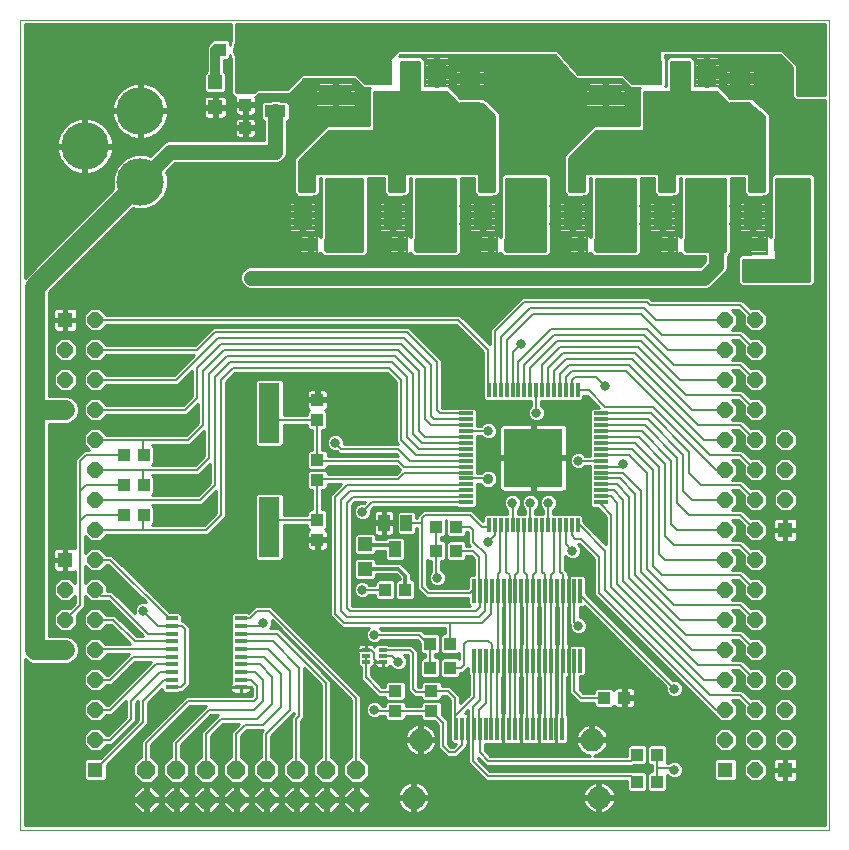
<source format=gtl>
G75*
G70*
%OFA0B0*%
%FSLAX24Y24*%
%IPPOS*%
%LPD*%
%AMOC8*
5,1,8,0,0,1.08239X$1,22.5*
%
%ADD10C,0.0000*%
%ADD11OC8,0.0515*%
%ADD12R,0.0515X0.0515*%
%ADD13R,0.0118X0.0472*%
%ADD14R,0.0472X0.0118*%
%ADD15R,0.1969X0.1969*%
%ADD16C,0.0768*%
%ADD17R,0.0118X0.0748*%
%ADD18R,0.0118X0.0787*%
%ADD19R,0.0709X0.0394*%
%ADD20R,0.0394X0.0394*%
%ADD21R,0.0394X0.0433*%
%ADD22R,0.0472X0.0472*%
%ADD23R,0.1063X0.0630*%
%ADD24R,0.0709X0.0630*%
%ADD25C,0.1580*%
%ADD26OC8,0.0600*%
%ADD27R,0.0472X0.0394*%
%ADD28R,0.0630X0.0945*%
%ADD29R,0.0433X0.0394*%
%ADD30R,0.0590X0.0790*%
%ADD31R,0.1500X0.0790*%
%ADD32R,0.0700X0.2000*%
%ADD33R,0.0390X0.0120*%
%ADD34R,0.0276X0.0118*%
%ADD35R,0.0394X0.0551*%
%ADD36C,0.0100*%
%ADD37C,0.0080*%
%ADD38C,0.1181*%
%ADD39C,0.0240*%
%ADD40C,0.0317*%
%ADD41C,0.0500*%
%ADD42C,0.0320*%
%ADD43C,0.0356*%
%ADD44C,0.0660*%
%ADD45C,0.0120*%
D10*
X000500Y000668D02*
X000500Y027664D01*
X027470Y027664D01*
X027470Y000668D01*
X000500Y000668D01*
D11*
X003000Y003668D03*
X003000Y004668D03*
X003000Y005668D03*
X003000Y006668D03*
X002000Y006668D03*
X002000Y007668D03*
X003000Y007668D03*
X003000Y008668D03*
X002000Y008668D03*
X003000Y009668D03*
X003000Y010668D03*
X003000Y011668D03*
X003000Y012668D03*
X003000Y013668D03*
X003000Y014668D03*
X002000Y014668D03*
X002000Y015668D03*
X003000Y015668D03*
X003000Y016668D03*
X002000Y016668D03*
X003000Y017668D03*
X024000Y017668D03*
X024000Y016668D03*
X024000Y015668D03*
X024000Y014668D03*
X024000Y013668D03*
X024000Y012668D03*
X024000Y011668D03*
X024000Y010668D03*
X024000Y009668D03*
X024000Y008668D03*
X024000Y007668D03*
X024000Y006668D03*
X024000Y005668D03*
X024000Y004668D03*
X024000Y003668D03*
X025000Y003668D03*
X025000Y002668D03*
X026000Y003668D03*
X026000Y004668D03*
X026000Y005668D03*
X025000Y005668D03*
X025000Y004668D03*
X025000Y006668D03*
X025000Y007668D03*
X025000Y008668D03*
X025000Y009668D03*
X025000Y010668D03*
X025000Y011668D03*
X026000Y011668D03*
X026000Y012668D03*
X026000Y013668D03*
X025000Y013668D03*
X025000Y012668D03*
X025000Y014668D03*
X025000Y015668D03*
X025000Y016668D03*
X025000Y017668D03*
D12*
X026000Y010668D03*
X026000Y002668D03*
X024000Y002668D03*
X003000Y002668D03*
X002000Y009668D03*
X002000Y017668D03*
D13*
X016124Y015312D03*
X016320Y015312D03*
X016517Y015312D03*
X016714Y015312D03*
X016911Y015312D03*
X017108Y015312D03*
X017305Y015312D03*
X017502Y015312D03*
X017698Y015312D03*
X017895Y015312D03*
X018092Y015312D03*
X018289Y015312D03*
X018486Y015312D03*
X018683Y015312D03*
X018880Y015312D03*
X019076Y015312D03*
X019076Y010824D03*
X018880Y010824D03*
X018683Y010824D03*
X018486Y010824D03*
X018289Y010824D03*
X018092Y010824D03*
X017895Y010824D03*
X017698Y010824D03*
X017502Y010824D03*
X017305Y010824D03*
X017108Y010824D03*
X016911Y010824D03*
X016714Y010824D03*
X016517Y010824D03*
X016320Y010824D03*
X016124Y010824D03*
D14*
X015356Y011592D03*
X015356Y011789D03*
X015356Y011986D03*
X015356Y012182D03*
X015356Y012379D03*
X015356Y012576D03*
X015356Y012773D03*
X015356Y012970D03*
X015356Y013167D03*
X015356Y013364D03*
X015356Y013560D03*
X015356Y013757D03*
X015356Y013954D03*
X015356Y014151D03*
X015356Y014348D03*
X015356Y014545D03*
X019844Y014545D03*
X019844Y014348D03*
X019844Y014151D03*
X019844Y013954D03*
X019844Y013757D03*
X019844Y013560D03*
X019844Y013364D03*
X019844Y013167D03*
X019844Y012970D03*
X019844Y012773D03*
X019844Y012576D03*
X019844Y012379D03*
X019844Y012182D03*
X019844Y011986D03*
X019844Y011789D03*
X019844Y011592D03*
D15*
X017600Y013068D03*
D16*
X019554Y003668D03*
X019791Y001739D03*
X013846Y003668D03*
X013609Y001739D03*
D17*
X015027Y004042D03*
X015224Y004042D03*
X015420Y004042D03*
X015617Y004042D03*
X015814Y004042D03*
X016011Y004042D03*
X016208Y004042D03*
X016405Y004042D03*
X016602Y004042D03*
X016798Y004042D03*
X016995Y004042D03*
X017192Y004042D03*
X017389Y004042D03*
X017586Y004042D03*
X017783Y004042D03*
X017980Y004042D03*
X018176Y004042D03*
X018373Y004042D03*
X018570Y004042D03*
D18*
X018581Y006307D03*
X018384Y006307D03*
X018187Y006307D03*
X017991Y006307D03*
X017794Y006307D03*
X017597Y006307D03*
X017400Y006307D03*
X017203Y006307D03*
X017006Y006307D03*
X016809Y006307D03*
X016613Y006307D03*
X016416Y006307D03*
X016219Y006307D03*
X016022Y006307D03*
X015825Y006307D03*
X015628Y006307D03*
X015628Y008630D03*
X015825Y008630D03*
X016022Y008630D03*
X016219Y008630D03*
X016416Y008630D03*
X016613Y008630D03*
X016809Y008630D03*
X017006Y008630D03*
X017203Y008630D03*
X017400Y008630D03*
X017597Y008630D03*
X017794Y008630D03*
X017991Y008630D03*
X018187Y008630D03*
X018384Y008630D03*
X018581Y008630D03*
X018778Y008630D03*
X018975Y008630D03*
X019172Y008630D03*
X019172Y006307D03*
X018975Y006307D03*
X018778Y006307D03*
D19*
X009000Y024617D03*
X009000Y025719D03*
D20*
X008000Y024062D03*
X008000Y023275D03*
D21*
X008000Y024834D03*
X008000Y025503D03*
X007835Y026668D03*
X007165Y026668D03*
X010400Y015003D03*
X010400Y014334D03*
X010400Y011003D03*
X010400Y010334D03*
X012665Y008668D03*
X013335Y008668D03*
X014365Y009968D03*
X015035Y009968D03*
X015035Y010768D03*
X014365Y010768D03*
X014165Y006868D03*
X014835Y006868D03*
X014835Y006068D03*
X014165Y006068D03*
X021065Y003168D03*
X021735Y003168D03*
X021735Y002268D03*
X021065Y002268D03*
X004635Y011168D03*
X003965Y011168D03*
X003965Y012168D03*
X004635Y012168D03*
X004635Y013168D03*
X003965Y013168D03*
D22*
X012000Y010182D03*
X012000Y009355D03*
X007000Y024755D03*
X007000Y025582D03*
D23*
X011000Y025117D03*
X011000Y026219D03*
X020000Y026219D03*
X020000Y025117D03*
D24*
X015500Y024617D03*
X015500Y025719D03*
X024500Y025719D03*
X024500Y024617D03*
D25*
X004500Y024637D03*
X002650Y023456D03*
X004500Y022275D03*
D26*
X004700Y002668D03*
X004700Y001668D03*
X005700Y001668D03*
X006700Y001668D03*
X007700Y001668D03*
X008700Y001668D03*
X009700Y001668D03*
X010700Y001668D03*
X011700Y001668D03*
X011700Y002668D03*
X010700Y002668D03*
X009700Y002668D03*
X008700Y002668D03*
X007700Y002668D03*
X006700Y002668D03*
X005700Y002668D03*
D27*
X010028Y022168D03*
X010972Y022168D03*
X013028Y022168D03*
X013972Y022168D03*
X016028Y022168D03*
X016972Y022168D03*
X019028Y022168D03*
X019972Y022168D03*
X022028Y022168D03*
X022972Y022168D03*
X025028Y022168D03*
X025972Y022168D03*
D28*
X026091Y021168D03*
X024909Y021168D03*
X023091Y021168D03*
X021909Y021168D03*
X020091Y021168D03*
X018909Y021168D03*
X017091Y021168D03*
X015909Y021168D03*
X014091Y021168D03*
X012909Y021168D03*
X011091Y021168D03*
X009909Y021168D03*
D29*
X010165Y020168D03*
X010835Y020168D03*
X013165Y020168D03*
X013835Y020168D03*
X016165Y020168D03*
X016835Y020168D03*
X019165Y020168D03*
X019835Y020168D03*
X022165Y020168D03*
X022835Y020168D03*
X025165Y020168D03*
X025835Y020168D03*
X014200Y005303D03*
X014200Y004634D03*
X013000Y004634D03*
X013000Y005303D03*
X010400Y012334D03*
X010400Y013003D03*
X019965Y005068D03*
X020635Y005068D03*
D30*
X021590Y025908D03*
X022490Y025908D03*
X023390Y025908D03*
X014390Y025908D03*
X013490Y025908D03*
X012590Y025908D03*
D31*
X013500Y023428D03*
X022500Y023428D03*
D32*
X008800Y014568D03*
X008800Y010768D03*
D33*
X007849Y007720D03*
X007849Y007464D03*
X007849Y007208D03*
X007849Y006952D03*
X007849Y006696D03*
X007849Y006440D03*
X007849Y006184D03*
X007849Y005929D03*
X007849Y005673D03*
X007849Y005417D03*
X005551Y005417D03*
X005551Y005673D03*
X005551Y005929D03*
X005551Y006184D03*
X005551Y006440D03*
X005551Y006696D03*
X005551Y006952D03*
X005551Y007208D03*
X005551Y007464D03*
X005551Y007720D03*
D34*
X012024Y006665D03*
X012024Y006468D03*
X012024Y006271D03*
X012576Y006271D03*
X012576Y006468D03*
X012576Y006665D03*
D35*
X013000Y010035D03*
X012626Y010901D03*
X013374Y010901D03*
D36*
X013047Y010912D02*
X012674Y010912D01*
X012674Y010950D02*
X012973Y010950D01*
X012973Y011197D01*
X012963Y011235D01*
X012943Y011269D01*
X012915Y011297D01*
X012881Y011317D01*
X012843Y011327D01*
X012674Y011327D01*
X012674Y010950D01*
X012578Y010950D01*
X012578Y011327D01*
X012409Y011327D01*
X012371Y011317D01*
X012337Y011297D01*
X012309Y011269D01*
X012289Y011235D01*
X012279Y011197D01*
X012279Y010950D01*
X012578Y010950D01*
X012578Y010853D01*
X012674Y010853D01*
X012674Y010476D01*
X012843Y010476D01*
X012881Y010486D01*
X012915Y010506D01*
X012943Y010534D01*
X012963Y010568D01*
X012973Y010606D01*
X012973Y010853D01*
X012674Y010853D01*
X012674Y010950D01*
X012674Y011011D02*
X012578Y011011D01*
X012578Y011109D02*
X012674Y011109D01*
X012674Y011208D02*
X012578Y011208D01*
X012578Y011306D02*
X012674Y011306D01*
X012899Y011306D02*
X013123Y011306D01*
X013123Y011307D02*
X013047Y011231D01*
X013047Y010572D01*
X013123Y010496D01*
X013625Y010496D01*
X013701Y010572D01*
X013701Y010731D01*
X013730Y010731D01*
X013730Y008698D01*
X013830Y008598D01*
X014030Y008398D01*
X015439Y008398D01*
X015439Y008182D01*
X015483Y008138D01*
X011570Y008138D01*
X011570Y008139D01*
X011570Y011498D01*
X011670Y011598D01*
X011990Y011598D01*
X011948Y011557D01*
X011843Y011557D01*
X011737Y011513D01*
X011655Y011432D01*
X011612Y011326D01*
X011612Y011211D01*
X011655Y011105D01*
X011737Y011024D01*
X011843Y010980D01*
X011957Y010980D01*
X012063Y011024D01*
X012145Y011105D01*
X012188Y011211D01*
X012188Y011316D01*
X012294Y011422D01*
X015047Y011422D01*
X015066Y011403D01*
X015646Y011403D01*
X015722Y011479D01*
X015722Y012209D01*
X015832Y012209D01*
X015839Y012194D01*
X015925Y012107D01*
X016039Y012060D01*
X016161Y012060D01*
X016275Y012107D01*
X016361Y012194D01*
X016408Y012307D01*
X016408Y012430D01*
X016361Y012543D01*
X016275Y012630D01*
X016161Y012676D01*
X016039Y012676D01*
X015925Y012630D01*
X015845Y012549D01*
X015722Y012549D01*
X015722Y013784D01*
X015876Y013784D01*
X015937Y013724D01*
X016043Y013680D01*
X016157Y013680D01*
X016263Y013724D01*
X016345Y013805D01*
X016388Y013911D01*
X016388Y014026D01*
X016345Y014132D01*
X016263Y014213D01*
X016157Y014257D01*
X016043Y014257D01*
X015937Y014213D01*
X015855Y014132D01*
X015852Y014124D01*
X015722Y014124D01*
X015722Y014658D01*
X015646Y014734D01*
X015407Y014734D01*
X015403Y014738D01*
X014570Y014738D01*
X014570Y014739D01*
X014570Y016339D01*
X014470Y016438D01*
X013470Y017438D01*
X006930Y017438D01*
X006830Y017339D01*
X006330Y016838D01*
X003378Y016838D01*
X003160Y017056D01*
X002840Y017056D01*
X002613Y016829D01*
X002613Y016508D01*
X002840Y016281D01*
X003160Y016281D01*
X003378Y016498D01*
X006290Y016498D01*
X005630Y015838D01*
X003378Y015838D01*
X003160Y016056D01*
X002840Y016056D01*
X002613Y015829D01*
X002613Y015508D01*
X002840Y015281D01*
X003160Y015281D01*
X003378Y015498D01*
X005770Y015498D01*
X006230Y015958D01*
X006230Y015139D01*
X005930Y014838D01*
X003378Y014838D01*
X003160Y015056D01*
X002840Y015056D01*
X002613Y014829D01*
X002613Y014508D01*
X002840Y014281D01*
X003160Y014281D01*
X003378Y014498D01*
X006070Y014498D01*
X006430Y014858D01*
X006430Y014239D01*
X006030Y013838D01*
X003378Y013838D01*
X003160Y014056D01*
X002840Y014056D01*
X002613Y013829D01*
X002613Y013508D01*
X002782Y013338D01*
X002630Y013338D01*
X002430Y013138D01*
X002330Y013039D01*
X002330Y010057D01*
X002315Y010066D01*
X002277Y010076D01*
X002029Y010076D01*
X002029Y009697D01*
X001971Y009697D01*
X001971Y009640D01*
X001593Y009640D01*
X001593Y009391D01*
X001603Y009353D01*
X001622Y009319D01*
X001650Y009291D01*
X001685Y009271D01*
X001723Y009261D01*
X001971Y009261D01*
X001971Y009640D01*
X002029Y009640D01*
X002029Y009261D01*
X002277Y009261D01*
X002315Y009271D01*
X002330Y009279D01*
X002330Y008886D01*
X002160Y009056D01*
X001840Y009056D01*
X001613Y008829D01*
X001613Y008508D01*
X001840Y008281D01*
X002160Y008281D01*
X002330Y008450D01*
X002329Y008450D01*
X002330Y008450D02*
X002330Y008239D01*
X002147Y008056D01*
X001460Y008056D01*
X001460Y008154D02*
X002246Y008154D01*
X002330Y008253D02*
X001460Y008253D01*
X001460Y008351D02*
X001769Y008351D01*
X001671Y008450D02*
X001460Y008450D01*
X001460Y008548D02*
X001613Y008548D01*
X001613Y008647D02*
X001460Y008647D01*
X001460Y008745D02*
X001613Y008745D01*
X001628Y008844D02*
X001460Y008844D01*
X001460Y008942D02*
X001726Y008942D01*
X001825Y009041D02*
X001460Y009041D01*
X001460Y009139D02*
X002330Y009139D01*
X002330Y009041D02*
X002175Y009041D01*
X002274Y008942D02*
X002330Y008942D01*
X002330Y009238D02*
X001460Y009238D01*
X001460Y009336D02*
X001612Y009336D01*
X001593Y009435D02*
X001460Y009435D01*
X001460Y009533D02*
X001593Y009533D01*
X001593Y009632D02*
X001460Y009632D01*
X001460Y009730D02*
X001593Y009730D01*
X001593Y009697D02*
X001971Y009697D01*
X001971Y010076D01*
X001723Y010076D01*
X001685Y010066D01*
X001650Y010046D01*
X001622Y010018D01*
X001603Y009984D01*
X001593Y009946D01*
X001593Y009697D01*
X001593Y009829D02*
X001460Y009829D01*
X001460Y009927D02*
X001593Y009927D01*
X001630Y010026D02*
X001460Y010026D01*
X001460Y010124D02*
X002330Y010124D01*
X002330Y010223D02*
X001460Y010223D01*
X001460Y010321D02*
X002330Y010321D01*
X002330Y010420D02*
X001460Y010420D01*
X001460Y010518D02*
X002330Y010518D01*
X002330Y010617D02*
X001460Y010617D01*
X001460Y010715D02*
X002330Y010715D01*
X002330Y010814D02*
X001460Y010814D01*
X001460Y010912D02*
X002330Y010912D01*
X002330Y011011D02*
X001460Y011011D01*
X001460Y011109D02*
X002330Y011109D01*
X002330Y011208D02*
X001460Y011208D01*
X001460Y011306D02*
X002330Y011306D01*
X002330Y011405D02*
X001460Y011405D01*
X001460Y011503D02*
X002330Y011503D01*
X002330Y011602D02*
X001460Y011602D01*
X001460Y011700D02*
X002330Y011700D01*
X002330Y011799D02*
X001460Y011799D01*
X001460Y011897D02*
X002330Y011897D01*
X002330Y011996D02*
X001460Y011996D01*
X001460Y012094D02*
X002330Y012094D01*
X002330Y012193D02*
X001460Y012193D01*
X001460Y012291D02*
X002330Y012291D01*
X002330Y012390D02*
X001460Y012390D01*
X001460Y012488D02*
X002330Y012488D01*
X002330Y012587D02*
X001460Y012587D01*
X001460Y012685D02*
X002330Y012685D01*
X002330Y012784D02*
X001460Y012784D01*
X001460Y012882D02*
X002330Y012882D01*
X002330Y012981D02*
X001460Y012981D01*
X001460Y013079D02*
X002371Y013079D01*
X002469Y013178D02*
X001460Y013178D01*
X001460Y013276D02*
X002568Y013276D01*
X002745Y013375D02*
X001460Y013375D01*
X001460Y013473D02*
X002647Y013473D01*
X002613Y013572D02*
X001460Y013572D01*
X001460Y013670D02*
X002613Y013670D01*
X002613Y013769D02*
X001460Y013769D01*
X001460Y013867D02*
X002651Y013867D01*
X002750Y013966D02*
X001460Y013966D01*
X001460Y014064D02*
X006256Y014064D01*
X006354Y014163D02*
X001460Y014163D01*
X001460Y014208D02*
X002091Y014208D01*
X002261Y014278D01*
X002390Y014408D01*
X002460Y014577D01*
X002460Y014760D01*
X002390Y014929D01*
X002261Y015058D01*
X002091Y015128D01*
X001460Y015128D01*
X001460Y018584D01*
X004256Y021380D01*
X004317Y021355D01*
X004683Y021355D01*
X005021Y021495D01*
X005280Y021753D01*
X005420Y022092D01*
X005420Y022458D01*
X005362Y022599D01*
X005657Y022895D01*
X009076Y022895D01*
X009215Y022952D01*
X009322Y023059D01*
X009380Y023199D01*
X009380Y024290D01*
X009408Y024290D01*
X009484Y024366D01*
X009484Y024868D01*
X009408Y024944D01*
X009204Y024944D01*
X009076Y024997D01*
X008924Y024997D01*
X008796Y024944D01*
X008592Y024944D01*
X008516Y024868D01*
X008516Y024366D01*
X008592Y024290D01*
X008620Y024290D01*
X008620Y023655D01*
X005424Y023655D01*
X005285Y023597D01*
X004824Y023136D01*
X004683Y023195D01*
X004317Y023195D01*
X003979Y023055D01*
X003720Y022796D01*
X003580Y022458D01*
X003580Y022092D01*
X003605Y022030D01*
X000650Y019075D01*
X000650Y027514D01*
X007520Y027514D01*
X007520Y026951D01*
X007508Y026939D01*
X007508Y026872D01*
X007492Y026835D01*
X007492Y026939D01*
X007416Y027015D01*
X006915Y027015D01*
X006839Y026939D01*
X006839Y026915D01*
X006836Y026914D01*
X006754Y026833D01*
X006710Y026726D01*
X006710Y025948D01*
X006710Y025948D01*
X006634Y025872D01*
X006634Y025292D01*
X006710Y025215D01*
X007290Y025215D01*
X007366Y025292D01*
X007366Y025872D01*
X007290Y025948D01*
X007290Y026322D01*
X007416Y026322D01*
X007492Y026398D01*
X007492Y026502D01*
X007508Y026464D01*
X007508Y026398D01*
X007520Y026386D01*
X007520Y025194D01*
X007625Y025088D01*
X007658Y025088D01*
X007653Y025070D01*
X007653Y024882D01*
X007952Y024882D01*
X007952Y024785D01*
X008048Y024785D01*
X008048Y024467D01*
X008217Y024467D01*
X008255Y024477D01*
X008289Y024497D01*
X008317Y024525D01*
X008337Y024559D01*
X008347Y024597D01*
X008347Y024785D01*
X008048Y024785D01*
X008048Y024882D01*
X008347Y024882D01*
X008347Y025070D01*
X008342Y025088D01*
X008375Y025088D01*
X008475Y025188D01*
X009475Y025188D01*
X009580Y025294D01*
X009975Y025688D01*
X011625Y025688D01*
X011925Y025388D01*
X012165Y025388D01*
X012120Y025343D01*
X012120Y024148D01*
X010725Y024148D01*
X009725Y023148D01*
X009620Y023043D01*
X009620Y021894D01*
X009723Y021791D01*
X009575Y021791D01*
X009537Y021781D01*
X009502Y021761D01*
X009474Y021733D01*
X009455Y021699D01*
X009444Y021660D01*
X009444Y021218D01*
X009859Y021218D01*
X009859Y021118D01*
X009444Y021118D01*
X009444Y020676D01*
X009455Y020638D01*
X009474Y020604D01*
X009502Y020576D01*
X009537Y020556D01*
X009575Y020546D01*
X009859Y020546D01*
X009859Y021118D01*
X009959Y021118D01*
X009959Y020546D01*
X010244Y020546D01*
X010282Y020556D01*
X010317Y020576D01*
X010344Y020604D01*
X010364Y020638D01*
X010374Y020676D01*
X010374Y021118D01*
X009959Y021118D01*
X009959Y021218D01*
X010374Y021218D01*
X010374Y021660D01*
X010364Y021699D01*
X010344Y021733D01*
X010317Y021761D01*
X010282Y021781D01*
X010253Y021788D01*
X010375Y021788D01*
X010480Y021894D01*
X010480Y022388D01*
X010520Y022388D01*
X010520Y020451D01*
X010511Y020442D01*
X010502Y020457D01*
X010474Y020485D01*
X010440Y020505D01*
X010402Y020515D01*
X010214Y020515D01*
X010214Y020217D01*
X010117Y020217D01*
X010117Y020515D01*
X009929Y020515D01*
X009891Y020505D01*
X009857Y020485D01*
X009829Y020457D01*
X009809Y020423D01*
X009799Y020385D01*
X009799Y020217D01*
X010117Y020217D01*
X010117Y020120D01*
X009799Y020120D01*
X009799Y019952D01*
X009809Y019914D01*
X009829Y019879D01*
X009857Y019851D01*
X009891Y019832D01*
X009929Y019821D01*
X010117Y019821D01*
X010117Y020120D01*
X010214Y020120D01*
X010214Y019821D01*
X010402Y019821D01*
X010440Y019832D01*
X010474Y019851D01*
X010502Y019879D01*
X010511Y019895D01*
X010564Y019841D01*
X010572Y019841D01*
X010625Y019788D01*
X011975Y019788D01*
X012080Y019894D01*
X012080Y022388D01*
X012620Y022388D01*
X012620Y021894D01*
X012723Y021791D01*
X012575Y021791D01*
X012537Y021781D01*
X012502Y021761D01*
X012474Y021733D01*
X012455Y021699D01*
X012444Y021660D01*
X012444Y021218D01*
X012859Y021218D01*
X012859Y021118D01*
X012444Y021118D01*
X012444Y020676D01*
X012455Y020638D01*
X012474Y020604D01*
X012502Y020576D01*
X012537Y020556D01*
X012575Y020546D01*
X012859Y020546D01*
X012859Y021118D01*
X012959Y021118D01*
X012959Y020546D01*
X013244Y020546D01*
X013282Y020556D01*
X013317Y020576D01*
X013344Y020604D01*
X013364Y020638D01*
X013374Y020676D01*
X013374Y021118D01*
X012959Y021118D01*
X012959Y021218D01*
X013374Y021218D01*
X013374Y021660D01*
X013364Y021699D01*
X013344Y021733D01*
X013317Y021761D01*
X013282Y021781D01*
X013253Y021788D01*
X013375Y021788D01*
X013480Y021894D01*
X013480Y022388D01*
X013520Y022388D01*
X013520Y020451D01*
X013511Y020442D01*
X013502Y020457D01*
X013474Y020485D01*
X013440Y020505D01*
X013402Y020515D01*
X013214Y020515D01*
X013214Y020217D01*
X013117Y020217D01*
X013117Y020515D01*
X012929Y020515D01*
X012891Y020505D01*
X012857Y020485D01*
X012829Y020457D01*
X012809Y020423D01*
X012799Y020385D01*
X012799Y020217D01*
X013117Y020217D01*
X013117Y020120D01*
X012799Y020120D01*
X012799Y019952D01*
X012809Y019914D01*
X012829Y019879D01*
X012857Y019851D01*
X012891Y019832D01*
X012929Y019821D01*
X013117Y019821D01*
X013117Y020120D01*
X013214Y020120D01*
X013214Y019821D01*
X013402Y019821D01*
X013440Y019832D01*
X013474Y019851D01*
X013502Y019879D01*
X013511Y019895D01*
X013564Y019841D01*
X013572Y019841D01*
X013625Y019788D01*
X015075Y019788D01*
X015180Y019894D01*
X015180Y022388D01*
X015620Y022388D01*
X015620Y021894D01*
X015723Y021791D01*
X015575Y021791D01*
X015537Y021781D01*
X015502Y021761D01*
X015474Y021733D01*
X015455Y021699D01*
X015444Y021660D01*
X015444Y021218D01*
X015859Y021218D01*
X015859Y021118D01*
X015444Y021118D01*
X015444Y020676D01*
X015455Y020638D01*
X015474Y020604D01*
X015502Y020576D01*
X015537Y020556D01*
X015575Y020546D01*
X015859Y020546D01*
X015859Y021118D01*
X015959Y021118D01*
X015959Y020546D01*
X016244Y020546D01*
X016282Y020556D01*
X016317Y020576D01*
X016344Y020604D01*
X016364Y020638D01*
X016374Y020676D01*
X016374Y021118D01*
X015959Y021118D01*
X015959Y021218D01*
X016374Y021218D01*
X016374Y021660D01*
X016364Y021699D01*
X016344Y021733D01*
X016317Y021761D01*
X016282Y021781D01*
X016253Y021788D01*
X016375Y021788D01*
X016480Y021894D01*
X016480Y024543D01*
X015975Y025048D01*
X015922Y025048D01*
X015908Y025062D01*
X015161Y025062D01*
X014880Y025343D01*
X014803Y025420D01*
X014805Y025421D01*
X014825Y025455D01*
X014835Y025494D01*
X014835Y025858D01*
X014440Y025858D01*
X014440Y025448D01*
X014340Y025448D01*
X014340Y025858D01*
X014440Y025858D01*
X014440Y025958D01*
X014835Y025958D01*
X014835Y026323D01*
X014825Y026361D01*
X014805Y026395D01*
X014777Y026423D01*
X014743Y026443D01*
X014705Y026453D01*
X014440Y026453D01*
X014440Y025958D01*
X014340Y025958D01*
X013980Y025958D01*
X013980Y025858D01*
X014340Y025858D01*
X014340Y025958D01*
X014340Y026453D01*
X014075Y026453D01*
X014037Y026443D01*
X014003Y026423D01*
X013975Y026395D01*
X013958Y026365D01*
X013875Y026448D01*
X013275Y026448D01*
X013135Y026448D01*
X013175Y026488D01*
X018318Y026488D01*
X018920Y025801D01*
X018920Y025794D01*
X018968Y025745D01*
X019014Y025694D01*
X019021Y025693D01*
X019025Y025688D01*
X019094Y025688D01*
X019162Y025684D01*
X019168Y025688D01*
X020525Y025688D01*
X020825Y025388D01*
X021165Y025388D01*
X021120Y025343D01*
X021120Y024148D01*
X019625Y024148D01*
X018725Y023248D01*
X018620Y023143D01*
X018620Y021894D01*
X018723Y021791D01*
X018575Y021791D01*
X018537Y021781D01*
X018502Y021761D01*
X018474Y021733D01*
X018455Y021699D01*
X018444Y021660D01*
X018444Y021218D01*
X018859Y021218D01*
X018859Y021118D01*
X018444Y021118D01*
X018444Y020676D01*
X018455Y020638D01*
X018474Y020604D01*
X018502Y020576D01*
X018537Y020556D01*
X018575Y020546D01*
X018859Y020546D01*
X018859Y021118D01*
X018959Y021118D01*
X018959Y020546D01*
X019244Y020546D01*
X019282Y020556D01*
X019317Y020576D01*
X019344Y020604D01*
X019364Y020638D01*
X019374Y020676D01*
X019374Y021118D01*
X018959Y021118D01*
X018959Y021218D01*
X019374Y021218D01*
X019374Y021660D01*
X019364Y021699D01*
X019344Y021733D01*
X019317Y021761D01*
X019282Y021781D01*
X019253Y021788D01*
X019375Y021788D01*
X019480Y021894D01*
X019480Y022388D01*
X019520Y022388D01*
X019520Y020451D01*
X019511Y020442D01*
X019502Y020457D01*
X019474Y020485D01*
X019440Y020505D01*
X019402Y020515D01*
X019214Y020515D01*
X019214Y020217D01*
X019117Y020217D01*
X019117Y020515D01*
X018929Y020515D01*
X018891Y020505D01*
X018857Y020485D01*
X018829Y020457D01*
X018809Y020423D01*
X018799Y020385D01*
X018799Y020217D01*
X019117Y020217D01*
X019117Y020120D01*
X018799Y020120D01*
X018799Y019952D01*
X018809Y019914D01*
X018829Y019879D01*
X018857Y019851D01*
X018891Y019832D01*
X018929Y019821D01*
X019117Y019821D01*
X019117Y020120D01*
X019214Y020120D01*
X019214Y019821D01*
X019402Y019821D01*
X019440Y019832D01*
X019474Y019851D01*
X019502Y019879D01*
X019511Y019895D01*
X019564Y019841D01*
X019572Y019841D01*
X019625Y019788D01*
X021075Y019788D01*
X021180Y019894D01*
X021180Y022388D01*
X021620Y022388D01*
X021620Y021894D01*
X021723Y021791D01*
X021575Y021791D01*
X021537Y021781D01*
X021502Y021761D01*
X021474Y021733D01*
X021455Y021699D01*
X021444Y021660D01*
X021444Y021218D01*
X021859Y021218D01*
X021859Y021118D01*
X021444Y021118D01*
X021444Y020676D01*
X021455Y020638D01*
X021474Y020604D01*
X021502Y020576D01*
X021537Y020556D01*
X021575Y020546D01*
X021859Y020546D01*
X021859Y021118D01*
X021959Y021118D01*
X021959Y020546D01*
X022244Y020546D01*
X022282Y020556D01*
X022317Y020576D01*
X022344Y020604D01*
X022364Y020638D01*
X022374Y020676D01*
X022374Y021118D01*
X021959Y021118D01*
X021959Y021218D01*
X022374Y021218D01*
X022374Y021660D01*
X022364Y021699D01*
X022344Y021733D01*
X022317Y021761D01*
X022282Y021781D01*
X022253Y021788D01*
X022375Y021788D01*
X022480Y021894D01*
X022480Y022388D01*
X022520Y022388D01*
X022520Y020451D01*
X022511Y020442D01*
X022502Y020457D01*
X022474Y020485D01*
X022440Y020505D01*
X022402Y020515D01*
X022214Y020515D01*
X022214Y020217D01*
X022117Y020217D01*
X022117Y020515D01*
X021929Y020515D01*
X021891Y020505D01*
X021857Y020485D01*
X021829Y020457D01*
X021809Y020423D01*
X021799Y020385D01*
X021799Y020217D01*
X022117Y020217D01*
X022117Y020120D01*
X021799Y020120D01*
X021799Y019952D01*
X021809Y019914D01*
X021829Y019879D01*
X021857Y019851D01*
X021891Y019832D01*
X021929Y019821D01*
X022117Y019821D01*
X022117Y020120D01*
X022214Y020120D01*
X022214Y019821D01*
X022402Y019821D01*
X022440Y019832D01*
X022474Y019851D01*
X022502Y019879D01*
X022511Y019895D01*
X022564Y019841D01*
X022572Y019841D01*
X022625Y019788D01*
X023320Y019788D01*
X023320Y019626D01*
X023143Y019448D01*
X008124Y019448D01*
X007985Y019390D01*
X007878Y019284D01*
X007820Y019144D01*
X007820Y018993D01*
X007878Y018853D01*
X007985Y018746D01*
X008124Y018688D01*
X023376Y018688D01*
X023515Y018746D01*
X023915Y019146D01*
X024022Y019253D01*
X024080Y019393D01*
X024080Y019794D01*
X024180Y019894D01*
X024180Y022388D01*
X024620Y022388D01*
X024620Y021894D01*
X024723Y021791D01*
X024575Y021791D01*
X024537Y021781D01*
X024502Y021761D01*
X024474Y021733D01*
X024455Y021699D01*
X024444Y021660D01*
X024444Y021218D01*
X024859Y021218D01*
X024859Y021118D01*
X024444Y021118D01*
X024444Y020676D01*
X024455Y020638D01*
X024474Y020604D01*
X024502Y020576D01*
X024537Y020556D01*
X024575Y020546D01*
X024859Y020546D01*
X024859Y021118D01*
X024959Y021118D01*
X024959Y020546D01*
X025244Y020546D01*
X025282Y020556D01*
X025317Y020576D01*
X025344Y020604D01*
X025364Y020638D01*
X025374Y020676D01*
X025374Y021118D01*
X024959Y021118D01*
X024959Y021218D01*
X025374Y021218D01*
X025374Y021660D01*
X025364Y021699D01*
X025344Y021733D01*
X025317Y021761D01*
X025282Y021781D01*
X025253Y021788D01*
X025375Y021788D01*
X025480Y021894D01*
X025480Y024405D01*
X025487Y024414D01*
X025480Y024478D01*
X025480Y024543D01*
X025472Y024551D01*
X025471Y024562D01*
X025420Y024603D01*
X025375Y024648D01*
X025363Y024648D01*
X024984Y024951D01*
X024984Y024986D01*
X024908Y025062D01*
X024161Y025062D01*
X023880Y025343D01*
X023803Y025420D01*
X023805Y025421D01*
X023825Y025455D01*
X023835Y025494D01*
X023835Y025858D01*
X023440Y025858D01*
X023440Y025448D01*
X023340Y025448D01*
X023340Y025858D01*
X023440Y025858D01*
X023440Y025958D01*
X023835Y025958D01*
X023835Y026323D01*
X023825Y026361D01*
X023805Y026395D01*
X023777Y026423D01*
X023743Y026443D01*
X023705Y026453D01*
X023440Y026453D01*
X023440Y025958D01*
X023340Y025958D01*
X022980Y025958D01*
X022980Y025858D01*
X023340Y025858D01*
X023340Y025958D01*
X023340Y026453D01*
X023075Y026453D01*
X023037Y026443D01*
X023003Y026423D01*
X022975Y026395D01*
X022958Y026365D01*
X022875Y026448D01*
X022125Y026448D01*
X022020Y026343D01*
X022020Y025448D01*
X022004Y025448D01*
X022015Y025459D01*
X022015Y026357D01*
X021980Y026392D01*
X021980Y026488D01*
X025825Y026488D01*
X026220Y026094D01*
X026220Y025094D01*
X026325Y024988D01*
X027320Y024988D01*
X027320Y000818D01*
X000650Y000818D01*
X000650Y006368D01*
X000739Y006278D01*
X000908Y006208D01*
X002091Y006208D01*
X002261Y006278D01*
X002390Y006408D01*
X002460Y006577D01*
X002460Y006760D01*
X002390Y006929D01*
X002261Y007058D01*
X002091Y007128D01*
X001460Y007128D01*
X001460Y014208D01*
X002220Y014261D02*
X006430Y014261D01*
X006430Y014360D02*
X003240Y014360D01*
X003338Y014458D02*
X006430Y014458D01*
X006430Y014557D02*
X006129Y014557D01*
X006227Y014655D02*
X006430Y014655D01*
X006430Y014754D02*
X006326Y014754D01*
X006424Y014852D02*
X006430Y014852D01*
X006141Y015049D02*
X003167Y015049D01*
X003265Y014951D02*
X006042Y014951D01*
X005944Y014852D02*
X003364Y014852D01*
X003225Y015345D02*
X006230Y015345D01*
X006230Y015443D02*
X003323Y015443D01*
X003280Y015936D02*
X005727Y015936D01*
X005826Y016034D02*
X003182Y016034D01*
X003210Y016330D02*
X006121Y016330D01*
X006220Y016428D02*
X003308Y016428D01*
X003295Y016921D02*
X006412Y016921D01*
X006511Y017019D02*
X003197Y017019D01*
X003160Y017281D02*
X002840Y017281D01*
X002613Y017508D01*
X002613Y017829D01*
X002840Y018056D01*
X003160Y018056D01*
X003378Y017838D01*
X015170Y017838D01*
X016150Y016858D01*
X016150Y017359D01*
X017130Y018339D01*
X017230Y018438D01*
X021470Y018438D01*
X021570Y018338D01*
X024570Y018338D01*
X024853Y018056D01*
X025160Y018056D01*
X025387Y017829D01*
X025387Y017508D01*
X025160Y017281D01*
X024840Y017281D01*
X024613Y017508D01*
X024613Y017815D01*
X024430Y017998D01*
X024218Y017998D01*
X024387Y017829D01*
X024387Y017508D01*
X024218Y017338D01*
X024570Y017338D01*
X024853Y017056D01*
X025160Y017056D01*
X025387Y016829D01*
X025387Y016508D01*
X025160Y016281D01*
X024840Y016281D01*
X024613Y016508D01*
X024613Y016815D01*
X024430Y016998D01*
X024218Y016998D01*
X024387Y016829D01*
X024387Y016508D01*
X024218Y016338D01*
X024570Y016338D01*
X024853Y016056D01*
X025160Y016056D01*
X025387Y015829D01*
X025387Y015508D01*
X025160Y015281D01*
X024840Y015281D01*
X024613Y015508D01*
X024613Y015815D01*
X024430Y015998D01*
X024218Y015998D01*
X024387Y015829D01*
X024387Y015508D01*
X024218Y015338D01*
X024570Y015338D01*
X024853Y015056D01*
X025160Y015056D01*
X025387Y014829D01*
X025387Y014508D01*
X025160Y014281D01*
X024840Y014281D01*
X024613Y014508D01*
X024613Y014815D01*
X024430Y014998D01*
X024218Y014998D01*
X024387Y014829D01*
X024387Y014508D01*
X024218Y014338D01*
X024570Y014338D01*
X024853Y014056D01*
X025160Y014056D01*
X025387Y013829D01*
X025387Y013508D01*
X025160Y013281D01*
X024840Y013281D01*
X024613Y013508D01*
X024613Y013815D01*
X024430Y013998D01*
X024218Y013998D01*
X024387Y013829D01*
X024387Y013508D01*
X024218Y013338D01*
X024570Y013338D01*
X024853Y013056D01*
X025160Y013056D01*
X025387Y012829D01*
X025387Y012508D01*
X025160Y012281D01*
X024840Y012281D01*
X024613Y012508D01*
X024613Y012815D01*
X024430Y012998D01*
X024218Y012998D01*
X024387Y012829D01*
X024387Y012508D01*
X024218Y012338D01*
X024570Y012338D01*
X024853Y012056D01*
X025160Y012056D01*
X025387Y011829D01*
X025387Y011508D01*
X025160Y011281D01*
X024840Y011281D01*
X024613Y011508D01*
X024613Y011815D01*
X024430Y011998D01*
X024218Y011998D01*
X024387Y011829D01*
X024387Y011508D01*
X024218Y011338D01*
X024570Y011338D01*
X024853Y011056D01*
X025160Y011056D01*
X025387Y010829D01*
X025387Y010508D01*
X025160Y010281D01*
X024840Y010281D01*
X024613Y010508D01*
X024613Y010815D01*
X024430Y010998D01*
X024218Y010998D01*
X024387Y010829D01*
X024387Y010508D01*
X024218Y010338D01*
X024570Y010338D01*
X024853Y010056D01*
X025160Y010056D01*
X025387Y009829D01*
X027320Y009829D01*
X027320Y009927D02*
X025289Y009927D01*
X025387Y009829D02*
X025387Y009508D01*
X025160Y009281D01*
X024840Y009281D01*
X024613Y009508D01*
X024613Y009815D01*
X024430Y009998D01*
X024218Y009998D01*
X024387Y009829D01*
X024599Y009829D01*
X024613Y009730D02*
X024387Y009730D01*
X024387Y009632D02*
X024613Y009632D01*
X024613Y009533D02*
X024387Y009533D01*
X024387Y009508D02*
X024387Y009829D01*
X024289Y009927D02*
X024501Y009927D01*
X024784Y010124D02*
X027320Y010124D01*
X027320Y010026D02*
X025190Y010026D01*
X025201Y010321D02*
X025621Y010321D01*
X025622Y010319D02*
X025650Y010291D01*
X025685Y010271D01*
X025723Y010261D01*
X025971Y010261D01*
X025971Y010640D01*
X025593Y010640D01*
X025593Y010391D01*
X025603Y010353D01*
X025622Y010319D01*
X025593Y010420D02*
X025300Y010420D01*
X025387Y010518D02*
X025593Y010518D01*
X025593Y010617D02*
X025387Y010617D01*
X025387Y010715D02*
X025593Y010715D01*
X025593Y010697D02*
X025971Y010697D01*
X025971Y010640D01*
X026029Y010640D01*
X026029Y010697D01*
X026407Y010697D01*
X026407Y010946D01*
X026397Y010984D01*
X026378Y011018D01*
X026350Y011046D01*
X026315Y011066D01*
X026277Y011076D01*
X026029Y011076D01*
X026029Y010697D01*
X025971Y010697D01*
X025971Y011076D01*
X025723Y011076D01*
X025685Y011066D01*
X025650Y011046D01*
X025622Y011018D01*
X025603Y010984D01*
X025593Y010946D01*
X025593Y010697D01*
X025593Y010814D02*
X025387Y010814D01*
X025304Y010912D02*
X025593Y010912D01*
X025618Y011011D02*
X025205Y011011D01*
X025186Y011306D02*
X025814Y011306D01*
X025840Y011281D02*
X026160Y011281D01*
X026387Y011508D01*
X026387Y011829D01*
X026160Y012056D01*
X025840Y012056D01*
X025613Y011829D01*
X025613Y011508D01*
X025840Y011281D01*
X025715Y011405D02*
X025285Y011405D01*
X025383Y011503D02*
X025617Y011503D01*
X025613Y011602D02*
X025387Y011602D01*
X025387Y011700D02*
X025613Y011700D01*
X025613Y011799D02*
X025387Y011799D01*
X025319Y011897D02*
X025681Y011897D01*
X025780Y011996D02*
X025220Y011996D01*
X025171Y012291D02*
X025829Y012291D01*
X025840Y012281D02*
X026160Y012281D01*
X026387Y012508D01*
X026387Y012829D01*
X026160Y013056D01*
X025840Y013056D01*
X025613Y012829D01*
X025613Y012508D01*
X025840Y012281D01*
X025730Y012390D02*
X025270Y012390D01*
X025368Y012488D02*
X025632Y012488D01*
X025613Y012587D02*
X025387Y012587D01*
X025387Y012685D02*
X025613Y012685D01*
X025613Y012784D02*
X025387Y012784D01*
X025334Y012882D02*
X025666Y012882D01*
X025765Y012981D02*
X025235Y012981D01*
X025255Y013375D02*
X025745Y013375D01*
X025840Y013281D02*
X026160Y013281D01*
X026387Y013508D01*
X026387Y013829D01*
X026160Y014056D01*
X025840Y014056D01*
X025613Y013829D01*
X025613Y013508D01*
X025840Y013281D01*
X025647Y013473D02*
X025353Y013473D01*
X025387Y013572D02*
X025613Y013572D01*
X025613Y013670D02*
X025387Y013670D01*
X025387Y013769D02*
X025613Y013769D01*
X025651Y013867D02*
X025349Y013867D01*
X025250Y013966D02*
X025750Y013966D01*
X026250Y013966D02*
X027320Y013966D01*
X027320Y014064D02*
X024844Y014064D01*
X024746Y014163D02*
X027320Y014163D01*
X027320Y014261D02*
X024647Y014261D01*
X024760Y014360D02*
X024240Y014360D01*
X024338Y014458D02*
X024662Y014458D01*
X024613Y014557D02*
X024387Y014557D01*
X024387Y014655D02*
X024613Y014655D01*
X024613Y014754D02*
X024387Y014754D01*
X024364Y014852D02*
X024576Y014852D01*
X024477Y014951D02*
X024265Y014951D01*
X024225Y015345D02*
X024775Y015345D01*
X024677Y015443D02*
X024323Y015443D01*
X024387Y015542D02*
X024613Y015542D01*
X024613Y015640D02*
X024387Y015640D01*
X024387Y015739D02*
X024613Y015739D01*
X024591Y015837D02*
X024379Y015837D01*
X024280Y015936D02*
X024492Y015936D01*
X024776Y016133D02*
X027320Y016133D01*
X027320Y016231D02*
X024677Y016231D01*
X024579Y016330D02*
X024790Y016330D01*
X024692Y016428D02*
X024308Y016428D01*
X024387Y016527D02*
X024613Y016527D01*
X024613Y016625D02*
X024387Y016625D01*
X024387Y016724D02*
X024613Y016724D01*
X024606Y016822D02*
X024387Y016822D01*
X024295Y016921D02*
X024507Y016921D01*
X024791Y017118D02*
X027320Y017118D01*
X027320Y017216D02*
X024692Y017216D01*
X024594Y017315D02*
X024805Y017315D01*
X024707Y017413D02*
X024293Y017413D01*
X024387Y017512D02*
X024613Y017512D01*
X024613Y017610D02*
X024387Y017610D01*
X024387Y017709D02*
X024613Y017709D01*
X024613Y017807D02*
X024387Y017807D01*
X024310Y017906D02*
X024522Y017906D01*
X024806Y018103D02*
X027320Y018103D01*
X027320Y018201D02*
X024707Y018201D01*
X024609Y018300D02*
X027320Y018300D01*
X027320Y018398D02*
X021510Y018398D01*
X021832Y019876D02*
X021162Y019876D01*
X021180Y019974D02*
X021799Y019974D01*
X021799Y020073D02*
X021180Y020073D01*
X021180Y020171D02*
X022117Y020171D01*
X022117Y020073D02*
X022214Y020073D01*
X022214Y019974D02*
X022117Y019974D01*
X022117Y019876D02*
X022214Y019876D01*
X022498Y019876D02*
X022530Y019876D01*
X022700Y019968D02*
X024000Y019968D01*
X024000Y022368D01*
X022700Y022368D01*
X022700Y019968D01*
X022700Y019974D02*
X024000Y019974D01*
X024000Y020073D02*
X022700Y020073D01*
X022700Y020171D02*
X024000Y020171D01*
X024000Y020270D02*
X022700Y020270D01*
X022700Y020368D02*
X024000Y020368D01*
X024000Y020467D02*
X022700Y020467D01*
X022700Y020565D02*
X024000Y020565D01*
X024000Y020664D02*
X022700Y020664D01*
X022700Y020762D02*
X024000Y020762D01*
X024000Y020861D02*
X022700Y020861D01*
X022700Y020959D02*
X024000Y020959D01*
X024000Y021058D02*
X022700Y021058D01*
X022700Y021156D02*
X024000Y021156D01*
X024000Y021255D02*
X022700Y021255D01*
X022700Y021353D02*
X024000Y021353D01*
X024000Y021452D02*
X022700Y021452D01*
X022700Y021550D02*
X024000Y021550D01*
X024000Y021649D02*
X022700Y021649D01*
X022700Y021747D02*
X024000Y021747D01*
X024000Y021846D02*
X022700Y021846D01*
X022700Y021944D02*
X024000Y021944D01*
X024000Y022043D02*
X022700Y022043D01*
X022700Y022141D02*
X024000Y022141D01*
X024000Y022240D02*
X022700Y022240D01*
X022700Y022338D02*
X024000Y022338D01*
X024180Y022338D02*
X024620Y022338D01*
X024620Y022240D02*
X024180Y022240D01*
X024180Y022141D02*
X024620Y022141D01*
X024620Y022043D02*
X024180Y022043D01*
X024180Y021944D02*
X024620Y021944D01*
X024668Y021846D02*
X024180Y021846D01*
X024180Y021747D02*
X024489Y021747D01*
X024444Y021649D02*
X024180Y021649D01*
X024180Y021550D02*
X024444Y021550D01*
X024444Y021452D02*
X024180Y021452D01*
X024180Y021353D02*
X024444Y021353D01*
X024444Y021255D02*
X024180Y021255D01*
X024180Y021156D02*
X024859Y021156D01*
X024859Y021058D02*
X024959Y021058D01*
X024959Y021156D02*
X025520Y021156D01*
X025520Y021058D02*
X025374Y021058D01*
X025374Y020959D02*
X025520Y020959D01*
X025520Y020861D02*
X025374Y020861D01*
X025374Y020762D02*
X025520Y020762D01*
X025520Y020664D02*
X025371Y020664D01*
X025298Y020565D02*
X025520Y020565D01*
X025474Y020485D02*
X025440Y020505D01*
X025402Y020515D01*
X025214Y020515D01*
X025214Y020217D01*
X025117Y020217D01*
X025117Y020515D01*
X024929Y020515D01*
X024891Y020505D01*
X024857Y020485D01*
X024829Y020457D01*
X024809Y020423D01*
X024799Y020385D01*
X024799Y020217D01*
X025117Y020217D01*
X025117Y020120D01*
X024799Y020120D01*
X024799Y019952D01*
X024809Y019914D01*
X024829Y019879D01*
X024857Y019851D01*
X024862Y019848D01*
X024525Y019848D01*
X024420Y019743D01*
X024420Y018894D01*
X024525Y018788D01*
X026875Y018788D01*
X026980Y018894D01*
X026980Y022443D01*
X026875Y022548D01*
X025625Y022548D01*
X025520Y022443D01*
X025520Y022294D01*
X025520Y020451D01*
X025511Y020442D01*
X025502Y020457D01*
X025474Y020485D01*
X025492Y020467D02*
X025520Y020467D01*
X025700Y020467D02*
X026800Y020467D01*
X026800Y020565D02*
X025700Y020565D01*
X025700Y020664D02*
X026800Y020664D01*
X026800Y020762D02*
X025700Y020762D01*
X025700Y020861D02*
X026800Y020861D01*
X026800Y020959D02*
X025700Y020959D01*
X025700Y021058D02*
X026800Y021058D01*
X026800Y021156D02*
X025700Y021156D01*
X025700Y021255D02*
X026800Y021255D01*
X026800Y021353D02*
X025700Y021353D01*
X025700Y021452D02*
X026800Y021452D01*
X026800Y021550D02*
X025700Y021550D01*
X025700Y021649D02*
X026800Y021649D01*
X026800Y021747D02*
X025700Y021747D01*
X025700Y021846D02*
X026800Y021846D01*
X026800Y021944D02*
X025700Y021944D01*
X025700Y022043D02*
X026800Y022043D01*
X026800Y022141D02*
X025700Y022141D01*
X025700Y022240D02*
X026800Y022240D01*
X026800Y022338D02*
X025700Y022338D01*
X025700Y022368D02*
X026800Y022368D01*
X026800Y018968D01*
X024600Y018968D01*
X024600Y019668D01*
X025700Y019668D01*
X025700Y022368D01*
X025520Y022338D02*
X025480Y022338D01*
X025480Y022240D02*
X025520Y022240D01*
X025520Y022141D02*
X025480Y022141D01*
X025480Y022043D02*
X025520Y022043D01*
X025520Y021944D02*
X025480Y021944D01*
X025520Y021846D02*
X025432Y021846D01*
X025520Y021747D02*
X025330Y021747D01*
X025374Y021649D02*
X025520Y021649D01*
X025520Y021550D02*
X025374Y021550D01*
X025374Y021452D02*
X025520Y021452D01*
X025520Y021353D02*
X025374Y021353D01*
X025374Y021255D02*
X025520Y021255D01*
X024959Y020959D02*
X024859Y020959D01*
X024859Y020861D02*
X024959Y020861D01*
X024959Y020762D02*
X024859Y020762D01*
X024859Y020664D02*
X024959Y020664D01*
X024959Y020565D02*
X024859Y020565D01*
X024838Y020467D02*
X024180Y020467D01*
X024180Y020565D02*
X024521Y020565D01*
X024448Y020664D02*
X024180Y020664D01*
X024180Y020762D02*
X024444Y020762D01*
X024444Y020861D02*
X024180Y020861D01*
X024180Y020959D02*
X024444Y020959D01*
X024444Y021058D02*
X024180Y021058D01*
X024180Y020368D02*
X024799Y020368D01*
X024799Y020270D02*
X024180Y020270D01*
X024180Y020171D02*
X025117Y020171D01*
X025117Y020270D02*
X025214Y020270D01*
X025214Y020368D02*
X025117Y020368D01*
X025117Y020467D02*
X025214Y020467D01*
X025700Y020368D02*
X026800Y020368D01*
X026800Y020270D02*
X025700Y020270D01*
X025700Y020171D02*
X026800Y020171D01*
X026800Y020073D02*
X025700Y020073D01*
X025700Y019974D02*
X026800Y019974D01*
X026800Y019876D02*
X025700Y019876D01*
X025700Y019777D02*
X026800Y019777D01*
X026800Y019679D02*
X025700Y019679D01*
X024832Y019876D02*
X024162Y019876D01*
X024180Y019974D02*
X024799Y019974D01*
X024799Y020073D02*
X024180Y020073D01*
X024080Y019777D02*
X024454Y019777D01*
X024420Y019679D02*
X024080Y019679D01*
X024080Y019580D02*
X024420Y019580D01*
X024420Y019482D02*
X024080Y019482D01*
X024076Y019383D02*
X024420Y019383D01*
X024420Y019285D02*
X024035Y019285D01*
X023955Y019186D02*
X024420Y019186D01*
X024420Y019088D02*
X023857Y019088D01*
X023758Y018989D02*
X024420Y018989D01*
X024423Y018891D02*
X023660Y018891D01*
X023561Y018792D02*
X024521Y018792D01*
X024600Y018989D02*
X026800Y018989D01*
X026800Y019088D02*
X024600Y019088D01*
X024600Y019186D02*
X026800Y019186D01*
X026800Y019285D02*
X024600Y019285D01*
X024600Y019383D02*
X026800Y019383D01*
X026800Y019482D02*
X024600Y019482D01*
X024600Y019580D02*
X026800Y019580D01*
X026980Y019580D02*
X027320Y019580D01*
X027320Y019482D02*
X026980Y019482D01*
X026980Y019383D02*
X027320Y019383D01*
X027320Y019285D02*
X026980Y019285D01*
X026980Y019186D02*
X027320Y019186D01*
X027320Y019088D02*
X026980Y019088D01*
X026980Y018989D02*
X027320Y018989D01*
X027320Y018891D02*
X026977Y018891D01*
X026879Y018792D02*
X027320Y018792D01*
X027320Y018694D02*
X023389Y018694D01*
X023176Y019482D02*
X002358Y019482D01*
X002456Y019580D02*
X023275Y019580D01*
X023320Y019679D02*
X002555Y019679D01*
X002653Y019777D02*
X023320Y019777D01*
X022520Y020467D02*
X022492Y020467D01*
X022520Y020565D02*
X022298Y020565D01*
X022371Y020664D02*
X022520Y020664D01*
X022520Y020762D02*
X022374Y020762D01*
X022374Y020861D02*
X022520Y020861D01*
X022520Y020959D02*
X022374Y020959D01*
X022374Y021058D02*
X022520Y021058D01*
X022520Y021156D02*
X021959Y021156D01*
X021959Y021058D02*
X021859Y021058D01*
X021859Y021156D02*
X021180Y021156D01*
X021180Y021058D02*
X021444Y021058D01*
X021444Y020959D02*
X021180Y020959D01*
X021180Y020861D02*
X021444Y020861D01*
X021444Y020762D02*
X021180Y020762D01*
X021180Y020664D02*
X021448Y020664D01*
X021521Y020565D02*
X021180Y020565D01*
X021180Y020467D02*
X021838Y020467D01*
X021859Y020565D02*
X021959Y020565D01*
X021959Y020664D02*
X021859Y020664D01*
X021859Y020762D02*
X021959Y020762D01*
X021959Y020861D02*
X021859Y020861D01*
X021859Y020959D02*
X021959Y020959D01*
X022374Y021255D02*
X022520Y021255D01*
X022520Y021353D02*
X022374Y021353D01*
X022374Y021452D02*
X022520Y021452D01*
X022520Y021550D02*
X022374Y021550D01*
X022374Y021649D02*
X022520Y021649D01*
X022520Y021747D02*
X022330Y021747D01*
X022432Y021846D02*
X022520Y021846D01*
X022520Y021944D02*
X022480Y021944D01*
X022480Y022043D02*
X022520Y022043D01*
X022520Y022141D02*
X022480Y022141D01*
X022480Y022240D02*
X022520Y022240D01*
X022520Y022338D02*
X022480Y022338D01*
X022300Y022338D02*
X021800Y022338D01*
X021800Y022240D02*
X022300Y022240D01*
X022300Y022141D02*
X021800Y022141D01*
X021800Y022043D02*
X022300Y022043D01*
X022300Y021968D02*
X021800Y021968D01*
X021800Y022568D01*
X019300Y022568D01*
X019300Y021968D01*
X018800Y021968D01*
X018800Y023068D01*
X019700Y023968D01*
X021300Y023968D01*
X021300Y025268D01*
X022200Y025268D01*
X022200Y026268D01*
X022800Y026268D01*
X022800Y025268D01*
X023700Y025268D01*
X024100Y024868D01*
X024800Y024868D01*
X025300Y024468D01*
X025300Y021968D01*
X024800Y021968D01*
X024800Y022568D01*
X022300Y022568D01*
X022300Y021968D01*
X022300Y022437D02*
X021800Y022437D01*
X021800Y022535D02*
X022300Y022535D01*
X021620Y022338D02*
X021180Y022338D01*
X021180Y022240D02*
X021620Y022240D01*
X021620Y022141D02*
X021180Y022141D01*
X021180Y022043D02*
X021620Y022043D01*
X021620Y021944D02*
X021180Y021944D01*
X021180Y021846D02*
X021668Y021846D01*
X021489Y021747D02*
X021180Y021747D01*
X021180Y021649D02*
X021444Y021649D01*
X021444Y021550D02*
X021180Y021550D01*
X021180Y021452D02*
X021444Y021452D01*
X021444Y021353D02*
X021180Y021353D01*
X021180Y021255D02*
X021444Y021255D01*
X021000Y021255D02*
X019700Y021255D01*
X019700Y021353D02*
X021000Y021353D01*
X021000Y021452D02*
X019700Y021452D01*
X019700Y021550D02*
X021000Y021550D01*
X021000Y021649D02*
X019700Y021649D01*
X019700Y021747D02*
X021000Y021747D01*
X021000Y021846D02*
X019700Y021846D01*
X019700Y021944D02*
X021000Y021944D01*
X021000Y022043D02*
X019700Y022043D01*
X019700Y022141D02*
X021000Y022141D01*
X021000Y022240D02*
X019700Y022240D01*
X019700Y022338D02*
X021000Y022338D01*
X021000Y022368D02*
X021000Y019968D01*
X019700Y019968D01*
X019700Y022368D01*
X021000Y022368D01*
X021000Y021156D02*
X019700Y021156D01*
X019700Y021058D02*
X021000Y021058D01*
X021000Y020959D02*
X019700Y020959D01*
X019700Y020861D02*
X021000Y020861D01*
X021000Y020762D02*
X019700Y020762D01*
X019700Y020664D02*
X021000Y020664D01*
X021000Y020565D02*
X019700Y020565D01*
X019700Y020467D02*
X021000Y020467D01*
X021000Y020368D02*
X019700Y020368D01*
X019700Y020270D02*
X021000Y020270D01*
X021000Y020171D02*
X019700Y020171D01*
X019700Y020073D02*
X021000Y020073D01*
X021000Y019974D02*
X019700Y019974D01*
X019530Y019876D02*
X019498Y019876D01*
X019214Y019876D02*
X019117Y019876D01*
X019117Y019974D02*
X019214Y019974D01*
X019214Y020073D02*
X019117Y020073D01*
X019117Y020171D02*
X018180Y020171D01*
X018180Y020073D02*
X018799Y020073D01*
X018799Y019974D02*
X018180Y019974D01*
X018180Y019894D02*
X018180Y022443D01*
X018075Y022548D01*
X016625Y022548D01*
X016520Y022443D01*
X016520Y022294D01*
X016520Y020451D01*
X016511Y020442D01*
X016502Y020457D01*
X016474Y020485D01*
X016440Y020505D01*
X016402Y020515D01*
X016214Y020515D01*
X016214Y020217D01*
X016117Y020217D01*
X016117Y020515D01*
X015929Y020515D01*
X015891Y020505D01*
X015857Y020485D01*
X015829Y020457D01*
X015809Y020423D01*
X015799Y020385D01*
X015799Y020217D01*
X016117Y020217D01*
X016117Y020120D01*
X015799Y020120D01*
X015799Y019952D01*
X015809Y019914D01*
X015829Y019879D01*
X015857Y019851D01*
X015891Y019832D01*
X015929Y019821D01*
X016117Y019821D01*
X016117Y020120D01*
X016214Y020120D01*
X016214Y019821D01*
X016402Y019821D01*
X016440Y019832D01*
X016474Y019851D01*
X016502Y019879D01*
X016511Y019895D01*
X016564Y019841D01*
X016572Y019841D01*
X016625Y019788D01*
X018075Y019788D01*
X018180Y019894D01*
X018162Y019876D02*
X018832Y019876D01*
X018799Y020270D02*
X018180Y020270D01*
X018180Y020368D02*
X018799Y020368D01*
X018838Y020467D02*
X018180Y020467D01*
X018180Y020565D02*
X018521Y020565D01*
X018448Y020664D02*
X018180Y020664D01*
X018180Y020762D02*
X018444Y020762D01*
X018444Y020861D02*
X018180Y020861D01*
X018180Y020959D02*
X018444Y020959D01*
X018444Y021058D02*
X018180Y021058D01*
X018180Y021156D02*
X018859Y021156D01*
X018859Y021058D02*
X018959Y021058D01*
X018959Y021156D02*
X019520Y021156D01*
X019520Y021058D02*
X019374Y021058D01*
X019374Y020959D02*
X019520Y020959D01*
X019520Y020861D02*
X019374Y020861D01*
X019374Y020762D02*
X019520Y020762D01*
X019520Y020664D02*
X019371Y020664D01*
X019298Y020565D02*
X019520Y020565D01*
X019520Y020467D02*
X019492Y020467D01*
X019214Y020467D02*
X019117Y020467D01*
X019117Y020368D02*
X019214Y020368D01*
X019214Y020270D02*
X019117Y020270D01*
X018959Y020565D02*
X018859Y020565D01*
X018859Y020664D02*
X018959Y020664D01*
X018959Y020762D02*
X018859Y020762D01*
X018859Y020861D02*
X018959Y020861D01*
X018959Y020959D02*
X018859Y020959D01*
X018444Y021255D02*
X018180Y021255D01*
X018180Y021353D02*
X018444Y021353D01*
X018444Y021452D02*
X018180Y021452D01*
X018180Y021550D02*
X018444Y021550D01*
X018444Y021649D02*
X018180Y021649D01*
X018180Y021747D02*
X018489Y021747D01*
X018668Y021846D02*
X018180Y021846D01*
X018180Y021944D02*
X018620Y021944D01*
X018620Y022043D02*
X018180Y022043D01*
X018180Y022141D02*
X018620Y022141D01*
X018620Y022240D02*
X018180Y022240D01*
X018180Y022338D02*
X018620Y022338D01*
X018620Y022437D02*
X018180Y022437D01*
X018088Y022535D02*
X018620Y022535D01*
X018620Y022634D02*
X016480Y022634D01*
X016480Y022732D02*
X018620Y022732D01*
X018620Y022831D02*
X016480Y022831D01*
X016480Y022929D02*
X018620Y022929D01*
X018620Y023028D02*
X016480Y023028D01*
X016480Y023126D02*
X018620Y023126D01*
X018702Y023225D02*
X016480Y023225D01*
X016480Y023323D02*
X018800Y023323D01*
X018899Y023422D02*
X016480Y023422D01*
X016480Y023520D02*
X018997Y023520D01*
X019096Y023619D02*
X016480Y023619D01*
X016480Y023717D02*
X019194Y023717D01*
X019293Y023816D02*
X016480Y023816D01*
X016480Y023914D02*
X019391Y023914D01*
X019490Y024013D02*
X016480Y024013D01*
X016480Y024111D02*
X019589Y024111D01*
X019646Y023914D02*
X025300Y023914D01*
X025300Y023816D02*
X019548Y023816D01*
X019449Y023717D02*
X025300Y023717D01*
X025300Y023619D02*
X019351Y023619D01*
X019252Y023520D02*
X025300Y023520D01*
X025300Y023422D02*
X019154Y023422D01*
X019055Y023323D02*
X025300Y023323D01*
X025300Y023225D02*
X018957Y023225D01*
X018858Y023126D02*
X025300Y023126D01*
X025300Y023028D02*
X018800Y023028D01*
X018800Y022929D02*
X025300Y022929D01*
X025300Y022831D02*
X018800Y022831D01*
X018800Y022732D02*
X025300Y022732D01*
X025300Y022634D02*
X018800Y022634D01*
X018800Y022535D02*
X019300Y022535D01*
X019300Y022437D02*
X018800Y022437D01*
X018800Y022338D02*
X019300Y022338D01*
X019300Y022240D02*
X018800Y022240D01*
X018800Y022141D02*
X019300Y022141D01*
X019300Y022043D02*
X018800Y022043D01*
X019330Y021747D02*
X019520Y021747D01*
X019520Y021649D02*
X019374Y021649D01*
X019374Y021550D02*
X019520Y021550D01*
X019520Y021452D02*
X019374Y021452D01*
X019374Y021353D02*
X019520Y021353D01*
X019520Y021255D02*
X019374Y021255D01*
X019432Y021846D02*
X019520Y021846D01*
X019520Y021944D02*
X019480Y021944D01*
X019480Y022043D02*
X019520Y022043D01*
X019520Y022141D02*
X019480Y022141D01*
X019480Y022240D02*
X019520Y022240D01*
X019520Y022338D02*
X019480Y022338D01*
X018000Y022338D02*
X016700Y022338D01*
X016700Y022368D02*
X018000Y022368D01*
X018000Y019968D01*
X016700Y019968D01*
X016700Y022368D01*
X016700Y022240D02*
X018000Y022240D01*
X018000Y022141D02*
X016700Y022141D01*
X016700Y022043D02*
X018000Y022043D01*
X018000Y021944D02*
X016700Y021944D01*
X016700Y021846D02*
X018000Y021846D01*
X018000Y021747D02*
X016700Y021747D01*
X016700Y021649D02*
X018000Y021649D01*
X018000Y021550D02*
X016700Y021550D01*
X016700Y021452D02*
X018000Y021452D01*
X018000Y021353D02*
X016700Y021353D01*
X016700Y021255D02*
X018000Y021255D01*
X018000Y021156D02*
X016700Y021156D01*
X016700Y021058D02*
X018000Y021058D01*
X018000Y020959D02*
X016700Y020959D01*
X016700Y020861D02*
X018000Y020861D01*
X018000Y020762D02*
X016700Y020762D01*
X016700Y020664D02*
X018000Y020664D01*
X018000Y020565D02*
X016700Y020565D01*
X016700Y020467D02*
X018000Y020467D01*
X018000Y020368D02*
X016700Y020368D01*
X016700Y020270D02*
X018000Y020270D01*
X018000Y020171D02*
X016700Y020171D01*
X016700Y020073D02*
X018000Y020073D01*
X018000Y019974D02*
X016700Y019974D01*
X016530Y019876D02*
X016498Y019876D01*
X016214Y019876D02*
X016117Y019876D01*
X016117Y019974D02*
X016214Y019974D01*
X016214Y020073D02*
X016117Y020073D01*
X016117Y020171D02*
X015180Y020171D01*
X015180Y020073D02*
X015799Y020073D01*
X015799Y019974D02*
X015180Y019974D01*
X015162Y019876D02*
X015832Y019876D01*
X015799Y020270D02*
X015180Y020270D01*
X015180Y020368D02*
X015799Y020368D01*
X015838Y020467D02*
X015180Y020467D01*
X015180Y020565D02*
X015521Y020565D01*
X015448Y020664D02*
X015180Y020664D01*
X015180Y020762D02*
X015444Y020762D01*
X015444Y020861D02*
X015180Y020861D01*
X015180Y020959D02*
X015444Y020959D01*
X015444Y021058D02*
X015180Y021058D01*
X015180Y021156D02*
X015859Y021156D01*
X015859Y021058D02*
X015959Y021058D01*
X015959Y021156D02*
X016520Y021156D01*
X016520Y021058D02*
X016374Y021058D01*
X016374Y020959D02*
X016520Y020959D01*
X016520Y020861D02*
X016374Y020861D01*
X016374Y020762D02*
X016520Y020762D01*
X016520Y020664D02*
X016371Y020664D01*
X016298Y020565D02*
X016520Y020565D01*
X016520Y020467D02*
X016492Y020467D01*
X016214Y020467D02*
X016117Y020467D01*
X016117Y020368D02*
X016214Y020368D01*
X016214Y020270D02*
X016117Y020270D01*
X015959Y020565D02*
X015859Y020565D01*
X015859Y020664D02*
X015959Y020664D01*
X015959Y020762D02*
X015859Y020762D01*
X015859Y020861D02*
X015959Y020861D01*
X015959Y020959D02*
X015859Y020959D01*
X015444Y021255D02*
X015180Y021255D01*
X015180Y021353D02*
X015444Y021353D01*
X015444Y021452D02*
X015180Y021452D01*
X015180Y021550D02*
X015444Y021550D01*
X015444Y021649D02*
X015180Y021649D01*
X015180Y021747D02*
X015489Y021747D01*
X015668Y021846D02*
X015180Y021846D01*
X015180Y021944D02*
X015620Y021944D01*
X015620Y022043D02*
X015180Y022043D01*
X015180Y022141D02*
X015620Y022141D01*
X015620Y022240D02*
X015180Y022240D01*
X015180Y022338D02*
X015620Y022338D01*
X015800Y022338D02*
X016300Y022338D01*
X016300Y022240D02*
X015800Y022240D01*
X015800Y022141D02*
X016300Y022141D01*
X016300Y022043D02*
X015800Y022043D01*
X015800Y021968D02*
X015800Y022568D01*
X013300Y022568D01*
X013300Y021968D01*
X012800Y021968D01*
X012800Y022568D01*
X010300Y022568D01*
X010300Y021968D01*
X009800Y021968D01*
X009800Y022968D01*
X010800Y023968D01*
X012300Y023968D01*
X012300Y025268D01*
X013200Y025268D01*
X013200Y026268D01*
X013800Y026268D01*
X013800Y025268D01*
X014700Y025268D01*
X015100Y024868D01*
X015900Y024868D01*
X016300Y024468D01*
X016300Y021968D01*
X015800Y021968D01*
X015800Y022437D02*
X016300Y022437D01*
X016300Y022535D02*
X015800Y022535D01*
X016300Y022634D02*
X009800Y022634D01*
X009800Y022732D02*
X016300Y022732D01*
X016300Y022831D02*
X009800Y022831D01*
X009800Y022929D02*
X016300Y022929D01*
X016300Y023028D02*
X009860Y023028D01*
X009958Y023126D02*
X016300Y023126D01*
X016300Y023225D02*
X010057Y023225D01*
X010155Y023323D02*
X016300Y023323D01*
X016300Y023422D02*
X010254Y023422D01*
X010352Y023520D02*
X016300Y023520D01*
X016300Y023619D02*
X010451Y023619D01*
X010549Y023717D02*
X016300Y023717D01*
X016300Y023816D02*
X010648Y023816D01*
X010746Y023914D02*
X016300Y023914D01*
X016300Y024013D02*
X012300Y024013D01*
X012300Y024111D02*
X016300Y024111D01*
X016300Y024210D02*
X012300Y024210D01*
X012300Y024308D02*
X016300Y024308D01*
X016300Y024407D02*
X012300Y024407D01*
X012300Y024505D02*
X016263Y024505D01*
X016164Y024604D02*
X012300Y024604D01*
X012300Y024702D02*
X016066Y024702D01*
X015967Y024801D02*
X012300Y024801D01*
X012300Y024899D02*
X015069Y024899D01*
X014970Y024998D02*
X012300Y024998D01*
X012300Y025096D02*
X014872Y025096D01*
X014773Y025195D02*
X012300Y025195D01*
X012120Y025195D02*
X011681Y025195D01*
X011681Y025167D02*
X011681Y025452D01*
X011671Y025490D01*
X011652Y025524D01*
X011624Y025552D01*
X011589Y025572D01*
X011551Y025582D01*
X011050Y025582D01*
X011050Y025167D01*
X011681Y025167D01*
X011681Y025067D02*
X011681Y024782D01*
X011671Y024744D01*
X011652Y024710D01*
X011624Y024682D01*
X011589Y024662D01*
X011551Y024652D01*
X011050Y024652D01*
X011050Y025067D01*
X010950Y025067D01*
X010950Y024652D01*
X010449Y024652D01*
X010411Y024662D01*
X010376Y024682D01*
X010348Y024710D01*
X010329Y024744D01*
X010319Y024782D01*
X010319Y025067D01*
X010950Y025067D01*
X010950Y025167D01*
X010319Y025167D01*
X010319Y025452D01*
X010329Y025490D01*
X010348Y025524D01*
X010376Y025552D01*
X010411Y025572D01*
X010449Y025582D01*
X010950Y025582D01*
X010950Y025167D01*
X011050Y025167D01*
X011050Y025067D01*
X011681Y025067D01*
X011681Y024998D02*
X012120Y024998D01*
X012120Y025096D02*
X011050Y025096D01*
X011050Y024998D02*
X010950Y024998D01*
X010950Y025096D02*
X008383Y025096D01*
X008347Y024998D02*
X010319Y024998D01*
X010319Y024899D02*
X009453Y024899D01*
X009484Y024801D02*
X010319Y024801D01*
X010356Y024702D02*
X009484Y024702D01*
X009484Y024604D02*
X012120Y024604D01*
X012120Y024702D02*
X011644Y024702D01*
X011681Y024801D02*
X012120Y024801D01*
X012120Y024899D02*
X011681Y024899D01*
X012120Y024505D02*
X009484Y024505D01*
X009484Y024407D02*
X012120Y024407D01*
X012120Y024308D02*
X009426Y024308D01*
X009380Y024210D02*
X012120Y024210D01*
X012120Y025293D02*
X011681Y025293D01*
X011681Y025392D02*
X011922Y025392D01*
X011823Y025490D02*
X011671Y025490D01*
X011725Y025589D02*
X009875Y025589D01*
X009974Y025687D02*
X011626Y025687D01*
X011782Y025786D02*
X012800Y025786D01*
X012800Y025884D02*
X007700Y025884D01*
X007700Y025786D02*
X009818Y025786D01*
X009900Y025868D02*
X009400Y025368D01*
X008400Y025368D01*
X008300Y025268D01*
X007700Y025268D01*
X007700Y027514D01*
X021800Y027514D01*
X027320Y027514D01*
X027320Y026668D01*
X027320Y025168D01*
X026400Y025168D01*
X026400Y026168D01*
X025900Y026668D01*
X027320Y026668D01*
X021800Y026668D01*
X021800Y027514D01*
X021800Y025568D01*
X020900Y025568D01*
X020600Y025868D01*
X019100Y025868D01*
X018400Y026668D01*
X013100Y026668D01*
X012800Y026368D01*
X012800Y025568D01*
X012000Y025568D01*
X011700Y025868D01*
X009900Y025868D01*
X009719Y025687D02*
X007700Y025687D01*
X007700Y025589D02*
X009621Y025589D01*
X009522Y025490D02*
X007700Y025490D01*
X007700Y025392D02*
X009424Y025392D01*
X009580Y025293D02*
X010319Y025293D01*
X010319Y025195D02*
X009481Y025195D01*
X009678Y025392D02*
X010319Y025392D01*
X010329Y025490D02*
X009777Y025490D01*
X010950Y025490D02*
X011050Y025490D01*
X011050Y025392D02*
X010950Y025392D01*
X010950Y025293D02*
X011050Y025293D01*
X011050Y025195D02*
X010950Y025195D01*
X010950Y024899D02*
X011050Y024899D01*
X011050Y024801D02*
X010950Y024801D01*
X010950Y024702D02*
X011050Y024702D01*
X010689Y024111D02*
X009380Y024111D01*
X009380Y024013D02*
X010590Y024013D01*
X010491Y023914D02*
X009380Y023914D01*
X009380Y023816D02*
X010393Y023816D01*
X010294Y023717D02*
X009380Y023717D01*
X009380Y023619D02*
X010196Y023619D01*
X010097Y023520D02*
X009380Y023520D01*
X009380Y023422D02*
X009999Y023422D01*
X009900Y023323D02*
X009380Y023323D01*
X009380Y023225D02*
X009802Y023225D01*
X009703Y023126D02*
X009350Y023126D01*
X009291Y023028D02*
X009620Y023028D01*
X009620Y022929D02*
X009159Y022929D01*
X009620Y022831D02*
X005594Y022831D01*
X005495Y022732D02*
X009620Y022732D01*
X009620Y022634D02*
X005397Y022634D01*
X005388Y022535D02*
X009620Y022535D01*
X009620Y022437D02*
X005420Y022437D01*
X005420Y022338D02*
X009620Y022338D01*
X009620Y022240D02*
X005420Y022240D01*
X005420Y022141D02*
X009620Y022141D01*
X009620Y022043D02*
X005400Y022043D01*
X005359Y021944D02*
X009620Y021944D01*
X009668Y021846D02*
X005318Y021846D01*
X005274Y021747D02*
X009489Y021747D01*
X009444Y021649D02*
X005175Y021649D01*
X005077Y021550D02*
X009444Y021550D01*
X009444Y021452D02*
X004918Y021452D01*
X004229Y021353D02*
X009444Y021353D01*
X009444Y021255D02*
X004131Y021255D01*
X004032Y021156D02*
X009859Y021156D01*
X009859Y021058D02*
X009959Y021058D01*
X009959Y021156D02*
X010520Y021156D01*
X010520Y021058D02*
X010374Y021058D01*
X010374Y020959D02*
X010520Y020959D01*
X010520Y020861D02*
X010374Y020861D01*
X010374Y020762D02*
X010520Y020762D01*
X010520Y020664D02*
X010371Y020664D01*
X010298Y020565D02*
X010520Y020565D01*
X010520Y020467D02*
X010492Y020467D01*
X010700Y020467D02*
X011900Y020467D01*
X011900Y020565D02*
X010700Y020565D01*
X010700Y020664D02*
X011900Y020664D01*
X011900Y020762D02*
X010700Y020762D01*
X010700Y020861D02*
X011900Y020861D01*
X011900Y020959D02*
X010700Y020959D01*
X010700Y021058D02*
X011900Y021058D01*
X011900Y021156D02*
X010700Y021156D01*
X010700Y021255D02*
X011900Y021255D01*
X011900Y021353D02*
X010700Y021353D01*
X010700Y021452D02*
X011900Y021452D01*
X011900Y021550D02*
X010700Y021550D01*
X010700Y021649D02*
X011900Y021649D01*
X011900Y021747D02*
X010700Y021747D01*
X010700Y021846D02*
X011900Y021846D01*
X011900Y021944D02*
X010700Y021944D01*
X010700Y022043D02*
X011900Y022043D01*
X011900Y022141D02*
X010700Y022141D01*
X010700Y022240D02*
X011900Y022240D01*
X011900Y022338D02*
X010700Y022338D01*
X010700Y022368D02*
X011900Y022368D01*
X011900Y019968D01*
X010700Y019968D01*
X010700Y022368D01*
X010520Y022338D02*
X010480Y022338D01*
X010480Y022240D02*
X010520Y022240D01*
X010520Y022141D02*
X010480Y022141D01*
X010480Y022043D02*
X010520Y022043D01*
X010520Y021944D02*
X010480Y021944D01*
X010520Y021846D02*
X010432Y021846D01*
X010520Y021747D02*
X010330Y021747D01*
X010374Y021649D02*
X010520Y021649D01*
X010520Y021550D02*
X010374Y021550D01*
X010374Y021452D02*
X010520Y021452D01*
X010520Y021353D02*
X010374Y021353D01*
X010374Y021255D02*
X010520Y021255D01*
X009959Y020959D02*
X009859Y020959D01*
X009859Y020861D02*
X009959Y020861D01*
X009959Y020762D02*
X009859Y020762D01*
X009859Y020664D02*
X009959Y020664D01*
X009959Y020565D02*
X009859Y020565D01*
X009838Y020467D02*
X003343Y020467D01*
X003441Y020565D02*
X009521Y020565D01*
X009448Y020664D02*
X003540Y020664D01*
X003638Y020762D02*
X009444Y020762D01*
X009444Y020861D02*
X003737Y020861D01*
X003835Y020959D02*
X009444Y020959D01*
X009444Y021058D02*
X003934Y021058D01*
X003322Y021747D02*
X000650Y021747D01*
X000650Y021649D02*
X003224Y021649D01*
X003125Y021550D02*
X000650Y021550D01*
X000650Y021452D02*
X003027Y021452D01*
X002928Y021353D02*
X000650Y021353D01*
X000650Y021255D02*
X002830Y021255D01*
X002731Y021156D02*
X000650Y021156D01*
X000650Y021058D02*
X002633Y021058D01*
X002534Y020959D02*
X000650Y020959D01*
X000650Y020861D02*
X002436Y020861D01*
X002337Y020762D02*
X000650Y020762D01*
X000650Y020664D02*
X002239Y020664D01*
X002140Y020565D02*
X000650Y020565D01*
X000650Y020467D02*
X002042Y020467D01*
X001943Y020368D02*
X000650Y020368D01*
X000650Y020270D02*
X001845Y020270D01*
X001746Y020171D02*
X000650Y020171D01*
X000650Y020073D02*
X001648Y020073D01*
X001549Y019974D02*
X000650Y019974D01*
X000650Y019876D02*
X001451Y019876D01*
X001352Y019777D02*
X000650Y019777D01*
X000650Y019679D02*
X001254Y019679D01*
X001155Y019580D02*
X000650Y019580D01*
X000650Y019482D02*
X001057Y019482D01*
X000958Y019383D02*
X000650Y019383D01*
X000650Y019285D02*
X000860Y019285D01*
X000761Y019186D02*
X000650Y019186D01*
X000650Y019088D02*
X000663Y019088D01*
X001471Y018595D02*
X027320Y018595D01*
X027320Y018497D02*
X001460Y018497D01*
X001460Y018398D02*
X017190Y018398D01*
X017091Y018300D02*
X001460Y018300D01*
X001460Y018201D02*
X016993Y018201D01*
X016894Y018103D02*
X001460Y018103D01*
X001460Y018004D02*
X001615Y018004D01*
X001622Y018018D02*
X001603Y017984D01*
X001593Y017946D01*
X001593Y017697D01*
X001971Y017697D01*
X001971Y017640D01*
X001593Y017640D01*
X001593Y017391D01*
X001603Y017353D01*
X001622Y017319D01*
X001650Y017291D01*
X001685Y017271D01*
X001723Y017261D01*
X001971Y017261D01*
X001971Y017640D01*
X002029Y017640D01*
X002029Y017697D01*
X002407Y017697D01*
X002407Y017946D01*
X002397Y017984D01*
X002378Y018018D01*
X002350Y018046D01*
X002315Y018066D01*
X002277Y018076D01*
X002029Y018076D01*
X002029Y017697D01*
X001971Y017697D01*
X001971Y018076D01*
X001723Y018076D01*
X001685Y018066D01*
X001650Y018046D01*
X001622Y018018D01*
X001593Y017906D02*
X001460Y017906D01*
X001460Y017807D02*
X001593Y017807D01*
X001593Y017709D02*
X001460Y017709D01*
X001460Y017610D02*
X001593Y017610D01*
X001593Y017512D02*
X001460Y017512D01*
X001460Y017413D02*
X001593Y017413D01*
X001626Y017315D02*
X001460Y017315D01*
X001460Y017216D02*
X006708Y017216D01*
X006806Y017315D02*
X003195Y017315D01*
X003160Y017281D02*
X003378Y017498D01*
X015030Y017498D01*
X015930Y016598D01*
X015930Y015266D01*
X015935Y015261D01*
X015935Y015022D01*
X016011Y014946D01*
X017528Y014946D01*
X017528Y014805D01*
X017455Y014732D01*
X017412Y014626D01*
X017412Y014511D01*
X017455Y014405D01*
X017537Y014324D01*
X017643Y014280D01*
X017757Y014280D01*
X017863Y014324D01*
X017945Y014405D01*
X017988Y014511D01*
X017988Y014626D01*
X017945Y014732D01*
X017868Y014808D01*
X017868Y014946D01*
X019189Y014946D01*
X019265Y015022D01*
X019265Y015142D01*
X019385Y015142D01*
X019794Y014734D01*
X019554Y014734D01*
X019478Y014658D01*
X019478Y013140D01*
X019336Y013140D01*
X019263Y013213D01*
X019157Y013257D01*
X019043Y013257D01*
X018937Y013213D01*
X018855Y013132D01*
X018812Y013026D01*
X018812Y012911D01*
X018855Y012805D01*
X018937Y012724D01*
X019043Y012680D01*
X019157Y012680D01*
X019263Y012724D01*
X019339Y012800D01*
X019478Y012800D01*
X019478Y011479D01*
X019554Y011403D01*
X019725Y011403D01*
X020030Y011098D01*
X020030Y010179D01*
X019265Y010943D01*
X019265Y011114D01*
X019189Y011190D01*
X018262Y011190D01*
X018262Y011323D01*
X018263Y011324D01*
X018345Y011405D01*
X018388Y011511D01*
X018388Y011626D01*
X018345Y011732D01*
X018263Y011813D01*
X018157Y011857D01*
X018043Y011857D01*
X017937Y011813D01*
X017855Y011732D01*
X017812Y011626D01*
X017812Y011511D01*
X017855Y011405D01*
X017922Y011338D01*
X017922Y011190D01*
X017672Y011190D01*
X017672Y011332D01*
X017745Y011405D01*
X017788Y011511D01*
X017788Y011626D01*
X017745Y011732D01*
X017663Y011813D01*
X017557Y011857D01*
X017443Y011857D01*
X017337Y011813D01*
X017255Y011732D01*
X017212Y011626D01*
X017212Y011511D01*
X017255Y011405D01*
X017332Y011329D01*
X017332Y011190D01*
X017081Y011190D01*
X017081Y011341D01*
X017145Y011405D01*
X017188Y011511D01*
X017188Y011626D01*
X017145Y011732D01*
X017063Y011813D01*
X016957Y011857D01*
X016843Y011857D01*
X016737Y011813D01*
X016655Y011732D01*
X016612Y011626D01*
X016612Y011511D01*
X016655Y011405D01*
X016737Y011324D01*
X016741Y011322D01*
X016741Y011190D01*
X016011Y011190D01*
X015935Y011114D01*
X015935Y010974D01*
X015670Y011239D01*
X015570Y011338D01*
X013930Y011338D01*
X013830Y011239D01*
X013730Y011139D01*
X013730Y011071D01*
X013701Y011071D01*
X013701Y011231D01*
X013625Y011307D01*
X013123Y011307D01*
X013047Y011208D02*
X012970Y011208D01*
X012973Y011109D02*
X013047Y011109D01*
X013047Y011011D02*
X012973Y011011D01*
X012973Y010814D02*
X013047Y010814D01*
X013047Y010715D02*
X012973Y010715D01*
X012973Y010617D02*
X013047Y010617D01*
X013101Y010518D02*
X012928Y010518D01*
X012749Y010441D02*
X012673Y010365D01*
X012673Y010354D01*
X012366Y010354D01*
X012366Y010472D01*
X012290Y010548D01*
X011710Y010548D01*
X011634Y010472D01*
X011634Y009892D01*
X011710Y009815D01*
X012290Y009815D01*
X012366Y009892D01*
X012366Y009974D01*
X012673Y009974D01*
X012673Y009706D01*
X012749Y009630D01*
X013251Y009630D01*
X013327Y009706D01*
X013327Y010365D01*
X013251Y010441D01*
X012749Y010441D01*
X012728Y010420D02*
X012366Y010420D01*
X012371Y010486D02*
X012409Y010476D01*
X012578Y010476D01*
X012578Y010853D01*
X012279Y010853D01*
X012279Y010606D01*
X012289Y010568D01*
X012309Y010534D01*
X012337Y010506D01*
X012371Y010486D01*
X012324Y010518D02*
X012320Y010518D01*
X012279Y010617D02*
X011570Y010617D01*
X011570Y010715D02*
X012279Y010715D01*
X012279Y010814D02*
X011570Y010814D01*
X011570Y010912D02*
X012578Y010912D01*
X012578Y010814D02*
X012674Y010814D01*
X012674Y010715D02*
X012578Y010715D01*
X012578Y010617D02*
X012674Y010617D01*
X012674Y010518D02*
X012578Y010518D01*
X012279Y011011D02*
X012032Y011011D01*
X012146Y011109D02*
X012279Y011109D01*
X012282Y011208D02*
X012187Y011208D01*
X012188Y011306D02*
X012353Y011306D01*
X012277Y011405D02*
X015064Y011405D01*
X014708Y010998D02*
X014708Y010498D01*
X014784Y010422D01*
X015285Y010422D01*
X015361Y010498D01*
X015361Y010598D01*
X015430Y010598D01*
X015430Y010198D01*
X015490Y010138D01*
X015361Y010138D01*
X015361Y010239D01*
X015285Y010315D01*
X014784Y010315D01*
X014708Y010239D01*
X014708Y009698D01*
X014784Y009622D01*
X015285Y009622D01*
X015361Y009698D01*
X015361Y009798D01*
X015530Y009798D01*
X015630Y009698D01*
X015630Y009233D01*
X015627Y009229D01*
X015630Y009163D01*
X015630Y009153D01*
X015515Y009153D01*
X015439Y009077D01*
X015439Y008748D01*
X015430Y008738D01*
X014170Y008738D01*
X014070Y008839D01*
X014070Y009666D01*
X014115Y009622D01*
X014195Y009622D01*
X014195Y009272D01*
X014155Y009232D01*
X014112Y009126D01*
X014112Y009011D01*
X014155Y008905D01*
X014237Y008824D01*
X014343Y008780D01*
X014457Y008780D01*
X014563Y008824D01*
X014645Y008905D01*
X014688Y009011D01*
X014688Y009126D01*
X014645Y009232D01*
X014563Y009313D01*
X014535Y009324D01*
X014535Y009622D01*
X014616Y009622D01*
X014692Y009698D01*
X014692Y010239D01*
X014616Y010315D01*
X014535Y010315D01*
X014535Y010422D01*
X014616Y010422D01*
X014692Y010498D01*
X014692Y010998D01*
X014708Y010998D01*
X014708Y010912D02*
X014692Y010912D01*
X014692Y010814D02*
X014708Y010814D01*
X014708Y010715D02*
X014692Y010715D01*
X014692Y010617D02*
X014708Y010617D01*
X014708Y010518D02*
X014692Y010518D01*
X014535Y010420D02*
X015430Y010420D01*
X015430Y010518D02*
X015361Y010518D01*
X015430Y010598D02*
X015430Y010598D01*
X015430Y010321D02*
X014535Y010321D01*
X014692Y010223D02*
X014708Y010223D01*
X014708Y010124D02*
X014692Y010124D01*
X014692Y010026D02*
X014708Y010026D01*
X014708Y009927D02*
X014692Y009927D01*
X014692Y009829D02*
X014708Y009829D01*
X014708Y009730D02*
X014692Y009730D01*
X014626Y009632D02*
X014774Y009632D01*
X014535Y009533D02*
X015630Y009533D01*
X015630Y009435D02*
X014535Y009435D01*
X014535Y009336D02*
X015630Y009336D01*
X015630Y009238D02*
X014638Y009238D01*
X014683Y009139D02*
X015501Y009139D01*
X015439Y009041D02*
X014688Y009041D01*
X014660Y008942D02*
X015439Y008942D01*
X015439Y008844D02*
X014583Y008844D01*
X014217Y008844D02*
X014070Y008844D01*
X014070Y008942D02*
X014140Y008942D01*
X014112Y009041D02*
X014070Y009041D01*
X014070Y009139D02*
X014117Y009139D01*
X014162Y009238D02*
X014070Y009238D01*
X014070Y009336D02*
X014195Y009336D01*
X014195Y009435D02*
X014070Y009435D01*
X014070Y009533D02*
X014195Y009533D01*
X014105Y009632D02*
X014070Y009632D01*
X013730Y009632D02*
X013253Y009632D01*
X013179Y009558D02*
X012366Y009558D01*
X012366Y009645D01*
X012290Y009721D01*
X011710Y009721D01*
X011634Y009645D01*
X011634Y009065D01*
X011710Y008989D01*
X012290Y008989D01*
X012366Y009065D01*
X012366Y009178D01*
X013021Y009178D01*
X013145Y009055D01*
X013145Y009015D01*
X013084Y009015D01*
X013008Y008939D01*
X013008Y008398D01*
X013084Y008322D01*
X013585Y008322D01*
X013661Y008398D01*
X013661Y008939D01*
X013585Y009015D01*
X013525Y009015D01*
X013525Y009212D01*
X013290Y009447D01*
X013179Y009558D01*
X013204Y009533D02*
X013730Y009533D01*
X013730Y009435D02*
X013302Y009435D01*
X013401Y009336D02*
X013730Y009336D01*
X013730Y009238D02*
X013499Y009238D01*
X013525Y009139D02*
X013730Y009139D01*
X013730Y009041D02*
X013525Y009041D01*
X013658Y008942D02*
X013730Y008942D01*
X013730Y008844D02*
X013661Y008844D01*
X013661Y008745D02*
X013730Y008745D01*
X013781Y008647D02*
X013661Y008647D01*
X013661Y008548D02*
X013880Y008548D01*
X013978Y008450D02*
X013661Y008450D01*
X013615Y008351D02*
X015439Y008351D01*
X015439Y008253D02*
X011570Y008253D01*
X011570Y008351D02*
X012385Y008351D01*
X012415Y008322D02*
X012916Y008322D01*
X012992Y008398D01*
X012992Y008939D01*
X012916Y009015D01*
X012415Y009015D01*
X012339Y008939D01*
X012339Y008838D01*
X012138Y008838D01*
X012063Y008913D01*
X011957Y008957D01*
X011843Y008957D01*
X011737Y008913D01*
X011655Y008832D01*
X011612Y008726D01*
X011612Y008611D01*
X011655Y008505D01*
X011737Y008424D01*
X011843Y008380D01*
X011957Y008380D01*
X012063Y008424D01*
X012138Y008498D01*
X012339Y008498D01*
X012339Y008398D01*
X012415Y008322D01*
X012339Y008450D02*
X012089Y008450D01*
X011711Y008450D02*
X011570Y008450D01*
X011570Y008548D02*
X011638Y008548D01*
X011612Y008647D02*
X011570Y008647D01*
X011570Y008745D02*
X011620Y008745D01*
X011570Y008844D02*
X011668Y008844D01*
X011570Y008942D02*
X011808Y008942D01*
X011658Y009041D02*
X011570Y009041D01*
X011570Y009139D02*
X011634Y009139D01*
X011634Y009238D02*
X011570Y009238D01*
X011570Y009336D02*
X011634Y009336D01*
X011634Y009435D02*
X011570Y009435D01*
X011570Y009533D02*
X011634Y009533D01*
X011634Y009632D02*
X011570Y009632D01*
X011570Y009730D02*
X012673Y009730D01*
X012673Y009829D02*
X012303Y009829D01*
X012366Y009927D02*
X012673Y009927D01*
X012747Y009632D02*
X012366Y009632D01*
X012366Y009139D02*
X013060Y009139D01*
X013145Y009041D02*
X012342Y009041D01*
X012342Y008942D02*
X011992Y008942D01*
X012132Y008844D02*
X012339Y008844D01*
X012992Y008844D02*
X013008Y008844D01*
X013011Y008942D02*
X012989Y008942D01*
X012992Y008745D02*
X013008Y008745D01*
X013008Y008647D02*
X012992Y008647D01*
X012992Y008548D02*
X013008Y008548D01*
X013008Y008450D02*
X012992Y008450D01*
X012946Y008351D02*
X013054Y008351D01*
X012478Y007398D02*
X014665Y007398D01*
X014665Y007215D01*
X014584Y007215D01*
X014508Y007139D01*
X014508Y006598D01*
X014584Y006522D01*
X015085Y006522D01*
X015130Y006566D01*
X015130Y006370D01*
X015085Y006415D01*
X014584Y006415D01*
X014508Y006339D01*
X014508Y005798D01*
X014584Y005722D01*
X015085Y005722D01*
X015161Y005798D01*
X015161Y005898D01*
X015270Y005898D01*
X015370Y005998D01*
X015439Y006067D01*
X015439Y005859D01*
X015458Y005840D01*
X015458Y005167D01*
X015170Y004879D01*
X015170Y005139D01*
X015070Y005238D01*
X014836Y005473D01*
X014547Y005473D01*
X014547Y005554D01*
X014470Y005630D01*
X013930Y005630D01*
X013853Y005554D01*
X013853Y005438D01*
X013770Y005438D01*
X013770Y005439D01*
X013770Y006639D01*
X013670Y006738D01*
X013574Y006835D01*
X012786Y006835D01*
X012767Y006854D01*
X012384Y006854D01*
X012308Y006778D01*
X012308Y006760D01*
X012302Y006782D01*
X012282Y006816D01*
X012254Y006844D01*
X012220Y006864D01*
X012182Y006874D01*
X012024Y006874D01*
X012024Y006874D01*
X011867Y006874D01*
X011829Y006864D01*
X011795Y006844D01*
X011767Y006816D01*
X011747Y006782D01*
X011737Y006744D01*
X011737Y006665D01*
X011737Y006586D01*
X011747Y006548D01*
X011757Y006531D01*
X011757Y006159D01*
X011833Y006082D01*
X011854Y006082D01*
X011854Y005673D01*
X012330Y005198D01*
X012430Y005098D01*
X012653Y005098D01*
X012653Y005052D01*
X012730Y004976D01*
X013270Y004976D01*
X013347Y005052D01*
X013347Y005554D01*
X013270Y005630D01*
X012730Y005630D01*
X012653Y005554D01*
X012653Y005438D01*
X012570Y005438D01*
X012194Y005814D01*
X012194Y006082D01*
X012216Y006082D01*
X012292Y006159D01*
X012292Y006176D01*
X012298Y006155D01*
X012318Y006120D01*
X012346Y006092D01*
X012380Y006073D01*
X012418Y006062D01*
X012576Y006062D01*
X012733Y006062D01*
X012771Y006073D01*
X012805Y006092D01*
X012833Y006120D01*
X012843Y006136D01*
X012855Y006105D01*
X012937Y006024D01*
X013043Y005980D01*
X013157Y005980D01*
X013263Y006024D01*
X013345Y006105D01*
X013388Y006211D01*
X013388Y006326D01*
X013345Y006432D01*
X013281Y006495D01*
X013430Y006495D01*
X013430Y005298D01*
X013630Y005098D01*
X013853Y005098D01*
X013853Y005052D01*
X013930Y004976D01*
X014470Y004976D01*
X014547Y005052D01*
X014547Y005133D01*
X014695Y005133D01*
X014830Y004998D01*
X014830Y003999D01*
X014838Y003991D01*
X014838Y003614D01*
X014914Y003538D01*
X015030Y003538D01*
X014930Y003438D01*
X014870Y003438D01*
X014770Y003539D01*
X014770Y004304D01*
X014547Y004528D01*
X014547Y004884D01*
X014470Y004961D01*
X013930Y004961D01*
X013853Y004884D01*
X013853Y004804D01*
X013347Y004804D01*
X013347Y004884D01*
X013270Y004961D01*
X012730Y004961D01*
X012653Y004884D01*
X012653Y004804D01*
X012556Y004804D01*
X012545Y004832D01*
X012463Y004913D01*
X012357Y004957D01*
X012243Y004957D01*
X012137Y004913D01*
X012055Y004832D01*
X012012Y004726D01*
X012012Y004611D01*
X012055Y004505D01*
X012137Y004424D01*
X012243Y004380D01*
X012357Y004380D01*
X012463Y004424D01*
X012503Y004464D01*
X012653Y004464D01*
X012653Y004383D01*
X012730Y004307D01*
X013270Y004307D01*
X013347Y004383D01*
X013347Y004464D01*
X013853Y004464D01*
X013853Y004383D01*
X013930Y004307D01*
X014286Y004307D01*
X014430Y004163D01*
X014430Y003398D01*
X014530Y003298D01*
X014730Y003098D01*
X015070Y003098D01*
X015170Y003198D01*
X015394Y003422D01*
X015394Y003518D01*
X015420Y003518D01*
X015420Y004042D01*
X015420Y004042D01*
X015420Y003518D01*
X015430Y003518D01*
X015430Y002898D01*
X015530Y002798D01*
X016030Y002298D01*
X020739Y002298D01*
X020739Y001998D01*
X020815Y001922D01*
X021316Y001922D01*
X021392Y001998D01*
X021392Y002539D01*
X021316Y002615D01*
X020959Y002615D01*
X020936Y002638D01*
X016170Y002638D01*
X021565Y002638D01*
X021565Y002615D02*
X021484Y002615D01*
X021408Y002539D01*
X021408Y001998D01*
X021484Y001922D01*
X021985Y001922D01*
X022061Y001998D01*
X022061Y002499D01*
X022137Y002424D01*
X022243Y002380D01*
X022357Y002380D01*
X022463Y002424D01*
X022545Y002505D01*
X022588Y002611D01*
X022588Y002726D01*
X022545Y002832D01*
X022463Y002913D01*
X022357Y002957D01*
X022243Y002957D01*
X022137Y002913D01*
X022121Y002897D01*
X022060Y002897D01*
X022061Y002898D01*
X022061Y003439D01*
X021985Y003515D01*
X021484Y003515D01*
X021408Y003439D01*
X021408Y002898D01*
X021484Y002822D01*
X021565Y002822D01*
X021565Y002615D01*
X021565Y002737D02*
X016072Y002737D01*
X016030Y002798D02*
X015770Y003058D01*
X015770Y003039D01*
X016170Y002638D01*
X016030Y002798D02*
X020936Y002798D01*
X020959Y002822D01*
X021316Y002822D01*
X021392Y002898D01*
X021392Y003439D01*
X021316Y003515D01*
X020815Y003515D01*
X020739Y003439D01*
X020739Y003138D01*
X019621Y003138D01*
X019679Y003148D01*
X019759Y003174D01*
X019834Y003212D01*
X019902Y003261D01*
X019962Y003321D01*
X020011Y003389D01*
X020049Y003463D01*
X020075Y003543D01*
X020087Y003618D01*
X019604Y003618D01*
X019604Y003718D01*
X019504Y003718D01*
X019504Y003618D01*
X019022Y003618D01*
X019034Y003543D01*
X019060Y003463D01*
X019098Y003389D01*
X019147Y003321D01*
X019207Y003261D01*
X019275Y003212D01*
X019349Y003174D01*
X019429Y003148D01*
X019488Y003138D01*
X016170Y003138D01*
X015984Y003325D01*
X015984Y003538D01*
X016468Y003538D01*
X016485Y003529D01*
X016523Y003518D01*
X016602Y003518D01*
X016680Y003518D01*
X016719Y003529D01*
X016735Y003538D01*
X017058Y003538D01*
X017075Y003529D01*
X017113Y003518D01*
X017192Y003518D01*
X017192Y004042D01*
X017192Y004042D01*
X017192Y003518D01*
X017271Y003518D01*
X017309Y003529D01*
X017326Y003538D01*
X017649Y003538D01*
X017666Y003529D01*
X017704Y003518D01*
X017783Y003518D01*
X017861Y003518D01*
X017900Y003529D01*
X017917Y003538D01*
X018239Y003538D01*
X018256Y003529D01*
X018294Y003518D01*
X018373Y003518D01*
X018373Y004042D01*
X018373Y004042D01*
X018373Y003518D01*
X018452Y003518D01*
X018490Y003529D01*
X018507Y003538D01*
X018683Y003538D01*
X018759Y003614D01*
X018759Y004470D01*
X018740Y004489D01*
X018740Y005763D01*
X018778Y005763D01*
X018805Y005763D01*
X018805Y005223D01*
X019030Y004998D01*
X019130Y004898D01*
X019619Y004898D01*
X019619Y004818D01*
X019695Y004741D01*
X020236Y004741D01*
X020289Y004795D01*
X020298Y004779D01*
X020326Y004751D01*
X020360Y004732D01*
X020398Y004721D01*
X020586Y004721D01*
X020586Y005020D01*
X020683Y005020D01*
X020683Y005117D01*
X020586Y005117D01*
X020586Y005415D01*
X020398Y005415D01*
X020360Y005405D01*
X020326Y005385D01*
X020298Y005357D01*
X020289Y005342D01*
X020236Y005395D01*
X019695Y005395D01*
X019619Y005319D01*
X019619Y005238D01*
X019270Y005238D01*
X019145Y005364D01*
X019145Y005783D01*
X019285Y005783D01*
X019361Y005859D01*
X019361Y006754D01*
X019285Y006831D01*
X018912Y006831D01*
X018895Y006840D01*
X018857Y006851D01*
X018778Y006851D01*
X018751Y006851D01*
X018751Y008086D01*
X018778Y008086D01*
X018805Y008086D01*
X018805Y007523D01*
X018812Y007516D01*
X018812Y007411D01*
X018855Y007305D01*
X018937Y007224D01*
X019043Y007180D01*
X019157Y007180D01*
X019263Y007224D01*
X019345Y007305D01*
X019388Y007411D01*
X019388Y007526D01*
X019345Y007632D01*
X019263Y007713D01*
X019157Y007757D01*
X019145Y007757D01*
X019145Y008106D01*
X019285Y008106D01*
X019303Y008125D01*
X022012Y005416D01*
X022012Y005311D01*
X022055Y005205D01*
X022137Y005124D01*
X022243Y005080D01*
X022357Y005080D01*
X022463Y005124D01*
X022545Y005205D01*
X022588Y005311D01*
X022588Y005426D01*
X022545Y005532D01*
X022463Y005613D01*
X022357Y005657D01*
X022252Y005657D01*
X019361Y008548D01*
X019361Y009077D01*
X019285Y009153D01*
X018912Y009153D01*
X018895Y009163D01*
X018857Y009173D01*
X018778Y009173D01*
X018778Y008630D01*
X018778Y008630D01*
X018778Y009173D01*
X018751Y009173D01*
X018751Y009258D01*
X018670Y009339D01*
X018670Y009790D01*
X018737Y009724D01*
X018843Y009680D01*
X018957Y009680D01*
X019063Y009724D01*
X019145Y009805D01*
X019188Y009911D01*
X019188Y010026D01*
X019302Y010026D01*
X019188Y010026D02*
X019145Y010132D01*
X019078Y010198D01*
X019130Y010198D01*
X019630Y009698D01*
X019630Y008498D01*
X023530Y004598D01*
X023613Y004515D01*
X023613Y004508D01*
X023840Y004281D01*
X024160Y004281D01*
X024387Y004508D01*
X024387Y004829D01*
X024218Y004998D01*
X024430Y004998D01*
X024613Y004815D01*
X024613Y004508D01*
X024840Y004281D01*
X025160Y004281D01*
X025387Y004508D01*
X025387Y004829D01*
X025160Y005056D01*
X024853Y005056D01*
X024570Y005338D01*
X024218Y005338D01*
X024387Y005508D01*
X024387Y005829D01*
X024218Y005998D01*
X024430Y005998D01*
X024613Y005815D01*
X024613Y005508D01*
X024840Y005281D01*
X025160Y005281D01*
X025387Y005508D01*
X025387Y005829D01*
X025160Y006056D01*
X024853Y006056D01*
X024570Y006338D01*
X024218Y006338D01*
X024387Y006508D01*
X024387Y006829D01*
X024218Y006998D01*
X024430Y006998D01*
X024613Y006815D01*
X024613Y006508D01*
X024840Y006281D01*
X025160Y006281D01*
X025387Y006508D01*
X025387Y006829D01*
X025160Y007056D01*
X024853Y007056D01*
X024570Y007338D01*
X024218Y007338D01*
X024387Y007508D01*
X024387Y007829D01*
X024218Y007998D01*
X024430Y007998D01*
X024613Y007815D01*
X024613Y007508D01*
X024840Y007281D01*
X025160Y007281D01*
X025387Y007508D01*
X025387Y007829D01*
X025160Y008056D01*
X024853Y008056D01*
X027320Y008056D01*
X027320Y008154D02*
X024754Y008154D01*
X024656Y008253D02*
X027320Y008253D01*
X027320Y008351D02*
X025231Y008351D01*
X025160Y008281D02*
X025387Y008508D01*
X025387Y008829D01*
X025160Y009056D01*
X024853Y009056D01*
X024570Y009338D01*
X024218Y009338D01*
X024387Y009508D01*
X024314Y009435D02*
X024685Y009435D01*
X024784Y009336D02*
X024572Y009336D01*
X024671Y009238D02*
X027320Y009238D01*
X027320Y009336D02*
X025216Y009336D01*
X025315Y009435D02*
X027320Y009435D01*
X027320Y009533D02*
X025387Y009533D01*
X025387Y009632D02*
X027320Y009632D01*
X027320Y009730D02*
X025387Y009730D01*
X025175Y009041D02*
X027320Y009041D01*
X027320Y009139D02*
X024769Y009139D01*
X024486Y008942D02*
X024274Y008942D01*
X024218Y008998D02*
X024430Y008998D01*
X024613Y008815D01*
X024613Y008508D01*
X024840Y008281D01*
X025160Y008281D01*
X025329Y008450D02*
X027320Y008450D01*
X027320Y008548D02*
X025387Y008548D01*
X025387Y008647D02*
X027320Y008647D01*
X027320Y008745D02*
X025387Y008745D01*
X025372Y008844D02*
X027320Y008844D01*
X027320Y008942D02*
X025274Y008942D01*
X024613Y008745D02*
X024387Y008745D01*
X024387Y008829D02*
X024218Y008998D01*
X024372Y008844D02*
X024584Y008844D01*
X024387Y008829D02*
X024387Y008508D01*
X024218Y008338D01*
X024570Y008338D01*
X024853Y008056D01*
X024769Y008351D02*
X024231Y008351D01*
X024329Y008450D02*
X024671Y008450D01*
X024613Y008548D02*
X024387Y008548D01*
X024387Y008647D02*
X024613Y008647D01*
X024471Y007957D02*
X024259Y007957D01*
X024357Y007859D02*
X024569Y007859D01*
X024613Y007760D02*
X024387Y007760D01*
X024387Y007662D02*
X024613Y007662D01*
X024613Y007563D02*
X024387Y007563D01*
X024344Y007465D02*
X024656Y007465D01*
X024754Y007366D02*
X024246Y007366D01*
X024244Y006972D02*
X024456Y006972D01*
X024554Y006874D02*
X024342Y006874D01*
X024387Y006775D02*
X024613Y006775D01*
X024613Y006677D02*
X024387Y006677D01*
X024387Y006578D02*
X024613Y006578D01*
X024641Y006480D02*
X024359Y006480D01*
X024261Y006381D02*
X024739Y006381D01*
X024838Y006283D02*
X024626Y006283D01*
X024724Y006184D02*
X027320Y006184D01*
X027320Y006086D02*
X024823Y006086D01*
X024539Y005889D02*
X024327Y005889D01*
X024387Y005790D02*
X024613Y005790D01*
X024613Y005692D02*
X024387Y005692D01*
X024387Y005593D02*
X024613Y005593D01*
X024626Y005495D02*
X024374Y005495D01*
X024276Y005396D02*
X024724Y005396D01*
X024823Y005298D02*
X024611Y005298D01*
X024709Y005199D02*
X027320Y005199D01*
X027320Y005101D02*
X024808Y005101D01*
X024524Y004904D02*
X024312Y004904D01*
X024387Y004805D02*
X024613Y004805D01*
X024613Y004707D02*
X024387Y004707D01*
X024387Y004608D02*
X024613Y004608D01*
X024613Y004510D02*
X024387Y004510D01*
X024291Y004411D02*
X024709Y004411D01*
X024808Y004313D02*
X024192Y004313D01*
X024160Y004056D02*
X023840Y004056D01*
X023613Y003829D01*
X023613Y003508D01*
X023840Y003281D01*
X024160Y003281D01*
X024387Y003508D01*
X024387Y003829D01*
X024160Y004056D01*
X024199Y004017D02*
X024801Y004017D01*
X024840Y004056D02*
X024613Y003829D01*
X024613Y003508D01*
X024840Y003281D01*
X025160Y003281D01*
X025387Y003508D01*
X025387Y003829D01*
X025160Y004056D01*
X024840Y004056D01*
X024703Y003919D02*
X024297Y003919D01*
X024387Y003820D02*
X024613Y003820D01*
X024613Y003722D02*
X024387Y003722D01*
X024387Y003623D02*
X024613Y003623D01*
X024613Y003525D02*
X024387Y003525D01*
X024306Y003426D02*
X024694Y003426D01*
X024793Y003328D02*
X024207Y003328D01*
X024311Y003056D02*
X023689Y003056D01*
X023613Y002980D01*
X023613Y002357D01*
X023689Y002281D01*
X024311Y002281D01*
X024387Y002357D01*
X024387Y002980D01*
X024311Y003056D01*
X024335Y003032D02*
X024816Y003032D01*
X024840Y003056D02*
X024613Y002829D01*
X024613Y002508D01*
X024840Y002281D01*
X025160Y002281D01*
X025387Y002508D01*
X025387Y002829D01*
X025160Y003056D01*
X024840Y003056D01*
X024718Y002934D02*
X024387Y002934D01*
X024387Y002835D02*
X024619Y002835D01*
X024613Y002737D02*
X024387Y002737D01*
X024387Y002638D02*
X024613Y002638D01*
X024613Y002540D02*
X024387Y002540D01*
X024387Y002441D02*
X024679Y002441D01*
X024778Y002343D02*
X024373Y002343D01*
X023627Y002343D02*
X022061Y002343D01*
X022061Y002441D02*
X022119Y002441D01*
X022061Y002244D02*
X027320Y002244D01*
X027320Y002146D02*
X022061Y002146D01*
X022061Y002047D02*
X027320Y002047D01*
X027320Y001949D02*
X022012Y001949D01*
X021457Y001949D02*
X021343Y001949D01*
X021392Y002047D02*
X021408Y002047D01*
X021408Y002146D02*
X021392Y002146D01*
X021392Y002244D02*
X021408Y002244D01*
X021408Y002343D02*
X021392Y002343D01*
X021392Y002441D02*
X021408Y002441D01*
X021409Y002540D02*
X021391Y002540D01*
X021330Y002835D02*
X021470Y002835D01*
X021408Y002934D02*
X021392Y002934D01*
X021392Y003032D02*
X021408Y003032D01*
X021408Y003131D02*
X021392Y003131D01*
X021392Y003229D02*
X021408Y003229D01*
X021408Y003328D02*
X021392Y003328D01*
X021392Y003426D02*
X021408Y003426D01*
X022061Y003426D02*
X023694Y003426D01*
X023613Y003525D02*
X020069Y003525D01*
X020030Y003426D02*
X020739Y003426D01*
X020739Y003328D02*
X019967Y003328D01*
X019858Y003229D02*
X020739Y003229D01*
X020087Y003718D02*
X020075Y003793D01*
X020049Y003873D01*
X020011Y003948D01*
X019962Y004016D01*
X019902Y004076D01*
X019834Y004125D01*
X019759Y004163D01*
X019679Y004189D01*
X019604Y004201D01*
X019604Y003718D01*
X020087Y003718D01*
X020086Y003722D02*
X023613Y003722D01*
X023613Y003820D02*
X020066Y003820D01*
X020026Y003919D02*
X023703Y003919D01*
X023801Y004017D02*
X019960Y004017D01*
X019847Y004116D02*
X027320Y004116D01*
X027320Y004214D02*
X018759Y004214D01*
X018759Y004116D02*
X019262Y004116D01*
X019275Y004125D02*
X019207Y004076D01*
X019147Y004016D01*
X019098Y003948D01*
X019060Y003873D01*
X019034Y003793D01*
X019022Y003718D01*
X019504Y003718D01*
X019504Y004201D01*
X019429Y004189D01*
X019349Y004163D01*
X019275Y004125D01*
X019148Y004017D02*
X018759Y004017D01*
X018759Y003919D02*
X019083Y003919D01*
X019042Y003820D02*
X018759Y003820D01*
X018759Y003722D02*
X019022Y003722D01*
X019040Y003525D02*
X018476Y003525D01*
X018373Y003525D02*
X018373Y003525D01*
X018373Y003623D02*
X018373Y003623D01*
X018373Y003722D02*
X018373Y003722D01*
X018373Y003820D02*
X018373Y003820D01*
X018373Y003919D02*
X018373Y003919D01*
X018373Y004017D02*
X018373Y004017D01*
X018373Y004042D02*
X018373Y004566D01*
X018346Y004566D01*
X018346Y005763D01*
X018384Y005763D01*
X018384Y006307D01*
X018384Y006851D01*
X018357Y006851D01*
X018357Y008086D01*
X018384Y008086D01*
X018384Y008630D01*
X018384Y008630D01*
X018384Y008086D01*
X018411Y008086D01*
X018411Y006851D01*
X018384Y006851D01*
X018384Y006307D01*
X018384Y006307D01*
X018384Y006307D01*
X018384Y005763D01*
X018400Y005763D01*
X018400Y004566D01*
X018373Y004566D01*
X018373Y004042D01*
X018373Y004042D01*
X018373Y004116D02*
X018373Y004116D01*
X018373Y004214D02*
X018373Y004214D01*
X018373Y004313D02*
X018373Y004313D01*
X018373Y004411D02*
X018373Y004411D01*
X018373Y004510D02*
X018373Y004510D01*
X018346Y004608D02*
X018400Y004608D01*
X018400Y004707D02*
X018346Y004707D01*
X018346Y004805D02*
X018400Y004805D01*
X018400Y004904D02*
X018346Y004904D01*
X018346Y005002D02*
X018400Y005002D01*
X018400Y005101D02*
X018346Y005101D01*
X018346Y005199D02*
X018400Y005199D01*
X018400Y005298D02*
X018346Y005298D01*
X018346Y005396D02*
X018400Y005396D01*
X018400Y005495D02*
X018346Y005495D01*
X018346Y005593D02*
X018400Y005593D01*
X018400Y005692D02*
X018346Y005692D01*
X018384Y005790D02*
X018384Y005790D01*
X018384Y005889D02*
X018384Y005889D01*
X018384Y005987D02*
X018384Y005987D01*
X018384Y006086D02*
X018384Y006086D01*
X018384Y006184D02*
X018384Y006184D01*
X018384Y006283D02*
X018384Y006283D01*
X018384Y006381D02*
X018384Y006381D01*
X018384Y006480D02*
X018384Y006480D01*
X018384Y006578D02*
X018384Y006578D01*
X018384Y006677D02*
X018384Y006677D01*
X018384Y006775D02*
X018384Y006775D01*
X018357Y006874D02*
X018411Y006874D01*
X018411Y006972D02*
X018357Y006972D01*
X018357Y007071D02*
X018411Y007071D01*
X018411Y007169D02*
X018357Y007169D01*
X018357Y007268D02*
X018411Y007268D01*
X018411Y007366D02*
X018357Y007366D01*
X018357Y007465D02*
X018411Y007465D01*
X018411Y007563D02*
X018357Y007563D01*
X018357Y007662D02*
X018411Y007662D01*
X018411Y007760D02*
X018357Y007760D01*
X018357Y007859D02*
X018411Y007859D01*
X018411Y007957D02*
X018357Y007957D01*
X018357Y008056D02*
X018411Y008056D01*
X018384Y008154D02*
X018384Y008154D01*
X018384Y008253D02*
X018384Y008253D01*
X018384Y008351D02*
X018384Y008351D01*
X018384Y008450D02*
X018384Y008450D01*
X018384Y008548D02*
X018384Y008548D01*
X018778Y008548D02*
X018778Y008548D01*
X018778Y008630D02*
X018778Y008086D01*
X018778Y008630D01*
X018778Y008630D01*
X018778Y008647D02*
X018778Y008647D01*
X018778Y008745D02*
X018778Y008745D01*
X018778Y008844D02*
X018778Y008844D01*
X018778Y008942D02*
X018778Y008942D01*
X018778Y009041D02*
X018778Y009041D01*
X018778Y009139D02*
X018778Y009139D01*
X018751Y009238D02*
X019630Y009238D01*
X019630Y009336D02*
X018672Y009336D01*
X018670Y009435D02*
X019630Y009435D01*
X019630Y009533D02*
X018670Y009533D01*
X018670Y009632D02*
X019630Y009632D01*
X019598Y009730D02*
X019070Y009730D01*
X019154Y009829D02*
X019499Y009829D01*
X019401Y009927D02*
X019188Y009927D01*
X019204Y010124D02*
X019148Y010124D01*
X018730Y009730D02*
X018670Y009730D01*
X019299Y009139D02*
X019630Y009139D01*
X019630Y009041D02*
X019361Y009041D01*
X019361Y008942D02*
X019630Y008942D01*
X019630Y008844D02*
X019361Y008844D01*
X019361Y008745D02*
X019630Y008745D01*
X019630Y008647D02*
X019361Y008647D01*
X019361Y008548D02*
X019630Y008548D01*
X019678Y008450D02*
X019459Y008450D01*
X019557Y008351D02*
X019777Y008351D01*
X019875Y008253D02*
X019656Y008253D01*
X019754Y008154D02*
X019974Y008154D01*
X020072Y008056D02*
X019853Y008056D01*
X019951Y007957D02*
X020171Y007957D01*
X020269Y007859D02*
X020050Y007859D01*
X020148Y007760D02*
X020368Y007760D01*
X020466Y007662D02*
X020247Y007662D01*
X020345Y007563D02*
X020565Y007563D01*
X020663Y007465D02*
X020444Y007465D01*
X020542Y007366D02*
X020762Y007366D01*
X020860Y007268D02*
X020641Y007268D01*
X020739Y007169D02*
X020959Y007169D01*
X021057Y007071D02*
X020838Y007071D01*
X020936Y006972D02*
X021156Y006972D01*
X021254Y006874D02*
X021035Y006874D01*
X021133Y006775D02*
X021353Y006775D01*
X021451Y006677D02*
X021232Y006677D01*
X021330Y006578D02*
X021550Y006578D01*
X021648Y006480D02*
X021429Y006480D01*
X021527Y006381D02*
X021747Y006381D01*
X021845Y006283D02*
X021626Y006283D01*
X021724Y006184D02*
X021944Y006184D01*
X022042Y006086D02*
X021823Y006086D01*
X021921Y005987D02*
X022141Y005987D01*
X022239Y005889D02*
X022020Y005889D01*
X022118Y005790D02*
X022338Y005790D01*
X022436Y005692D02*
X022217Y005692D01*
X022483Y005593D02*
X022535Y005593D01*
X022560Y005495D02*
X022633Y005495D01*
X022588Y005396D02*
X022732Y005396D01*
X022830Y005298D02*
X022583Y005298D01*
X022539Y005199D02*
X022929Y005199D01*
X023027Y005101D02*
X022408Y005101D01*
X022192Y005101D02*
X020683Y005101D01*
X020683Y005117D02*
X021001Y005117D01*
X021001Y005285D01*
X020991Y005323D01*
X020971Y005357D01*
X020943Y005385D01*
X020909Y005405D01*
X020871Y005415D01*
X020683Y005415D01*
X020683Y005117D01*
X020683Y005199D02*
X020586Y005199D01*
X020586Y005298D02*
X020683Y005298D01*
X020683Y005396D02*
X020586Y005396D01*
X020345Y005396D02*
X019145Y005396D01*
X019145Y005495D02*
X021933Y005495D01*
X022012Y005396D02*
X020924Y005396D01*
X020998Y005298D02*
X022017Y005298D01*
X022061Y005199D02*
X021001Y005199D01*
X021001Y005020D02*
X020683Y005020D01*
X020683Y004721D01*
X020871Y004721D01*
X020909Y004732D01*
X020943Y004751D01*
X020971Y004779D01*
X020991Y004814D01*
X021001Y004852D01*
X021001Y005020D01*
X021001Y005002D02*
X023126Y005002D01*
X023224Y004904D02*
X021001Y004904D01*
X020986Y004805D02*
X023323Y004805D01*
X023421Y004707D02*
X018740Y004707D01*
X018740Y004805D02*
X019631Y004805D01*
X019124Y004904D02*
X018740Y004904D01*
X018740Y005002D02*
X019026Y005002D01*
X018927Y005101D02*
X018740Y005101D01*
X018740Y005199D02*
X018829Y005199D01*
X018805Y005298D02*
X018740Y005298D01*
X018740Y005396D02*
X018805Y005396D01*
X018805Y005495D02*
X018740Y005495D01*
X018740Y005593D02*
X018805Y005593D01*
X018805Y005692D02*
X018740Y005692D01*
X018778Y005763D02*
X018778Y006307D01*
X018778Y006307D01*
X018778Y006851D01*
X018778Y006307D01*
X018778Y005763D01*
X018778Y005790D02*
X018778Y005790D01*
X018778Y005889D02*
X018778Y005889D01*
X018778Y005987D02*
X018778Y005987D01*
X018778Y006086D02*
X018778Y006086D01*
X018778Y006184D02*
X018778Y006184D01*
X018778Y006283D02*
X018778Y006283D01*
X018778Y006307D02*
X018778Y006307D01*
X018778Y006381D02*
X018778Y006381D01*
X018778Y006480D02*
X018778Y006480D01*
X018778Y006578D02*
X018778Y006578D01*
X018778Y006677D02*
X018778Y006677D01*
X018778Y006775D02*
X018778Y006775D01*
X018751Y006874D02*
X020554Y006874D01*
X020456Y006972D02*
X018751Y006972D01*
X018751Y007071D02*
X020357Y007071D01*
X020259Y007169D02*
X018751Y007169D01*
X018751Y007268D02*
X018893Y007268D01*
X018830Y007366D02*
X018751Y007366D01*
X018751Y007465D02*
X018812Y007465D01*
X018805Y007563D02*
X018751Y007563D01*
X018751Y007662D02*
X018805Y007662D01*
X018805Y007760D02*
X018751Y007760D01*
X018751Y007859D02*
X018805Y007859D01*
X018805Y007957D02*
X018751Y007957D01*
X018751Y008056D02*
X018805Y008056D01*
X018778Y008154D02*
X018778Y008154D01*
X018778Y008253D02*
X018778Y008253D01*
X018778Y008351D02*
X018778Y008351D01*
X018778Y008450D02*
X018778Y008450D01*
X019145Y008056D02*
X019372Y008056D01*
X019471Y007957D02*
X019145Y007957D01*
X019145Y007859D02*
X019569Y007859D01*
X019668Y007760D02*
X019145Y007760D01*
X019314Y007662D02*
X019766Y007662D01*
X019865Y007563D02*
X019373Y007563D01*
X019388Y007465D02*
X019963Y007465D01*
X020062Y007366D02*
X019370Y007366D01*
X019307Y007268D02*
X020160Y007268D01*
X020653Y006775D02*
X019340Y006775D01*
X019361Y006677D02*
X020751Y006677D01*
X020850Y006578D02*
X019361Y006578D01*
X019361Y006480D02*
X020948Y006480D01*
X021047Y006381D02*
X019361Y006381D01*
X019361Y006283D02*
X021145Y006283D01*
X021244Y006184D02*
X019361Y006184D01*
X019361Y006086D02*
X021342Y006086D01*
X021441Y005987D02*
X019361Y005987D01*
X019361Y005889D02*
X021539Y005889D01*
X021638Y005790D02*
X019292Y005790D01*
X019145Y005692D02*
X021736Y005692D01*
X021835Y005593D02*
X019145Y005593D01*
X019211Y005298D02*
X019619Y005298D01*
X018740Y004608D02*
X023520Y004608D01*
X023613Y004510D02*
X018740Y004510D01*
X018759Y004411D02*
X023709Y004411D01*
X023808Y004313D02*
X018759Y004313D01*
X018759Y003623D02*
X019504Y003623D01*
X019504Y003722D02*
X019604Y003722D01*
X019604Y003820D02*
X019504Y003820D01*
X019504Y003919D02*
X019604Y003919D01*
X019604Y004017D02*
X019504Y004017D01*
X019504Y004116D02*
X019604Y004116D01*
X019604Y003623D02*
X023613Y003623D01*
X023793Y003328D02*
X022061Y003328D01*
X022061Y003229D02*
X027320Y003229D01*
X027320Y003131D02*
X022061Y003131D01*
X022061Y003032D02*
X023665Y003032D01*
X023613Y002934D02*
X022413Y002934D01*
X022541Y002835D02*
X023613Y002835D01*
X023613Y002737D02*
X022584Y002737D01*
X022588Y002638D02*
X023613Y002638D01*
X023613Y002540D02*
X022559Y002540D01*
X022481Y002441D02*
X023613Y002441D01*
X022187Y002934D02*
X022061Y002934D01*
X020739Y002244D02*
X019963Y002244D01*
X019995Y002234D02*
X019916Y002260D01*
X019841Y002272D01*
X019841Y001789D01*
X020323Y001789D01*
X020311Y001864D01*
X020285Y001944D01*
X020247Y002019D01*
X020198Y002087D01*
X020138Y002146D01*
X020070Y002196D01*
X019995Y002234D01*
X019841Y002244D02*
X019741Y002244D01*
X019741Y002272D02*
X019666Y002260D01*
X019586Y002234D01*
X019511Y002196D01*
X019443Y002146D01*
X019383Y002087D01*
X019334Y002019D01*
X019296Y001944D01*
X019270Y001864D01*
X019258Y001789D01*
X019741Y001789D01*
X019741Y002272D01*
X019741Y002146D02*
X019841Y002146D01*
X019841Y002047D02*
X019741Y002047D01*
X019741Y001949D02*
X019841Y001949D01*
X019841Y001850D02*
X019741Y001850D01*
X019741Y001789D02*
X019841Y001789D01*
X019841Y001689D01*
X020323Y001689D01*
X020311Y001614D01*
X020285Y001534D01*
X020247Y001459D01*
X020198Y001391D01*
X020138Y001332D01*
X020070Y001283D01*
X019995Y001244D01*
X019916Y001218D01*
X019841Y001207D01*
X019841Y001689D01*
X019741Y001689D01*
X019741Y001207D01*
X019666Y001218D01*
X019586Y001244D01*
X019511Y001283D01*
X019443Y001332D01*
X019383Y001391D01*
X019334Y001459D01*
X019296Y001534D01*
X019270Y001614D01*
X019258Y001689D01*
X019741Y001689D01*
X019741Y001789D01*
X019741Y001752D02*
X013659Y001752D01*
X013659Y001789D02*
X014142Y001789D01*
X014130Y001864D01*
X014104Y001944D01*
X014066Y002019D01*
X014017Y002087D01*
X013957Y002146D01*
X013889Y002196D01*
X013814Y002234D01*
X013734Y002260D01*
X013659Y002272D01*
X013659Y001789D01*
X013559Y001789D01*
X013559Y001689D01*
X013077Y001689D01*
X013089Y001614D01*
X013115Y001534D01*
X013153Y001459D01*
X013202Y001391D01*
X013262Y001332D01*
X013330Y001283D01*
X013405Y001244D01*
X013484Y001218D01*
X013559Y001207D01*
X013559Y001689D01*
X013659Y001689D01*
X013659Y001207D01*
X013734Y001218D01*
X013814Y001244D01*
X013889Y001283D01*
X013957Y001332D01*
X014017Y001391D01*
X014066Y001459D01*
X014104Y001534D01*
X014130Y001614D01*
X014142Y001689D01*
X013659Y001689D01*
X013659Y001789D01*
X013659Y001850D02*
X013559Y001850D01*
X013559Y001789D02*
X013559Y002272D01*
X013484Y002260D01*
X013405Y002234D01*
X013330Y002196D01*
X013262Y002146D01*
X013202Y002087D01*
X013153Y002019D01*
X013115Y001944D01*
X013089Y001864D01*
X013077Y001789D01*
X013559Y001789D01*
X013559Y001752D02*
X012150Y001752D01*
X012150Y001718D02*
X012150Y001855D01*
X011886Y002118D01*
X011750Y002118D01*
X011750Y001718D01*
X012150Y001718D01*
X012150Y001618D02*
X011750Y001618D01*
X011750Y001218D01*
X011886Y001218D01*
X012150Y001482D01*
X012150Y001618D01*
X012150Y001555D02*
X013108Y001555D01*
X013083Y001653D02*
X011750Y001653D01*
X011750Y001618D02*
X011750Y001718D01*
X011650Y001718D01*
X011650Y001618D01*
X011750Y001618D01*
X011750Y001555D02*
X011650Y001555D01*
X011650Y001618D02*
X011650Y001218D01*
X011514Y001218D01*
X011250Y001482D01*
X011250Y001618D01*
X011650Y001618D01*
X011650Y001653D02*
X010750Y001653D01*
X010750Y001618D02*
X010750Y001718D01*
X011150Y001718D01*
X011150Y001855D01*
X010886Y002118D01*
X010750Y002118D01*
X010750Y001718D01*
X010650Y001718D01*
X010650Y001618D01*
X010750Y001618D01*
X010750Y001218D01*
X010886Y001218D01*
X011150Y001482D01*
X011150Y001618D01*
X010750Y001618D01*
X010750Y001555D02*
X010650Y001555D01*
X010650Y001618D02*
X010650Y001218D01*
X010514Y001218D01*
X010250Y001482D01*
X010250Y001618D01*
X010650Y001618D01*
X010650Y001653D02*
X009750Y001653D01*
X009750Y001618D02*
X009750Y001718D01*
X010150Y001718D01*
X010150Y001855D01*
X009886Y002118D01*
X009750Y002118D01*
X009750Y001718D01*
X009650Y001718D01*
X009650Y001618D01*
X009750Y001618D01*
X009750Y001218D01*
X009886Y001218D01*
X010150Y001482D01*
X010150Y001618D01*
X009750Y001618D01*
X009750Y001555D02*
X009650Y001555D01*
X009650Y001618D02*
X009650Y001218D01*
X009514Y001218D01*
X009250Y001482D01*
X009250Y001618D01*
X009650Y001618D01*
X009650Y001653D02*
X008750Y001653D01*
X008750Y001618D02*
X008750Y001718D01*
X009150Y001718D01*
X009150Y001855D01*
X008886Y002118D01*
X008750Y002118D01*
X008750Y001718D01*
X008650Y001718D01*
X008650Y001618D01*
X008750Y001618D01*
X008750Y001218D01*
X008886Y001218D01*
X009150Y001482D01*
X009150Y001618D01*
X008750Y001618D01*
X008750Y001555D02*
X008650Y001555D01*
X008650Y001618D02*
X008650Y001218D01*
X008514Y001218D01*
X008250Y001482D01*
X008250Y001618D01*
X008650Y001618D01*
X008650Y001653D02*
X007750Y001653D01*
X007750Y001618D02*
X007750Y001718D01*
X008150Y001718D01*
X008150Y001855D01*
X007886Y002118D01*
X007750Y002118D01*
X007750Y001718D01*
X007650Y001718D01*
X007650Y001618D01*
X007750Y001618D01*
X007750Y001218D01*
X007886Y001218D01*
X008150Y001482D01*
X008150Y001618D01*
X007750Y001618D01*
X007750Y001555D02*
X007650Y001555D01*
X007650Y001618D02*
X007650Y001218D01*
X007514Y001218D01*
X007250Y001482D01*
X007250Y001618D01*
X007650Y001618D01*
X007650Y001653D02*
X006750Y001653D01*
X006750Y001618D02*
X006750Y001718D01*
X007150Y001718D01*
X007150Y001855D01*
X006886Y002118D01*
X006750Y002118D01*
X006750Y001718D01*
X006650Y001718D01*
X006650Y001618D01*
X006750Y001618D01*
X006750Y001218D01*
X006886Y001218D01*
X007150Y001482D01*
X007150Y001618D01*
X006750Y001618D01*
X006750Y001555D02*
X006650Y001555D01*
X006650Y001618D02*
X006650Y001218D01*
X006514Y001218D01*
X006250Y001482D01*
X006250Y001618D01*
X006650Y001618D01*
X006650Y001653D02*
X005750Y001653D01*
X005750Y001618D02*
X005750Y001718D01*
X006150Y001718D01*
X006150Y001855D01*
X005886Y002118D01*
X005750Y002118D01*
X005750Y001718D01*
X005650Y001718D01*
X005650Y001618D01*
X005750Y001618D01*
X005750Y001218D01*
X005886Y001218D01*
X006150Y001482D01*
X006150Y001618D01*
X005750Y001618D01*
X005750Y001555D02*
X005650Y001555D01*
X005650Y001618D02*
X005650Y001218D01*
X005514Y001218D01*
X005250Y001482D01*
X005250Y001618D01*
X005650Y001618D01*
X005650Y001653D02*
X004750Y001653D01*
X004750Y001618D02*
X004750Y001718D01*
X005150Y001718D01*
X005150Y001855D01*
X004886Y002118D01*
X004750Y002118D01*
X004750Y001718D01*
X004650Y001718D01*
X004650Y001618D01*
X004750Y001618D01*
X004750Y001218D01*
X004886Y001218D01*
X005150Y001482D01*
X005150Y001618D01*
X004750Y001618D01*
X004750Y001555D02*
X004650Y001555D01*
X004650Y001618D02*
X004650Y001218D01*
X004514Y001218D01*
X004250Y001482D01*
X004250Y001618D01*
X004650Y001618D01*
X004650Y001653D02*
X000650Y001653D01*
X000650Y001555D02*
X004250Y001555D01*
X004276Y001456D02*
X000650Y001456D01*
X000650Y001358D02*
X004374Y001358D01*
X004473Y001259D02*
X000650Y001259D01*
X000650Y001161D02*
X027320Y001161D01*
X027320Y001259D02*
X020025Y001259D01*
X020164Y001358D02*
X027320Y001358D01*
X027320Y001456D02*
X020245Y001456D01*
X020292Y001555D02*
X027320Y001555D01*
X027320Y001653D02*
X020317Y001653D01*
X020313Y001850D02*
X027320Y001850D01*
X027320Y001752D02*
X019841Y001752D01*
X019841Y001653D02*
X019741Y001653D01*
X019741Y001555D02*
X019841Y001555D01*
X019841Y001456D02*
X019741Y001456D01*
X019741Y001358D02*
X019841Y001358D01*
X019841Y001259D02*
X019741Y001259D01*
X019556Y001259D02*
X013844Y001259D01*
X013983Y001358D02*
X019417Y001358D01*
X019336Y001456D02*
X014064Y001456D01*
X014111Y001555D02*
X019289Y001555D01*
X019264Y001653D02*
X014136Y001653D01*
X014132Y001850D02*
X019268Y001850D01*
X019298Y001949D02*
X014102Y001949D01*
X014045Y002047D02*
X019355Y002047D01*
X019442Y002146D02*
X013958Y002146D01*
X013782Y002244D02*
X019618Y002244D01*
X020139Y002146D02*
X020739Y002146D01*
X020739Y002047D02*
X020227Y002047D01*
X020283Y001949D02*
X020788Y001949D01*
X019250Y003229D02*
X016079Y003229D01*
X015984Y003328D02*
X019142Y003328D01*
X019078Y003426D02*
X015984Y003426D01*
X015984Y003525D02*
X016498Y003525D01*
X016602Y003525D02*
X016602Y003525D01*
X016602Y003518D02*
X016602Y004042D01*
X016602Y004042D01*
X016602Y003518D01*
X016705Y003525D02*
X017089Y003525D01*
X017192Y003525D02*
X017192Y003525D01*
X017192Y003623D02*
X017192Y003623D01*
X017192Y003722D02*
X017192Y003722D01*
X017192Y003820D02*
X017192Y003820D01*
X017192Y003919D02*
X017192Y003919D01*
X017192Y004017D02*
X017192Y004017D01*
X017192Y004042D02*
X017192Y004566D01*
X017165Y004566D01*
X017165Y005763D01*
X017203Y005763D01*
X017203Y006307D01*
X017203Y006851D01*
X017176Y006851D01*
X017176Y008086D01*
X017203Y008086D01*
X017203Y008630D01*
X017203Y008630D01*
X017203Y008086D01*
X017230Y008086D01*
X017230Y006851D01*
X017203Y006851D01*
X017203Y006307D01*
X017203Y006307D01*
X017203Y006307D01*
X017203Y005763D01*
X017230Y005763D01*
X017230Y004566D01*
X017192Y004566D01*
X017192Y004042D01*
X017192Y004042D01*
X017192Y004116D02*
X017192Y004116D01*
X017192Y004214D02*
X017192Y004214D01*
X017192Y004313D02*
X017192Y004313D01*
X017192Y004411D02*
X017192Y004411D01*
X017192Y004510D02*
X017192Y004510D01*
X017165Y004608D02*
X017230Y004608D01*
X017230Y004707D02*
X017165Y004707D01*
X017165Y004805D02*
X017230Y004805D01*
X017230Y004904D02*
X017165Y004904D01*
X017165Y005002D02*
X017230Y005002D01*
X017230Y005101D02*
X017165Y005101D01*
X017165Y005199D02*
X017230Y005199D01*
X017230Y005298D02*
X017165Y005298D01*
X017165Y005396D02*
X017230Y005396D01*
X017230Y005495D02*
X017165Y005495D01*
X017165Y005593D02*
X017230Y005593D01*
X017230Y005692D02*
X017165Y005692D01*
X017203Y005790D02*
X017203Y005790D01*
X017203Y005889D02*
X017203Y005889D01*
X017203Y005987D02*
X017203Y005987D01*
X017203Y006086D02*
X017203Y006086D01*
X017203Y006184D02*
X017203Y006184D01*
X017203Y006283D02*
X017203Y006283D01*
X017203Y006381D02*
X017203Y006381D01*
X017203Y006480D02*
X017203Y006480D01*
X017203Y006578D02*
X017203Y006578D01*
X017203Y006677D02*
X017203Y006677D01*
X017203Y006775D02*
X017203Y006775D01*
X017176Y006874D02*
X017230Y006874D01*
X017230Y006972D02*
X017176Y006972D01*
X017176Y007071D02*
X017230Y007071D01*
X017230Y007169D02*
X017176Y007169D01*
X017176Y007268D02*
X017230Y007268D01*
X017230Y007366D02*
X017176Y007366D01*
X017176Y007465D02*
X017230Y007465D01*
X017230Y007563D02*
X017176Y007563D01*
X017176Y007662D02*
X017230Y007662D01*
X017230Y007760D02*
X017176Y007760D01*
X017176Y007859D02*
X017230Y007859D01*
X017230Y007957D02*
X017176Y007957D01*
X017176Y008056D02*
X017230Y008056D01*
X017203Y008154D02*
X017203Y008154D01*
X017203Y008253D02*
X017203Y008253D01*
X017203Y008351D02*
X017203Y008351D01*
X017203Y008450D02*
X017203Y008450D01*
X017203Y008548D02*
X017203Y008548D01*
X016613Y008548D02*
X016613Y008548D01*
X016613Y008630D02*
X016613Y008086D01*
X016639Y008086D01*
X016639Y006851D01*
X016613Y006851D01*
X016613Y006307D01*
X016613Y006307D01*
X016613Y005763D01*
X016639Y005763D01*
X016639Y004566D01*
X016602Y004566D01*
X016602Y004042D01*
X016602Y004042D01*
X016602Y004566D01*
X016575Y004566D01*
X016575Y005763D01*
X016613Y005763D01*
X016613Y006307D01*
X016613Y006307D01*
X016613Y006851D01*
X016586Y006851D01*
X016586Y008086D01*
X016613Y008086D01*
X016613Y008630D01*
X016613Y008630D01*
X016613Y008450D02*
X016613Y008450D01*
X016613Y008351D02*
X016613Y008351D01*
X016613Y008253D02*
X016613Y008253D01*
X016613Y008154D02*
X016613Y008154D01*
X016586Y008056D02*
X016639Y008056D01*
X016639Y007957D02*
X016586Y007957D01*
X016586Y007859D02*
X016639Y007859D01*
X016639Y007760D02*
X016586Y007760D01*
X016586Y007662D02*
X016639Y007662D01*
X016639Y007563D02*
X016586Y007563D01*
X016586Y007465D02*
X016639Y007465D01*
X016639Y007366D02*
X016586Y007366D01*
X016586Y007268D02*
X016639Y007268D01*
X016639Y007169D02*
X016586Y007169D01*
X016586Y007071D02*
X016639Y007071D01*
X016639Y006972D02*
X016586Y006972D01*
X016586Y006874D02*
X016639Y006874D01*
X016613Y006775D02*
X016613Y006775D01*
X016613Y006677D02*
X016613Y006677D01*
X016613Y006578D02*
X016613Y006578D01*
X016613Y006480D02*
X016613Y006480D01*
X016613Y006381D02*
X016613Y006381D01*
X016613Y006283D02*
X016613Y006283D01*
X016613Y006184D02*
X016613Y006184D01*
X016613Y006086D02*
X016613Y006086D01*
X016613Y005987D02*
X016613Y005987D01*
X016613Y005889D02*
X016613Y005889D01*
X016613Y005790D02*
X016613Y005790D01*
X016639Y005692D02*
X016575Y005692D01*
X016575Y005593D02*
X016639Y005593D01*
X016639Y005495D02*
X016575Y005495D01*
X016575Y005396D02*
X016639Y005396D01*
X016639Y005298D02*
X016575Y005298D01*
X016575Y005199D02*
X016639Y005199D01*
X016639Y005101D02*
X016575Y005101D01*
X016575Y005002D02*
X016639Y005002D01*
X016639Y004904D02*
X016575Y004904D01*
X016575Y004805D02*
X016639Y004805D01*
X016639Y004707D02*
X016575Y004707D01*
X016575Y004608D02*
X016639Y004608D01*
X016602Y004510D02*
X016602Y004510D01*
X016602Y004411D02*
X016602Y004411D01*
X016602Y004313D02*
X016602Y004313D01*
X016602Y004214D02*
X016602Y004214D01*
X016602Y004116D02*
X016602Y004116D01*
X016602Y004017D02*
X016602Y004017D01*
X016602Y003919D02*
X016602Y003919D01*
X016602Y003820D02*
X016602Y003820D01*
X016602Y003722D02*
X016602Y003722D01*
X016602Y003623D02*
X016602Y003623D01*
X017295Y003525D02*
X017680Y003525D01*
X017783Y003525D02*
X017783Y003525D01*
X017783Y003518D02*
X017783Y004042D01*
X017783Y004042D01*
X017783Y003518D01*
X017886Y003525D02*
X018270Y003525D01*
X017783Y003623D02*
X017783Y003623D01*
X017783Y003722D02*
X017783Y003722D01*
X017783Y003820D02*
X017783Y003820D01*
X017783Y003919D02*
X017783Y003919D01*
X017783Y004017D02*
X017783Y004017D01*
X017783Y004042D02*
X017783Y004566D01*
X017783Y004042D01*
X017783Y004042D01*
X017783Y004116D02*
X017783Y004116D01*
X017783Y004214D02*
X017783Y004214D01*
X017783Y004313D02*
X017783Y004313D01*
X017783Y004411D02*
X017783Y004411D01*
X017783Y004510D02*
X017783Y004510D01*
X017783Y004566D02*
X017756Y004566D01*
X017756Y005763D01*
X017794Y005763D01*
X017810Y005763D01*
X017810Y004566D01*
X017783Y004566D01*
X017756Y004608D02*
X017810Y004608D01*
X017810Y004707D02*
X017756Y004707D01*
X017756Y004805D02*
X017810Y004805D01*
X017810Y004904D02*
X017756Y004904D01*
X017756Y005002D02*
X017810Y005002D01*
X017810Y005101D02*
X017756Y005101D01*
X017756Y005199D02*
X017810Y005199D01*
X017810Y005298D02*
X017756Y005298D01*
X017756Y005396D02*
X017810Y005396D01*
X017810Y005495D02*
X017756Y005495D01*
X017756Y005593D02*
X017810Y005593D01*
X017810Y005692D02*
X017756Y005692D01*
X017794Y005763D02*
X017794Y006307D01*
X017794Y006307D01*
X017794Y006851D01*
X017821Y006851D01*
X017821Y008086D01*
X017794Y008086D01*
X017794Y008630D01*
X017794Y008630D01*
X017794Y008086D01*
X017767Y008086D01*
X017767Y006851D01*
X017794Y006851D01*
X017794Y006307D01*
X017794Y005763D01*
X017794Y005790D02*
X017794Y005790D01*
X017794Y005889D02*
X017794Y005889D01*
X017794Y005987D02*
X017794Y005987D01*
X017794Y006086D02*
X017794Y006086D01*
X017794Y006184D02*
X017794Y006184D01*
X017794Y006283D02*
X017794Y006283D01*
X017794Y006307D02*
X017794Y006307D01*
X017794Y006381D02*
X017794Y006381D01*
X017794Y006480D02*
X017794Y006480D01*
X017794Y006578D02*
X017794Y006578D01*
X017794Y006677D02*
X017794Y006677D01*
X017794Y006775D02*
X017794Y006775D01*
X017767Y006874D02*
X017821Y006874D01*
X017821Y006972D02*
X017767Y006972D01*
X017767Y007071D02*
X017821Y007071D01*
X017821Y007169D02*
X017767Y007169D01*
X017767Y007268D02*
X017821Y007268D01*
X017821Y007366D02*
X017767Y007366D01*
X017767Y007465D02*
X017821Y007465D01*
X017821Y007563D02*
X017767Y007563D01*
X017767Y007662D02*
X017821Y007662D01*
X017821Y007760D02*
X017767Y007760D01*
X017767Y007859D02*
X017821Y007859D01*
X017821Y007957D02*
X017767Y007957D01*
X017767Y008056D02*
X017821Y008056D01*
X017794Y008154D02*
X017794Y008154D01*
X017794Y008253D02*
X017794Y008253D01*
X017794Y008351D02*
X017794Y008351D01*
X017794Y008450D02*
X017794Y008450D01*
X017794Y008548D02*
X017794Y008548D01*
X019690Y010518D02*
X020030Y010518D01*
X020030Y010420D02*
X019789Y010420D01*
X019887Y010321D02*
X020030Y010321D01*
X020030Y010223D02*
X019986Y010223D01*
X020030Y010617D02*
X019592Y010617D01*
X019493Y010715D02*
X020030Y010715D01*
X020030Y010814D02*
X019395Y010814D01*
X019296Y010912D02*
X020030Y010912D01*
X020030Y011011D02*
X019265Y011011D01*
X019265Y011109D02*
X020019Y011109D01*
X019920Y011208D02*
X018262Y011208D01*
X018262Y011306D02*
X019822Y011306D01*
X019552Y011405D02*
X018344Y011405D01*
X018385Y011503D02*
X019478Y011503D01*
X019478Y011602D02*
X018388Y011602D01*
X018358Y011700D02*
X019478Y011700D01*
X019478Y011799D02*
X018277Y011799D01*
X018604Y011934D02*
X018642Y011944D01*
X018676Y011964D01*
X018704Y011992D01*
X018724Y012026D01*
X018734Y012064D01*
X018734Y013018D01*
X017650Y013018D01*
X017650Y011934D01*
X018604Y011934D01*
X018707Y011996D02*
X019478Y011996D01*
X019478Y012094D02*
X018734Y012094D01*
X018734Y012193D02*
X019478Y012193D01*
X019478Y012291D02*
X018734Y012291D01*
X018734Y012390D02*
X019478Y012390D01*
X019478Y012488D02*
X018734Y012488D01*
X018734Y012587D02*
X019478Y012587D01*
X019478Y012685D02*
X019171Y012685D01*
X019029Y012685D02*
X018734Y012685D01*
X018734Y012784D02*
X018877Y012784D01*
X018823Y012882D02*
X018734Y012882D01*
X018734Y012981D02*
X018812Y012981D01*
X018834Y013079D02*
X017650Y013079D01*
X017650Y013118D02*
X018734Y013118D01*
X018734Y014072D01*
X018724Y014110D01*
X018704Y014145D01*
X018676Y014173D01*
X018642Y014192D01*
X018604Y014203D01*
X017650Y014203D01*
X017650Y013118D01*
X017650Y013018D01*
X017550Y013018D01*
X017550Y011934D01*
X016596Y011934D01*
X016558Y011944D01*
X016524Y011964D01*
X016496Y011992D01*
X016476Y012026D01*
X016466Y012064D01*
X016466Y013018D01*
X017550Y013018D01*
X017550Y013118D01*
X016466Y013118D01*
X016466Y014072D01*
X016476Y014110D01*
X016496Y014145D01*
X016524Y014173D01*
X016558Y014192D01*
X016596Y014203D01*
X017550Y014203D01*
X017550Y013118D01*
X017650Y013118D01*
X017650Y013178D02*
X017550Y013178D01*
X017550Y013276D02*
X017650Y013276D01*
X017650Y013375D02*
X017550Y013375D01*
X017550Y013473D02*
X017650Y013473D01*
X017650Y013572D02*
X017550Y013572D01*
X017550Y013670D02*
X017650Y013670D01*
X017650Y013769D02*
X017550Y013769D01*
X017550Y013867D02*
X017650Y013867D01*
X017650Y013966D02*
X017550Y013966D01*
X017550Y014064D02*
X017650Y014064D01*
X017650Y014163D02*
X017550Y014163D01*
X017501Y014360D02*
X015722Y014360D01*
X015722Y014458D02*
X017433Y014458D01*
X017412Y014557D02*
X015722Y014557D01*
X015722Y014655D02*
X017424Y014655D01*
X017478Y014754D02*
X014570Y014754D01*
X014570Y014852D02*
X017528Y014852D01*
X017868Y014852D02*
X019676Y014852D01*
X019774Y014754D02*
X017922Y014754D01*
X017976Y014655D02*
X019478Y014655D01*
X019478Y014557D02*
X017988Y014557D01*
X017967Y014458D02*
X019478Y014458D01*
X019478Y014360D02*
X017899Y014360D01*
X018686Y014163D02*
X019478Y014163D01*
X019478Y014261D02*
X015722Y014261D01*
X015722Y014163D02*
X015887Y014163D01*
X015892Y013769D02*
X015722Y013769D01*
X015722Y013670D02*
X016466Y013670D01*
X016466Y013572D02*
X015722Y013572D01*
X015722Y013473D02*
X016466Y013473D01*
X016466Y013375D02*
X015722Y013375D01*
X015722Y013276D02*
X016466Y013276D01*
X016466Y013178D02*
X015722Y013178D01*
X015722Y013079D02*
X017550Y013079D01*
X017550Y012981D02*
X017650Y012981D01*
X017650Y012882D02*
X017550Y012882D01*
X017550Y012784D02*
X017650Y012784D01*
X017650Y012685D02*
X017550Y012685D01*
X017550Y012587D02*
X017650Y012587D01*
X017650Y012488D02*
X017550Y012488D01*
X017550Y012390D02*
X017650Y012390D01*
X017650Y012291D02*
X017550Y012291D01*
X017550Y012193D02*
X017650Y012193D01*
X017650Y012094D02*
X017550Y012094D01*
X017550Y011996D02*
X017650Y011996D01*
X017677Y011799D02*
X017923Y011799D01*
X017842Y011700D02*
X017758Y011700D01*
X017788Y011602D02*
X017812Y011602D01*
X017815Y011503D02*
X017785Y011503D01*
X017744Y011405D02*
X017856Y011405D01*
X017922Y011306D02*
X017672Y011306D01*
X017672Y011208D02*
X017922Y011208D01*
X017332Y011208D02*
X017081Y011208D01*
X017081Y011306D02*
X017332Y011306D01*
X017256Y011405D02*
X017144Y011405D01*
X017185Y011503D02*
X017215Y011503D01*
X017212Y011602D02*
X017188Y011602D01*
X017158Y011700D02*
X017242Y011700D01*
X017323Y011799D02*
X017077Y011799D01*
X016723Y011799D02*
X015722Y011799D01*
X015722Y011897D02*
X019478Y011897D01*
X019478Y012784D02*
X019323Y012784D01*
X019298Y013178D02*
X019478Y013178D01*
X019478Y013276D02*
X018734Y013276D01*
X018734Y013178D02*
X018902Y013178D01*
X018734Y013375D02*
X019478Y013375D01*
X019478Y013473D02*
X018734Y013473D01*
X018734Y013572D02*
X019478Y013572D01*
X019478Y013670D02*
X018734Y013670D01*
X018734Y013769D02*
X019478Y013769D01*
X019478Y013867D02*
X018734Y013867D01*
X018734Y013966D02*
X019478Y013966D01*
X019478Y014064D02*
X018734Y014064D01*
X019194Y014951D02*
X019577Y014951D01*
X019479Y015049D02*
X019265Y015049D01*
X016514Y014163D02*
X016313Y014163D01*
X016372Y014064D02*
X016466Y014064D01*
X016466Y013966D02*
X016388Y013966D01*
X016370Y013867D02*
X016466Y013867D01*
X016466Y013769D02*
X016308Y013769D01*
X016466Y012981D02*
X015722Y012981D01*
X015722Y012882D02*
X016466Y012882D01*
X016466Y012784D02*
X015722Y012784D01*
X015722Y012685D02*
X016466Y012685D01*
X016466Y012587D02*
X016317Y012587D01*
X016384Y012488D02*
X016466Y012488D01*
X016466Y012390D02*
X016408Y012390D01*
X016402Y012291D02*
X016466Y012291D01*
X016466Y012193D02*
X016360Y012193D01*
X016466Y012094D02*
X016244Y012094D01*
X016493Y011996D02*
X015722Y011996D01*
X015722Y012094D02*
X015956Y012094D01*
X015840Y012193D02*
X015722Y012193D01*
X015722Y012587D02*
X015883Y012587D01*
X015722Y011700D02*
X016642Y011700D01*
X016612Y011602D02*
X015722Y011602D01*
X015722Y011503D02*
X016615Y011503D01*
X016656Y011405D02*
X015648Y011405D01*
X015602Y011306D02*
X016741Y011306D01*
X016741Y011208D02*
X015701Y011208D01*
X015670Y011239D02*
X015670Y011239D01*
X015799Y011109D02*
X015935Y011109D01*
X015935Y011011D02*
X015898Y011011D01*
X015430Y010223D02*
X015361Y010223D01*
X015361Y009730D02*
X015598Y009730D01*
X015630Y009632D02*
X015295Y009632D01*
X015437Y008745D02*
X014163Y008745D01*
X013730Y009730D02*
X013327Y009730D01*
X013327Y009829D02*
X013730Y009829D01*
X013730Y009927D02*
X013327Y009927D01*
X013327Y010026D02*
X013730Y010026D01*
X013730Y010124D02*
X013327Y010124D01*
X013327Y010223D02*
X013730Y010223D01*
X013730Y010321D02*
X013327Y010321D01*
X013272Y010420D02*
X013730Y010420D01*
X013730Y010518D02*
X013647Y010518D01*
X013701Y010617D02*
X013730Y010617D01*
X013730Y010715D02*
X013701Y010715D01*
X013701Y011109D02*
X013730Y011109D01*
X013701Y011208D02*
X013799Y011208D01*
X013898Y011306D02*
X013625Y011306D01*
X013030Y012538D02*
X010747Y012538D01*
X010747Y012584D01*
X010670Y012661D01*
X010130Y012661D01*
X010053Y012584D01*
X010053Y012083D01*
X010130Y012007D01*
X010230Y012007D01*
X010230Y011349D01*
X010149Y011349D01*
X010073Y011273D01*
X010073Y011173D01*
X009280Y011173D01*
X009280Y011822D01*
X009204Y011898D01*
X008396Y011898D01*
X008320Y011822D01*
X008320Y009714D01*
X008396Y009638D01*
X009204Y009638D01*
X009280Y009714D01*
X009280Y010833D01*
X010073Y010833D01*
X010073Y010733D01*
X010127Y010679D01*
X010111Y010670D01*
X010083Y010642D01*
X010063Y010608D01*
X010053Y010570D01*
X010053Y010382D01*
X010352Y010382D01*
X010352Y010285D01*
X010448Y010285D01*
X010448Y009967D01*
X010617Y009967D01*
X010655Y009977D01*
X010689Y009997D01*
X010717Y010025D01*
X010737Y010059D01*
X010747Y010097D01*
X010747Y010285D01*
X010448Y010285D01*
X010448Y010382D01*
X010747Y010382D01*
X010747Y010570D01*
X010737Y010608D01*
X010717Y010642D01*
X010689Y010670D01*
X010673Y010679D01*
X010727Y010733D01*
X010727Y011273D01*
X010651Y011349D01*
X010570Y011349D01*
X010570Y012007D01*
X010670Y012007D01*
X010747Y012083D01*
X010747Y012198D01*
X011190Y012198D01*
X010930Y011938D01*
X010930Y011938D01*
X010830Y011839D01*
X010830Y007798D01*
X010930Y007698D01*
X011230Y007398D01*
X012122Y007398D01*
X012055Y007332D01*
X012012Y007226D01*
X012012Y007111D01*
X012055Y007005D01*
X012137Y006924D01*
X012243Y006880D01*
X012357Y006880D01*
X012463Y006924D01*
X012538Y006998D01*
X013730Y006998D01*
X013839Y006889D01*
X013839Y006598D01*
X013915Y006522D01*
X013995Y006522D01*
X013995Y006415D01*
X013915Y006415D01*
X013839Y006339D01*
X013839Y005798D01*
X013915Y005722D01*
X014416Y005722D01*
X014492Y005798D01*
X014492Y006339D01*
X014416Y006415D01*
X014335Y006415D01*
X014335Y006522D01*
X014416Y006522D01*
X014492Y006598D01*
X014492Y007139D01*
X014416Y007215D01*
X013994Y007215D01*
X013870Y007338D01*
X012538Y007338D01*
X012478Y007398D01*
X012510Y007366D02*
X014665Y007366D01*
X014665Y007268D02*
X013941Y007268D01*
X013756Y006972D02*
X012512Y006972D01*
X012308Y006775D02*
X012304Y006775D01*
X012183Y006874D02*
X013839Y006874D01*
X013839Y006775D02*
X013633Y006775D01*
X013732Y006677D02*
X013839Y006677D01*
X013858Y006578D02*
X013770Y006578D01*
X013770Y006480D02*
X013995Y006480D01*
X013881Y006381D02*
X013770Y006381D01*
X013770Y006283D02*
X013839Y006283D01*
X013839Y006184D02*
X013770Y006184D01*
X013770Y006086D02*
X013839Y006086D01*
X013839Y005987D02*
X013770Y005987D01*
X013770Y005889D02*
X013839Y005889D01*
X013846Y005790D02*
X013770Y005790D01*
X013770Y005692D02*
X015458Y005692D01*
X015458Y005790D02*
X015154Y005790D01*
X015161Y005889D02*
X015439Y005889D01*
X015439Y005987D02*
X015359Y005987D01*
X015458Y005593D02*
X014507Y005593D01*
X014547Y005495D02*
X015458Y005495D01*
X015458Y005396D02*
X014912Y005396D01*
X015011Y005298D02*
X015458Y005298D01*
X015458Y005199D02*
X015109Y005199D01*
X015170Y005101D02*
X015392Y005101D01*
X015294Y005002D02*
X015170Y005002D01*
X015170Y004904D02*
X015195Y004904D01*
X015430Y004658D02*
X015430Y004566D01*
X015420Y004566D01*
X015342Y004566D01*
X015337Y004565D01*
X015430Y004658D01*
X015430Y004608D02*
X015380Y004608D01*
X015420Y004566D02*
X015420Y004042D01*
X015420Y004042D01*
X015420Y004566D01*
X015420Y004510D02*
X015420Y004510D01*
X015420Y004411D02*
X015420Y004411D01*
X015420Y004313D02*
X015420Y004313D01*
X015420Y004214D02*
X015420Y004214D01*
X015420Y004116D02*
X015420Y004116D01*
X015420Y004017D02*
X015420Y004017D01*
X015420Y003919D02*
X015420Y003919D01*
X015420Y003820D02*
X015420Y003820D01*
X015420Y003722D02*
X015420Y003722D01*
X015420Y003623D02*
X015420Y003623D01*
X015420Y003525D02*
X015420Y003525D01*
X015430Y003426D02*
X015394Y003426D01*
X015430Y003328D02*
X015300Y003328D01*
X015201Y003229D02*
X015430Y003229D01*
X015430Y003131D02*
X015103Y003131D01*
X015430Y003032D02*
X011944Y003032D01*
X011878Y003098D02*
X012130Y002846D01*
X012130Y002490D01*
X011878Y002238D01*
X011522Y002238D01*
X011270Y002490D01*
X011270Y002846D01*
X011522Y003098D01*
X011530Y003098D01*
X011530Y004998D01*
X008879Y007649D01*
X008888Y007626D01*
X008888Y007511D01*
X008845Y007405D01*
X008818Y007378D01*
X009131Y007378D01*
X010770Y005738D01*
X010870Y005639D01*
X010870Y003098D01*
X010878Y003098D01*
X011130Y002846D01*
X011130Y002490D01*
X010878Y002238D01*
X010522Y002238D01*
X010270Y002490D01*
X010270Y002846D01*
X010522Y003098D01*
X010530Y003098D01*
X010530Y005498D01*
X009970Y006058D01*
X009970Y004398D01*
X009870Y004298D01*
X009870Y003098D01*
X009878Y003098D01*
X010130Y002846D01*
X010130Y002490D01*
X009878Y002238D01*
X009522Y002238D01*
X009270Y002490D01*
X009270Y002846D01*
X009522Y003098D01*
X009530Y003098D01*
X009530Y004439D01*
X009630Y004538D01*
X009630Y004539D01*
X009630Y004558D01*
X008870Y003798D01*
X008870Y003098D01*
X008878Y003098D01*
X009130Y002846D01*
X009130Y002490D01*
X008878Y002238D01*
X008522Y002238D01*
X008270Y002490D01*
X008270Y002846D01*
X008522Y003098D01*
X008530Y003098D01*
X008530Y003939D01*
X008590Y003998D01*
X008070Y003998D01*
X007870Y003798D01*
X007870Y003098D01*
X007878Y003098D01*
X008130Y002846D01*
X008130Y002490D01*
X007878Y002238D01*
X007522Y002238D01*
X007270Y002490D01*
X007270Y002846D01*
X007522Y003098D01*
X007530Y003098D01*
X007530Y003939D01*
X007630Y004038D01*
X007790Y004198D01*
X007270Y004198D01*
X006870Y003798D01*
X006870Y003098D01*
X006878Y003098D01*
X007130Y002846D01*
X007130Y002490D01*
X006878Y002238D01*
X006522Y002238D01*
X006270Y002490D01*
X006270Y002846D01*
X006522Y003098D01*
X006530Y003098D01*
X006530Y003939D01*
X006630Y004038D01*
X007090Y004498D01*
X006870Y004498D01*
X005870Y003498D01*
X005870Y003098D01*
X005878Y003098D01*
X006130Y002846D01*
X006130Y002490D01*
X005878Y002238D01*
X005522Y002238D01*
X005270Y002490D01*
X005270Y002846D01*
X005522Y003098D01*
X005530Y003098D01*
X005530Y003639D01*
X005630Y003738D01*
X006690Y004798D01*
X006170Y004798D01*
X004870Y003498D01*
X004870Y003098D01*
X004878Y003098D01*
X005130Y002846D01*
X005130Y002490D01*
X004878Y002238D01*
X004522Y002238D01*
X004270Y002490D01*
X004270Y002846D01*
X004522Y003098D01*
X004530Y003098D01*
X004530Y003639D01*
X004630Y003738D01*
X006030Y005138D01*
X008230Y005138D01*
X008230Y005139D01*
X008230Y005398D01*
X008194Y005434D01*
X008194Y005417D01*
X007849Y005417D01*
X007849Y005417D01*
X008194Y005417D01*
X008194Y005337D01*
X008184Y005299D01*
X008164Y005265D01*
X008136Y005237D01*
X008102Y005217D01*
X008063Y005207D01*
X007849Y005207D01*
X007849Y005417D01*
X007849Y005417D01*
X007849Y005417D01*
X007504Y005417D01*
X007504Y005496D01*
X007514Y005535D01*
X007526Y005556D01*
X007524Y005559D01*
X007524Y005786D01*
X007538Y005801D01*
X007524Y005815D01*
X007524Y006042D01*
X007538Y006056D01*
X007524Y006071D01*
X007524Y006298D01*
X007538Y006312D01*
X007524Y006327D01*
X007524Y006554D01*
X007538Y006568D01*
X007524Y006582D01*
X007524Y006810D01*
X007538Y006824D01*
X007524Y006838D01*
X007524Y007066D01*
X007538Y007080D01*
X007524Y007094D01*
X007524Y007322D01*
X007538Y007336D01*
X007524Y007350D01*
X007524Y007578D01*
X007538Y007592D01*
X007524Y007606D01*
X007524Y007834D01*
X007600Y007910D01*
X008098Y007910D01*
X008099Y007908D01*
X008230Y008039D01*
X008330Y008138D01*
X008870Y008138D01*
X011770Y005238D01*
X011870Y005139D01*
X011870Y003098D01*
X011878Y003098D01*
X011870Y003131D02*
X014697Y003131D01*
X014599Y003229D02*
X014150Y003229D01*
X014125Y003212D02*
X014193Y003261D01*
X014253Y003321D01*
X014302Y003389D01*
X014340Y003463D01*
X014366Y003543D01*
X014378Y003618D01*
X013896Y003618D01*
X013896Y003718D01*
X014378Y003718D01*
X014366Y003793D01*
X014340Y003873D01*
X014302Y003948D01*
X014253Y004016D01*
X014193Y004076D01*
X014125Y004125D01*
X014051Y004163D01*
X013971Y004189D01*
X013896Y004201D01*
X013896Y003718D01*
X013796Y003718D01*
X013796Y003618D01*
X013896Y003618D01*
X013896Y003136D01*
X013971Y003148D01*
X014051Y003174D01*
X014125Y003212D01*
X014258Y003328D02*
X014500Y003328D01*
X014430Y003426D02*
X014322Y003426D01*
X014360Y003525D02*
X014430Y003525D01*
X014430Y003623D02*
X013896Y003623D01*
X013896Y003525D02*
X013796Y003525D01*
X013796Y003618D02*
X013796Y003136D01*
X013721Y003148D01*
X013641Y003174D01*
X013566Y003212D01*
X013498Y003261D01*
X013438Y003321D01*
X013389Y003389D01*
X013351Y003463D01*
X013325Y003543D01*
X013313Y003618D01*
X013796Y003618D01*
X013796Y003623D02*
X011870Y003623D01*
X011870Y003525D02*
X013331Y003525D01*
X013370Y003426D02*
X011870Y003426D01*
X011870Y003328D02*
X013433Y003328D01*
X013542Y003229D02*
X011870Y003229D01*
X011530Y003229D02*
X010870Y003229D01*
X010870Y003131D02*
X011530Y003131D01*
X011456Y003032D02*
X010944Y003032D01*
X011043Y002934D02*
X011357Y002934D01*
X011270Y002835D02*
X011130Y002835D01*
X011130Y002737D02*
X011270Y002737D01*
X011270Y002638D02*
X011130Y002638D01*
X011130Y002540D02*
X011270Y002540D01*
X011319Y002441D02*
X011081Y002441D01*
X010983Y002343D02*
X011417Y002343D01*
X011516Y002244D02*
X010884Y002244D01*
X010957Y002047D02*
X011443Y002047D01*
X011514Y002118D02*
X011250Y001855D01*
X011250Y001718D01*
X011650Y001718D01*
X011650Y002118D01*
X011514Y002118D01*
X011650Y002047D02*
X011750Y002047D01*
X011750Y001949D02*
X011650Y001949D01*
X011650Y001850D02*
X011750Y001850D01*
X011750Y001752D02*
X011650Y001752D01*
X011650Y001456D02*
X011750Y001456D01*
X011750Y001358D02*
X011650Y001358D01*
X011650Y001259D02*
X011750Y001259D01*
X011927Y001259D02*
X013375Y001259D01*
X013236Y001358D02*
X012026Y001358D01*
X012124Y001456D02*
X013155Y001456D01*
X013087Y001850D02*
X012150Y001850D01*
X012056Y001949D02*
X013117Y001949D01*
X013173Y002047D02*
X011957Y002047D01*
X011884Y002244D02*
X013437Y002244D01*
X013559Y002244D02*
X013659Y002244D01*
X013659Y002146D02*
X013559Y002146D01*
X013559Y002047D02*
X013659Y002047D01*
X013659Y001949D02*
X013559Y001949D01*
X013559Y001653D02*
X013659Y001653D01*
X013659Y001555D02*
X013559Y001555D01*
X013559Y001456D02*
X013659Y001456D01*
X013659Y001358D02*
X013559Y001358D01*
X013559Y001259D02*
X013659Y001259D01*
X013261Y002146D02*
X000650Y002146D01*
X000650Y002244D02*
X004516Y002244D01*
X004514Y002118D02*
X004250Y001855D01*
X004250Y001718D01*
X004650Y001718D01*
X004650Y002118D01*
X004514Y002118D01*
X004443Y002047D02*
X000650Y002047D01*
X000650Y001949D02*
X004344Y001949D01*
X004250Y001850D02*
X000650Y001850D01*
X000650Y001752D02*
X004250Y001752D01*
X004650Y001752D02*
X004750Y001752D01*
X004750Y001850D02*
X004650Y001850D01*
X004650Y001949D02*
X004750Y001949D01*
X004750Y002047D02*
X004650Y002047D01*
X004884Y002244D02*
X005516Y002244D01*
X005514Y002118D02*
X005250Y001855D01*
X005250Y001718D01*
X005650Y001718D01*
X005650Y002118D01*
X005514Y002118D01*
X005443Y002047D02*
X004957Y002047D01*
X005056Y001949D02*
X005344Y001949D01*
X005250Y001850D02*
X005150Y001850D01*
X005150Y001752D02*
X005250Y001752D01*
X005250Y001555D02*
X005150Y001555D01*
X005124Y001456D02*
X005276Y001456D01*
X005374Y001358D02*
X005026Y001358D01*
X004927Y001259D02*
X005473Y001259D01*
X005650Y001259D02*
X005750Y001259D01*
X005750Y001358D02*
X005650Y001358D01*
X005650Y001456D02*
X005750Y001456D01*
X005927Y001259D02*
X006473Y001259D01*
X006374Y001358D02*
X006026Y001358D01*
X006124Y001456D02*
X006276Y001456D01*
X006250Y001555D02*
X006150Y001555D01*
X006250Y001718D02*
X006650Y001718D01*
X006650Y002118D01*
X006514Y002118D01*
X006250Y001855D01*
X006250Y001718D01*
X006250Y001752D02*
X006150Y001752D01*
X006150Y001850D02*
X006250Y001850D01*
X006344Y001949D02*
X006056Y001949D01*
X005957Y002047D02*
X006443Y002047D01*
X006650Y002047D02*
X006750Y002047D01*
X006750Y001949D02*
X006650Y001949D01*
X006650Y001850D02*
X006750Y001850D01*
X006750Y001752D02*
X006650Y001752D01*
X006650Y001456D02*
X006750Y001456D01*
X006750Y001358D02*
X006650Y001358D01*
X006650Y001259D02*
X006750Y001259D01*
X006927Y001259D02*
X007473Y001259D01*
X007374Y001358D02*
X007026Y001358D01*
X007124Y001456D02*
X007276Y001456D01*
X007250Y001555D02*
X007150Y001555D01*
X007250Y001718D02*
X007250Y001855D01*
X007514Y002118D01*
X007650Y002118D01*
X007650Y001718D01*
X007250Y001718D01*
X007250Y001752D02*
X007150Y001752D01*
X007150Y001850D02*
X007250Y001850D01*
X007344Y001949D02*
X007056Y001949D01*
X006957Y002047D02*
X007443Y002047D01*
X007650Y002047D02*
X007750Y002047D01*
X007750Y001949D02*
X007650Y001949D01*
X007650Y001850D02*
X007750Y001850D01*
X007750Y001752D02*
X007650Y001752D01*
X007650Y001456D02*
X007750Y001456D01*
X007750Y001358D02*
X007650Y001358D01*
X007650Y001259D02*
X007750Y001259D01*
X007927Y001259D02*
X008473Y001259D01*
X008374Y001358D02*
X008026Y001358D01*
X008124Y001456D02*
X008276Y001456D01*
X008250Y001555D02*
X008150Y001555D01*
X008250Y001718D02*
X008650Y001718D01*
X008650Y002118D01*
X008514Y002118D01*
X008250Y001855D01*
X008250Y001718D01*
X008250Y001752D02*
X008150Y001752D01*
X008150Y001850D02*
X008250Y001850D01*
X008344Y001949D02*
X008056Y001949D01*
X007957Y002047D02*
X008443Y002047D01*
X008650Y002047D02*
X008750Y002047D01*
X008750Y001949D02*
X008650Y001949D01*
X008650Y001850D02*
X008750Y001850D01*
X008750Y001752D02*
X008650Y001752D01*
X008650Y001456D02*
X008750Y001456D01*
X008750Y001358D02*
X008650Y001358D01*
X008650Y001259D02*
X008750Y001259D01*
X008927Y001259D02*
X009473Y001259D01*
X009374Y001358D02*
X009026Y001358D01*
X009124Y001456D02*
X009276Y001456D01*
X009250Y001555D02*
X009150Y001555D01*
X009250Y001718D02*
X009650Y001718D01*
X009650Y002118D01*
X009514Y002118D01*
X009250Y001855D01*
X009250Y001718D01*
X009250Y001752D02*
X009150Y001752D01*
X009150Y001850D02*
X009250Y001850D01*
X009344Y001949D02*
X009056Y001949D01*
X008957Y002047D02*
X009443Y002047D01*
X009650Y002047D02*
X009750Y002047D01*
X009750Y001949D02*
X009650Y001949D01*
X009650Y001850D02*
X009750Y001850D01*
X009750Y001752D02*
X009650Y001752D01*
X009650Y001456D02*
X009750Y001456D01*
X009750Y001358D02*
X009650Y001358D01*
X009650Y001259D02*
X009750Y001259D01*
X009927Y001259D02*
X010473Y001259D01*
X010374Y001358D02*
X010026Y001358D01*
X010124Y001456D02*
X010276Y001456D01*
X010250Y001555D02*
X010150Y001555D01*
X010250Y001718D02*
X010250Y001855D01*
X010514Y002118D01*
X010650Y002118D01*
X010650Y001718D01*
X010250Y001718D01*
X010250Y001752D02*
X010150Y001752D01*
X010150Y001850D02*
X010250Y001850D01*
X010344Y001949D02*
X010056Y001949D01*
X009957Y002047D02*
X010443Y002047D01*
X010650Y002047D02*
X010750Y002047D01*
X010750Y001949D02*
X010650Y001949D01*
X010650Y001850D02*
X010750Y001850D01*
X010750Y001752D02*
X010650Y001752D01*
X010650Y001456D02*
X010750Y001456D01*
X010750Y001358D02*
X010650Y001358D01*
X010650Y001259D02*
X010750Y001259D01*
X010927Y001259D02*
X011473Y001259D01*
X011374Y001358D02*
X011026Y001358D01*
X011124Y001456D02*
X011276Y001456D01*
X011250Y001555D02*
X011150Y001555D01*
X011150Y001752D02*
X011250Y001752D01*
X011250Y001850D02*
X011150Y001850D01*
X011056Y001949D02*
X011344Y001949D01*
X011983Y002343D02*
X015985Y002343D01*
X015887Y002441D02*
X012081Y002441D01*
X012130Y002540D02*
X015788Y002540D01*
X015690Y002638D02*
X012130Y002638D01*
X012130Y002737D02*
X015591Y002737D01*
X015493Y002835D02*
X012130Y002835D01*
X012043Y002934D02*
X015430Y002934D01*
X015776Y003032D02*
X015796Y003032D01*
X015875Y002934D02*
X015894Y002934D01*
X015973Y002835D02*
X015993Y002835D01*
X015016Y003525D02*
X014784Y003525D01*
X014770Y003623D02*
X014838Y003623D01*
X014838Y003722D02*
X014770Y003722D01*
X014770Y003820D02*
X014838Y003820D01*
X014838Y003919D02*
X014770Y003919D01*
X014770Y004017D02*
X014830Y004017D01*
X014830Y004116D02*
X014770Y004116D01*
X014770Y004214D02*
X014830Y004214D01*
X014830Y004313D02*
X014761Y004313D01*
X014830Y004411D02*
X014663Y004411D01*
X014564Y004510D02*
X014830Y004510D01*
X014830Y004608D02*
X014547Y004608D01*
X014547Y004707D02*
X014830Y004707D01*
X014830Y004805D02*
X014547Y004805D01*
X014527Y004904D02*
X014830Y004904D01*
X014826Y005002D02*
X014497Y005002D01*
X014547Y005101D02*
X014727Y005101D01*
X014515Y005790D02*
X014485Y005790D01*
X014492Y005889D02*
X014508Y005889D01*
X014508Y005987D02*
X014492Y005987D01*
X014492Y006086D02*
X014508Y006086D01*
X014508Y006184D02*
X014492Y006184D01*
X014492Y006283D02*
X014508Y006283D01*
X014550Y006381D02*
X014450Y006381D01*
X014335Y006480D02*
X015130Y006480D01*
X015119Y006381D02*
X015130Y006381D01*
X014527Y006578D02*
X014473Y006578D01*
X014492Y006677D02*
X014508Y006677D01*
X014508Y006775D02*
X014492Y006775D01*
X014492Y006874D02*
X014508Y006874D01*
X014508Y006972D02*
X014492Y006972D01*
X014492Y007071D02*
X014508Y007071D01*
X014538Y007169D02*
X014462Y007169D01*
X013430Y006480D02*
X013296Y006480D01*
X013365Y006381D02*
X013430Y006381D01*
X013430Y006283D02*
X013388Y006283D01*
X013377Y006184D02*
X013430Y006184D01*
X013430Y006086D02*
X013325Y006086D01*
X013430Y005987D02*
X013175Y005987D01*
X013025Y005987D02*
X012194Y005987D01*
X012194Y005889D02*
X013430Y005889D01*
X013430Y005790D02*
X012218Y005790D01*
X012317Y005692D02*
X013430Y005692D01*
X013430Y005593D02*
X013307Y005593D01*
X013347Y005495D02*
X013430Y005495D01*
X013430Y005396D02*
X013347Y005396D01*
X013347Y005298D02*
X013430Y005298D01*
X013347Y005199D02*
X013529Y005199D01*
X013627Y005101D02*
X013347Y005101D01*
X013297Y005002D02*
X013903Y005002D01*
X013873Y004904D02*
X013327Y004904D01*
X013347Y004805D02*
X013853Y004805D01*
X013853Y004411D02*
X013347Y004411D01*
X013276Y004313D02*
X013924Y004313D01*
X013796Y004201D02*
X013721Y004189D01*
X013641Y004163D01*
X013566Y004125D01*
X013498Y004076D01*
X013438Y004016D01*
X013389Y003948D01*
X013351Y003873D01*
X013325Y003793D01*
X013313Y003718D01*
X013796Y003718D01*
X013796Y004201D01*
X013796Y004116D02*
X013896Y004116D01*
X013896Y004017D02*
X013796Y004017D01*
X013796Y003919D02*
X013896Y003919D01*
X013896Y003820D02*
X013796Y003820D01*
X013796Y003722D02*
X013896Y003722D01*
X013896Y003426D02*
X013796Y003426D01*
X013796Y003328D02*
X013896Y003328D01*
X013896Y003229D02*
X013796Y003229D01*
X013314Y003722D02*
X011870Y003722D01*
X011870Y003820D02*
X013334Y003820D01*
X013374Y003919D02*
X011870Y003919D01*
X011870Y004017D02*
X013440Y004017D01*
X013553Y004116D02*
X011870Y004116D01*
X011870Y004214D02*
X014379Y004214D01*
X014430Y004116D02*
X014138Y004116D01*
X014252Y004017D02*
X014430Y004017D01*
X014430Y003919D02*
X014317Y003919D01*
X014358Y003820D02*
X014430Y003820D01*
X014430Y003722D02*
X014378Y003722D01*
X012724Y004313D02*
X011870Y004313D01*
X011870Y004411D02*
X012167Y004411D01*
X012053Y004510D02*
X011870Y004510D01*
X011870Y004608D02*
X012013Y004608D01*
X012012Y004707D02*
X011870Y004707D01*
X011870Y004805D02*
X012045Y004805D01*
X012128Y004904D02*
X011870Y004904D01*
X011870Y005002D02*
X012703Y005002D01*
X012673Y004904D02*
X012472Y004904D01*
X012555Y004805D02*
X012653Y004805D01*
X012427Y005101D02*
X011870Y005101D01*
X011809Y005199D02*
X012329Y005199D01*
X012230Y005298D02*
X011711Y005298D01*
X011612Y005396D02*
X012132Y005396D01*
X012033Y005495D02*
X011514Y005495D01*
X011415Y005593D02*
X011935Y005593D01*
X011854Y005692D02*
X011317Y005692D01*
X011218Y005790D02*
X011854Y005790D01*
X011854Y005889D02*
X011120Y005889D01*
X011021Y005987D02*
X011854Y005987D01*
X011829Y006086D02*
X010923Y006086D01*
X010824Y006184D02*
X011757Y006184D01*
X011757Y006283D02*
X010726Y006283D01*
X010627Y006381D02*
X011757Y006381D01*
X011757Y006480D02*
X010529Y006480D01*
X010430Y006578D02*
X011739Y006578D01*
X011737Y006665D02*
X012024Y006665D01*
X012024Y006665D01*
X011737Y006665D01*
X011737Y006677D02*
X010332Y006677D01*
X010233Y006775D02*
X011745Y006775D01*
X011865Y006874D02*
X010135Y006874D01*
X010036Y006972D02*
X012088Y006972D01*
X012028Y007071D02*
X009938Y007071D01*
X009839Y007169D02*
X012012Y007169D01*
X012029Y007268D02*
X009741Y007268D01*
X009642Y007366D02*
X012090Y007366D01*
X012024Y006874D02*
X012024Y006665D01*
X012024Y006874D01*
X012024Y006775D02*
X012024Y006775D01*
X012024Y006677D02*
X012024Y006677D01*
X012024Y006665D02*
X012024Y006665D01*
X012292Y006271D02*
X012576Y006271D01*
X012576Y006062D01*
X012576Y006271D01*
X012576Y006271D01*
X012292Y006271D01*
X012292Y006271D01*
X012357Y006086D02*
X012219Y006086D01*
X012576Y006086D02*
X012576Y006086D01*
X012576Y006184D02*
X012576Y006184D01*
X012576Y006271D02*
X012576Y006271D01*
X012794Y006086D02*
X012875Y006086D01*
X012693Y005593D02*
X012415Y005593D01*
X012514Y005495D02*
X012653Y005495D01*
X012653Y004411D02*
X012433Y004411D01*
X011530Y004411D02*
X010870Y004411D01*
X010870Y004313D02*
X011530Y004313D01*
X011530Y004214D02*
X010870Y004214D01*
X010870Y004116D02*
X011530Y004116D01*
X011530Y004017D02*
X010870Y004017D01*
X010870Y003919D02*
X011530Y003919D01*
X011530Y003820D02*
X010870Y003820D01*
X010870Y003722D02*
X011530Y003722D01*
X011530Y003623D02*
X010870Y003623D01*
X010870Y003525D02*
X011530Y003525D01*
X011530Y003426D02*
X010870Y003426D01*
X010870Y003328D02*
X011530Y003328D01*
X010530Y003328D02*
X009870Y003328D01*
X009870Y003426D02*
X010530Y003426D01*
X010530Y003525D02*
X009870Y003525D01*
X009870Y003623D02*
X010530Y003623D01*
X010530Y003722D02*
X009870Y003722D01*
X009870Y003820D02*
X010530Y003820D01*
X010530Y003919D02*
X009870Y003919D01*
X009870Y004017D02*
X010530Y004017D01*
X010530Y004116D02*
X009870Y004116D01*
X009870Y004214D02*
X010530Y004214D01*
X010530Y004313D02*
X009885Y004313D01*
X009970Y004411D02*
X010530Y004411D01*
X010530Y004510D02*
X009970Y004510D01*
X009970Y004608D02*
X010530Y004608D01*
X010530Y004707D02*
X009970Y004707D01*
X009970Y004805D02*
X010530Y004805D01*
X010530Y004904D02*
X009970Y004904D01*
X009970Y005002D02*
X010530Y005002D01*
X010530Y005101D02*
X009970Y005101D01*
X009970Y005199D02*
X010530Y005199D01*
X010530Y005298D02*
X009970Y005298D01*
X009970Y005396D02*
X010530Y005396D01*
X010530Y005495D02*
X009970Y005495D01*
X009970Y005593D02*
X010435Y005593D01*
X010336Y005692D02*
X009970Y005692D01*
X009970Y005790D02*
X010238Y005790D01*
X010139Y005889D02*
X009970Y005889D01*
X009970Y005987D02*
X010041Y005987D01*
X010324Y006184D02*
X010344Y006184D01*
X010423Y006086D02*
X010442Y006086D01*
X010521Y005987D02*
X010541Y005987D01*
X010620Y005889D02*
X010639Y005889D01*
X010718Y005790D02*
X010738Y005790D01*
X010817Y005692D02*
X010836Y005692D01*
X010870Y005593D02*
X010935Y005593D01*
X010870Y005495D02*
X011033Y005495D01*
X011132Y005396D02*
X010870Y005396D01*
X010870Y005298D02*
X011230Y005298D01*
X011329Y005199D02*
X010870Y005199D01*
X010870Y005101D02*
X011427Y005101D01*
X011526Y005002D02*
X010870Y005002D01*
X010870Y004904D02*
X011530Y004904D01*
X011530Y004805D02*
X010870Y004805D01*
X010870Y004707D02*
X011530Y004707D01*
X011530Y004608D02*
X010870Y004608D01*
X010870Y004510D02*
X011530Y004510D01*
X010530Y003229D02*
X009870Y003229D01*
X009870Y003131D02*
X010530Y003131D01*
X010456Y003032D02*
X009944Y003032D01*
X010043Y002934D02*
X010357Y002934D01*
X010270Y002835D02*
X010130Y002835D01*
X010130Y002737D02*
X010270Y002737D01*
X010270Y002638D02*
X010130Y002638D01*
X010130Y002540D02*
X010270Y002540D01*
X010319Y002441D02*
X010081Y002441D01*
X009983Y002343D02*
X010417Y002343D01*
X010516Y002244D02*
X009884Y002244D01*
X009516Y002244D02*
X008884Y002244D01*
X008983Y002343D02*
X009417Y002343D01*
X009319Y002441D02*
X009081Y002441D01*
X009130Y002540D02*
X009270Y002540D01*
X009270Y002638D02*
X009130Y002638D01*
X009130Y002737D02*
X009270Y002737D01*
X009270Y002835D02*
X009130Y002835D01*
X009043Y002934D02*
X009357Y002934D01*
X009456Y003032D02*
X008944Y003032D01*
X008870Y003131D02*
X009530Y003131D01*
X009530Y003229D02*
X008870Y003229D01*
X008870Y003328D02*
X009530Y003328D01*
X009530Y003426D02*
X008870Y003426D01*
X008870Y003525D02*
X009530Y003525D01*
X009530Y003623D02*
X008870Y003623D01*
X008870Y003722D02*
X009530Y003722D01*
X009530Y003820D02*
X008892Y003820D01*
X008991Y003919D02*
X009530Y003919D01*
X009530Y004017D02*
X009089Y004017D01*
X009188Y004116D02*
X009530Y004116D01*
X009530Y004214D02*
X009286Y004214D01*
X009385Y004313D02*
X009530Y004313D01*
X009530Y004411D02*
X009483Y004411D01*
X009582Y004510D02*
X009601Y004510D01*
X008530Y003919D02*
X007991Y003919D01*
X007892Y003820D02*
X008530Y003820D01*
X008530Y003722D02*
X007870Y003722D01*
X007870Y003623D02*
X008530Y003623D01*
X008530Y003525D02*
X007870Y003525D01*
X007870Y003426D02*
X008530Y003426D01*
X008530Y003328D02*
X007870Y003328D01*
X007870Y003229D02*
X008530Y003229D01*
X008530Y003131D02*
X007870Y003131D01*
X007944Y003032D02*
X008456Y003032D01*
X008357Y002934D02*
X008043Y002934D01*
X008130Y002835D02*
X008270Y002835D01*
X008270Y002737D02*
X008130Y002737D01*
X008130Y002638D02*
X008270Y002638D01*
X008270Y002540D02*
X008130Y002540D01*
X008081Y002441D02*
X008319Y002441D01*
X008417Y002343D02*
X007983Y002343D01*
X007884Y002244D02*
X008516Y002244D01*
X007516Y002244D02*
X006884Y002244D01*
X006983Y002343D02*
X007417Y002343D01*
X007319Y002441D02*
X007081Y002441D01*
X007130Y002540D02*
X007270Y002540D01*
X007270Y002638D02*
X007130Y002638D01*
X007130Y002737D02*
X007270Y002737D01*
X007270Y002835D02*
X007130Y002835D01*
X007043Y002934D02*
X007357Y002934D01*
X007456Y003032D02*
X006944Y003032D01*
X006870Y003131D02*
X007530Y003131D01*
X007530Y003229D02*
X006870Y003229D01*
X006870Y003328D02*
X007530Y003328D01*
X007530Y003426D02*
X006870Y003426D01*
X006870Y003525D02*
X007530Y003525D01*
X007530Y003623D02*
X006870Y003623D01*
X006870Y003722D02*
X007530Y003722D01*
X007530Y003820D02*
X006892Y003820D01*
X006991Y003919D02*
X007530Y003919D01*
X007609Y004017D02*
X007089Y004017D01*
X007188Y004116D02*
X007707Y004116D01*
X007003Y004411D02*
X006783Y004411D01*
X006685Y004313D02*
X006904Y004313D01*
X006806Y004214D02*
X006586Y004214D01*
X006488Y004116D02*
X006707Y004116D01*
X006609Y004017D02*
X006389Y004017D01*
X006291Y003919D02*
X006530Y003919D01*
X006530Y003820D02*
X006192Y003820D01*
X006094Y003722D02*
X006530Y003722D01*
X006530Y003623D02*
X005995Y003623D01*
X005897Y003525D02*
X006530Y003525D01*
X006530Y003426D02*
X005870Y003426D01*
X005870Y003328D02*
X006530Y003328D01*
X006530Y003229D02*
X005870Y003229D01*
X005870Y003131D02*
X006530Y003131D01*
X006456Y003032D02*
X005944Y003032D01*
X006043Y002934D02*
X006357Y002934D01*
X006270Y002835D02*
X006130Y002835D01*
X006130Y002737D02*
X006270Y002737D01*
X006270Y002638D02*
X006130Y002638D01*
X006130Y002540D02*
X006270Y002540D01*
X006319Y002441D02*
X006081Y002441D01*
X005983Y002343D02*
X006417Y002343D01*
X006516Y002244D02*
X005884Y002244D01*
X005750Y002047D02*
X005650Y002047D01*
X005650Y001949D02*
X005750Y001949D01*
X005750Y001850D02*
X005650Y001850D01*
X005650Y001752D02*
X005750Y001752D01*
X005417Y002343D02*
X004983Y002343D01*
X005081Y002441D02*
X005319Y002441D01*
X005270Y002540D02*
X005130Y002540D01*
X005130Y002638D02*
X005270Y002638D01*
X005270Y002737D02*
X005130Y002737D01*
X005130Y002835D02*
X005270Y002835D01*
X005357Y002934D02*
X005043Y002934D01*
X004944Y003032D02*
X005456Y003032D01*
X005530Y003131D02*
X004870Y003131D01*
X004870Y003229D02*
X005530Y003229D01*
X005530Y003328D02*
X004870Y003328D01*
X004870Y003426D02*
X005530Y003426D01*
X005530Y003525D02*
X004897Y003525D01*
X004995Y003623D02*
X005530Y003623D01*
X005613Y003722D02*
X005094Y003722D01*
X005192Y003820D02*
X005712Y003820D01*
X005810Y003919D02*
X005291Y003919D01*
X005389Y004017D02*
X005909Y004017D01*
X006007Y004116D02*
X005488Y004116D01*
X005586Y004214D02*
X006106Y004214D01*
X006204Y004313D02*
X005685Y004313D01*
X005783Y004411D02*
X006303Y004411D01*
X006401Y004510D02*
X005882Y004510D01*
X005980Y004608D02*
X006500Y004608D01*
X006598Y004707D02*
X006079Y004707D01*
X005795Y004904D02*
X004776Y004904D01*
X004770Y004898D02*
X005226Y005354D01*
X005226Y005303D01*
X005302Y005227D01*
X005800Y005227D01*
X005820Y005247D01*
X005919Y005247D01*
X006070Y005398D01*
X006170Y005498D01*
X006170Y007439D01*
X006070Y007539D01*
X005970Y007638D01*
X005876Y007638D01*
X005876Y007834D01*
X005800Y007910D01*
X005499Y007910D01*
X003670Y009739D01*
X003570Y009838D01*
X003378Y009838D01*
X003160Y010056D01*
X002840Y010056D01*
X002670Y009886D01*
X002670Y010450D01*
X002840Y010281D01*
X003160Y010281D01*
X003378Y010498D01*
X006770Y010498D01*
X006870Y010598D01*
X007370Y011098D01*
X007370Y015598D01*
X007670Y015898D01*
X012730Y015898D01*
X013030Y015598D01*
X013030Y013598D01*
X013090Y013538D01*
X011288Y013538D01*
X011288Y013626D01*
X011245Y013732D01*
X011163Y013813D01*
X011057Y013857D01*
X010943Y013857D01*
X010837Y013813D01*
X010755Y013732D01*
X010712Y013626D01*
X010712Y013511D01*
X010755Y013405D01*
X010837Y013324D01*
X010943Y013280D01*
X011048Y013280D01*
X011130Y013198D01*
X013030Y013198D01*
X013090Y013138D01*
X010747Y013138D01*
X010747Y013254D01*
X010670Y013330D01*
X010570Y013330D01*
X010570Y013987D01*
X010651Y013987D01*
X010727Y014063D01*
X010727Y014604D01*
X010673Y014657D01*
X010689Y014666D01*
X010717Y014694D01*
X010737Y014729D01*
X010747Y014767D01*
X010747Y014955D01*
X010448Y014955D01*
X010448Y015051D01*
X010352Y015051D01*
X010352Y014955D01*
X010053Y014955D01*
X010053Y014767D01*
X010063Y014729D01*
X010083Y014694D01*
X010111Y014666D01*
X010127Y014657D01*
X010073Y014604D01*
X010073Y014504D01*
X009280Y014504D01*
X009280Y015622D01*
X009204Y015698D01*
X008396Y015698D01*
X008320Y015622D01*
X008320Y013514D01*
X008396Y013438D01*
X009204Y013438D01*
X009280Y013514D01*
X009280Y014164D01*
X010073Y014164D01*
X010073Y014063D01*
X010149Y013987D01*
X010230Y013987D01*
X010230Y013330D01*
X010130Y013330D01*
X010053Y013254D01*
X010053Y012752D01*
X010130Y012676D01*
X010670Y012676D01*
X010747Y012752D01*
X010747Y012798D01*
X013030Y012798D01*
X013160Y012668D01*
X013030Y012538D01*
X013078Y012587D02*
X010744Y012587D01*
X010680Y012685D02*
X013143Y012685D01*
X013044Y012784D02*
X010747Y012784D01*
X010747Y013178D02*
X013050Y013178D01*
X013056Y013572D02*
X011288Y013572D01*
X011270Y013670D02*
X013030Y013670D01*
X013030Y013769D02*
X011207Y013769D01*
X010793Y013769D02*
X010570Y013769D01*
X010570Y013867D02*
X013030Y013867D01*
X013030Y013966D02*
X010570Y013966D01*
X010727Y014064D02*
X013030Y014064D01*
X013030Y014163D02*
X010727Y014163D01*
X010727Y014261D02*
X013030Y014261D01*
X013030Y014360D02*
X010727Y014360D01*
X010727Y014458D02*
X013030Y014458D01*
X013030Y014557D02*
X010727Y014557D01*
X010676Y014655D02*
X013030Y014655D01*
X013030Y014754D02*
X010743Y014754D01*
X010747Y014852D02*
X013030Y014852D01*
X013030Y014951D02*
X010747Y014951D01*
X010747Y015051D02*
X010747Y015239D01*
X010737Y015277D01*
X010717Y015312D01*
X010689Y015340D01*
X010655Y015359D01*
X010617Y015369D01*
X010448Y015369D01*
X010448Y015051D01*
X010747Y015051D01*
X010747Y015148D02*
X013030Y015148D01*
X013030Y015246D02*
X010745Y015246D01*
X010680Y015345D02*
X013030Y015345D01*
X013030Y015443D02*
X009280Y015443D01*
X009280Y015345D02*
X010120Y015345D01*
X010111Y015340D02*
X010083Y015312D01*
X010063Y015277D01*
X010053Y015239D01*
X010053Y015051D01*
X010352Y015051D01*
X010352Y015369D01*
X010183Y015369D01*
X010145Y015359D01*
X010111Y015340D01*
X010055Y015246D02*
X009280Y015246D01*
X009280Y015148D02*
X010053Y015148D01*
X010053Y014951D02*
X009280Y014951D01*
X009280Y015049D02*
X010352Y015049D01*
X010448Y015049D02*
X013030Y015049D01*
X013030Y015542D02*
X009280Y015542D01*
X009262Y015640D02*
X012988Y015640D01*
X012889Y015739D02*
X007511Y015739D01*
X007609Y015837D02*
X012791Y015837D01*
X013889Y017019D02*
X015509Y017019D01*
X015607Y016921D02*
X013988Y016921D01*
X014086Y016822D02*
X015706Y016822D01*
X015804Y016724D02*
X014185Y016724D01*
X014283Y016625D02*
X015903Y016625D01*
X015930Y016527D02*
X014382Y016527D01*
X014480Y016428D02*
X015930Y016428D01*
X015930Y016330D02*
X014570Y016330D01*
X014570Y016231D02*
X015930Y016231D01*
X015930Y016133D02*
X014570Y016133D01*
X014570Y016034D02*
X015930Y016034D01*
X015930Y015936D02*
X014570Y015936D01*
X014570Y015837D02*
X015930Y015837D01*
X015930Y015739D02*
X014570Y015739D01*
X014570Y015640D02*
X015930Y015640D01*
X015930Y015542D02*
X014570Y015542D01*
X014570Y015443D02*
X015930Y015443D01*
X015930Y015345D02*
X014570Y015345D01*
X014570Y015246D02*
X015935Y015246D01*
X015935Y015148D02*
X014570Y015148D01*
X014570Y015049D02*
X015935Y015049D01*
X016006Y014951D02*
X014570Y014951D01*
X016088Y016921D02*
X016150Y016921D01*
X016150Y017019D02*
X015989Y017019D01*
X015891Y017118D02*
X016150Y017118D01*
X016150Y017216D02*
X015792Y017216D01*
X015694Y017315D02*
X016150Y017315D01*
X016205Y017413D02*
X015595Y017413D01*
X015497Y017512D02*
X016303Y017512D01*
X016402Y017610D02*
X015398Y017610D01*
X015300Y017709D02*
X016500Y017709D01*
X016599Y017807D02*
X015201Y017807D01*
X015115Y017413D02*
X013495Y017413D01*
X013594Y017315D02*
X015213Y017315D01*
X015312Y017216D02*
X013692Y017216D01*
X013791Y017118D02*
X015410Y017118D01*
X016697Y017906D02*
X003310Y017906D01*
X003212Y018004D02*
X016796Y018004D01*
X015000Y019968D02*
X013700Y019968D01*
X013700Y022368D01*
X015000Y022368D01*
X015000Y019968D01*
X015000Y019974D02*
X013700Y019974D01*
X013700Y020073D02*
X015000Y020073D01*
X015000Y020171D02*
X013700Y020171D01*
X013700Y020270D02*
X015000Y020270D01*
X015000Y020368D02*
X013700Y020368D01*
X013700Y020467D02*
X015000Y020467D01*
X015000Y020565D02*
X013700Y020565D01*
X013700Y020664D02*
X015000Y020664D01*
X015000Y020762D02*
X013700Y020762D01*
X013700Y020861D02*
X015000Y020861D01*
X015000Y020959D02*
X013700Y020959D01*
X013700Y021058D02*
X015000Y021058D01*
X015000Y021156D02*
X013700Y021156D01*
X013700Y021255D02*
X015000Y021255D01*
X015000Y021353D02*
X013700Y021353D01*
X013700Y021452D02*
X015000Y021452D01*
X015000Y021550D02*
X013700Y021550D01*
X013700Y021649D02*
X015000Y021649D01*
X015000Y021747D02*
X013700Y021747D01*
X013700Y021846D02*
X015000Y021846D01*
X015000Y021944D02*
X013700Y021944D01*
X013700Y022043D02*
X015000Y022043D01*
X015000Y022141D02*
X013700Y022141D01*
X013700Y022240D02*
X015000Y022240D01*
X015000Y022338D02*
X013700Y022338D01*
X013520Y022338D02*
X013480Y022338D01*
X013480Y022240D02*
X013520Y022240D01*
X013520Y022141D02*
X013480Y022141D01*
X013480Y022043D02*
X013520Y022043D01*
X013520Y021944D02*
X013480Y021944D01*
X013520Y021846D02*
X013432Y021846D01*
X013520Y021747D02*
X013330Y021747D01*
X013374Y021649D02*
X013520Y021649D01*
X013520Y021550D02*
X013374Y021550D01*
X013374Y021452D02*
X013520Y021452D01*
X013520Y021353D02*
X013374Y021353D01*
X013374Y021255D02*
X013520Y021255D01*
X013520Y021156D02*
X012959Y021156D01*
X012959Y021058D02*
X012859Y021058D01*
X012859Y021156D02*
X012080Y021156D01*
X012080Y021058D02*
X012444Y021058D01*
X012444Y020959D02*
X012080Y020959D01*
X012080Y020861D02*
X012444Y020861D01*
X012444Y020762D02*
X012080Y020762D01*
X012080Y020664D02*
X012448Y020664D01*
X012521Y020565D02*
X012080Y020565D01*
X012080Y020467D02*
X012838Y020467D01*
X012859Y020565D02*
X012959Y020565D01*
X012959Y020664D02*
X012859Y020664D01*
X012859Y020762D02*
X012959Y020762D01*
X012959Y020861D02*
X012859Y020861D01*
X012859Y020959D02*
X012959Y020959D01*
X012444Y021255D02*
X012080Y021255D01*
X012080Y021353D02*
X012444Y021353D01*
X012444Y021452D02*
X012080Y021452D01*
X012080Y021550D02*
X012444Y021550D01*
X012444Y021649D02*
X012080Y021649D01*
X012080Y021747D02*
X012489Y021747D01*
X012668Y021846D02*
X012080Y021846D01*
X012080Y021944D02*
X012620Y021944D01*
X012620Y022043D02*
X012080Y022043D01*
X012080Y022141D02*
X012620Y022141D01*
X012620Y022240D02*
X012080Y022240D01*
X012080Y022338D02*
X012620Y022338D01*
X012800Y022338D02*
X013300Y022338D01*
X013300Y022240D02*
X012800Y022240D01*
X012800Y022141D02*
X013300Y022141D01*
X013300Y022043D02*
X012800Y022043D01*
X012800Y022437D02*
X013300Y022437D01*
X013300Y022535D02*
X012800Y022535D01*
X013374Y021058D02*
X013520Y021058D01*
X013520Y020959D02*
X013374Y020959D01*
X013374Y020861D02*
X013520Y020861D01*
X013520Y020762D02*
X013374Y020762D01*
X013371Y020664D02*
X013520Y020664D01*
X013520Y020565D02*
X013298Y020565D01*
X013214Y020467D02*
X013117Y020467D01*
X013117Y020368D02*
X013214Y020368D01*
X013214Y020270D02*
X013117Y020270D01*
X013117Y020171D02*
X012080Y020171D01*
X012080Y020073D02*
X012799Y020073D01*
X012799Y019974D02*
X012080Y019974D01*
X012062Y019876D02*
X012832Y019876D01*
X013117Y019876D02*
X013214Y019876D01*
X013214Y019974D02*
X013117Y019974D01*
X013117Y020073D02*
X013214Y020073D01*
X013498Y019876D02*
X013530Y019876D01*
X013520Y020467D02*
X013492Y020467D01*
X012799Y020368D02*
X012080Y020368D01*
X012080Y020270D02*
X012799Y020270D01*
X011900Y020270D02*
X010700Y020270D01*
X010700Y020368D02*
X011900Y020368D01*
X011900Y020171D02*
X010700Y020171D01*
X010700Y020073D02*
X011900Y020073D01*
X011900Y019974D02*
X010700Y019974D01*
X010530Y019876D02*
X010498Y019876D01*
X010214Y019876D02*
X010117Y019876D01*
X010117Y019974D02*
X010214Y019974D01*
X010214Y020073D02*
X010117Y020073D01*
X010117Y020171D02*
X003047Y020171D01*
X002949Y020073D02*
X009799Y020073D01*
X009799Y019974D02*
X002850Y019974D01*
X002752Y019876D02*
X009832Y019876D01*
X009799Y020270D02*
X003146Y020270D01*
X003244Y020368D02*
X009799Y020368D01*
X010117Y020368D02*
X010214Y020368D01*
X010214Y020270D02*
X010117Y020270D01*
X010117Y020467D02*
X010214Y020467D01*
X010300Y022043D02*
X009800Y022043D01*
X009800Y022141D02*
X010300Y022141D01*
X010300Y022240D02*
X009800Y022240D01*
X009800Y022338D02*
X010300Y022338D01*
X010300Y022437D02*
X009800Y022437D01*
X009800Y022535D02*
X010300Y022535D01*
X008620Y023717D02*
X008225Y023717D01*
X008217Y023715D02*
X008255Y023725D01*
X008289Y023745D01*
X008317Y023773D01*
X008337Y023807D01*
X008347Y023845D01*
X008347Y024014D01*
X008048Y024014D01*
X008048Y023715D01*
X008217Y023715D01*
X008339Y023816D02*
X008620Y023816D01*
X008620Y023914D02*
X008347Y023914D01*
X008347Y024013D02*
X008620Y024013D01*
X008620Y024111D02*
X008347Y024111D01*
X008347Y024110D02*
X008347Y024279D01*
X008337Y024317D01*
X008317Y024351D01*
X008289Y024379D01*
X008255Y024399D01*
X008217Y024409D01*
X008048Y024409D01*
X008048Y024110D01*
X007952Y024110D01*
X007952Y024014D01*
X008048Y024014D01*
X008048Y024110D01*
X008347Y024110D01*
X008347Y024210D02*
X008620Y024210D01*
X008574Y024308D02*
X008339Y024308D01*
X008224Y024407D02*
X008516Y024407D01*
X008516Y024505D02*
X008297Y024505D01*
X008347Y024604D02*
X008516Y024604D01*
X008516Y024702D02*
X008347Y024702D01*
X008516Y024801D02*
X008048Y024801D01*
X007952Y024801D02*
X007050Y024801D01*
X007050Y024805D02*
X007386Y024805D01*
X007386Y025011D01*
X007376Y025049D01*
X007356Y025083D01*
X007328Y025111D01*
X007294Y025131D01*
X007256Y025141D01*
X007050Y025141D01*
X007050Y024805D01*
X006950Y024805D01*
X006950Y025141D01*
X006744Y025141D01*
X006706Y025131D01*
X006672Y025111D01*
X006644Y025083D01*
X006624Y025049D01*
X006614Y025011D01*
X006614Y024805D01*
X006950Y024805D01*
X006950Y024705D01*
X006614Y024705D01*
X006614Y024499D01*
X006624Y024461D01*
X006644Y024427D01*
X006672Y024399D01*
X006706Y024379D01*
X006744Y024369D01*
X006950Y024369D01*
X006950Y024705D01*
X007050Y024705D01*
X007050Y024805D01*
X007050Y024899D02*
X006950Y024899D01*
X006950Y024801D02*
X005427Y024801D01*
X005428Y024795D02*
X005405Y024897D01*
X005370Y024997D01*
X005324Y025092D01*
X005268Y025182D01*
X005202Y025264D01*
X005127Y025339D01*
X005045Y025405D01*
X004955Y025461D01*
X004860Y025507D01*
X004761Y025541D01*
X004658Y025565D01*
X004553Y025577D01*
X004550Y025577D01*
X004550Y024687D01*
X004450Y024687D01*
X004450Y025577D01*
X004447Y025577D01*
X004342Y025565D01*
X004239Y025541D01*
X004140Y025507D01*
X004045Y025461D01*
X003955Y025405D01*
X003873Y025339D01*
X003798Y025264D01*
X003732Y025182D01*
X003676Y025092D01*
X003630Y024997D01*
X003595Y024897D01*
X003572Y024795D01*
X003560Y024690D01*
X003560Y024687D01*
X004450Y024687D01*
X004450Y024587D01*
X003560Y024587D01*
X003560Y024584D01*
X003572Y024479D01*
X003595Y024376D01*
X003630Y024277D01*
X003676Y024181D01*
X003732Y024092D01*
X003798Y024009D01*
X003873Y023935D01*
X003955Y023869D01*
X004045Y023813D01*
X004140Y023767D01*
X004239Y023732D01*
X004342Y023709D01*
X004447Y023697D01*
X004450Y023697D01*
X004450Y024587D01*
X004550Y024587D01*
X004550Y024687D01*
X005440Y024687D01*
X005440Y024690D01*
X005428Y024795D01*
X005439Y024702D02*
X006614Y024702D01*
X006614Y024604D02*
X004550Y024604D01*
X004550Y024587D02*
X005440Y024587D01*
X005440Y024584D01*
X005428Y024479D01*
X005405Y024376D01*
X005370Y024277D01*
X005324Y024181D01*
X005268Y024092D01*
X005202Y024009D01*
X005127Y023935D01*
X005045Y023869D01*
X004955Y023813D01*
X004860Y023767D01*
X004761Y023732D01*
X004658Y023709D01*
X004553Y023697D01*
X004550Y023697D01*
X004550Y024587D01*
X004550Y024505D02*
X004450Y024505D01*
X004450Y024407D02*
X004550Y024407D01*
X004550Y024308D02*
X004450Y024308D01*
X004450Y024210D02*
X004550Y024210D01*
X004550Y024111D02*
X004450Y024111D01*
X004450Y024013D02*
X004550Y024013D01*
X004550Y023914D02*
X004450Y023914D01*
X004450Y023816D02*
X004550Y023816D01*
X004550Y023717D02*
X004450Y023717D01*
X004304Y023717D02*
X003554Y023717D01*
X003554Y023716D02*
X003519Y023816D01*
X003474Y023911D01*
X003417Y024001D01*
X003352Y024083D01*
X003277Y024158D01*
X003194Y024224D01*
X003105Y024280D01*
X003010Y024326D01*
X002910Y024360D01*
X002807Y024384D01*
X002702Y024396D01*
X002700Y024396D01*
X002700Y023506D01*
X003590Y023506D01*
X003590Y023508D01*
X003578Y023613D01*
X003554Y023716D01*
X003577Y023619D02*
X005338Y023619D01*
X005208Y023520D02*
X003588Y023520D01*
X003590Y023406D02*
X002700Y023406D01*
X002700Y023506D01*
X002600Y023506D01*
X002600Y024396D01*
X002597Y024396D01*
X002492Y024384D01*
X002389Y024360D01*
X002289Y024326D01*
X002194Y024280D01*
X002105Y024224D01*
X002022Y024158D01*
X001948Y024083D01*
X001882Y024001D01*
X001826Y023911D01*
X001780Y023816D01*
X001745Y023716D01*
X001721Y023613D01*
X001710Y023508D01*
X001710Y023506D01*
X002600Y023506D01*
X002600Y023406D01*
X002700Y023406D01*
X002700Y022516D01*
X002702Y022516D01*
X002807Y022528D01*
X002910Y022551D01*
X003010Y022586D01*
X003105Y022632D01*
X003194Y022688D01*
X003277Y022754D01*
X003352Y022828D01*
X003417Y022911D01*
X003474Y023000D01*
X003519Y023095D01*
X003554Y023195D01*
X003578Y023298D01*
X003590Y023403D01*
X003590Y023406D01*
X003581Y023323D02*
X005011Y023323D01*
X004913Y023225D02*
X003561Y023225D01*
X003530Y023126D02*
X004152Y023126D01*
X003952Y023028D02*
X003487Y023028D01*
X003429Y022929D02*
X003854Y022929D01*
X003755Y022831D02*
X003354Y022831D01*
X003250Y022732D02*
X003694Y022732D01*
X003653Y022634D02*
X003108Y022634D01*
X002842Y022535D02*
X003612Y022535D01*
X003580Y022437D02*
X000650Y022437D01*
X000650Y022535D02*
X002458Y022535D01*
X002492Y022528D02*
X002389Y022551D01*
X002289Y022586D01*
X002194Y022632D01*
X002105Y022688D01*
X002022Y022754D01*
X001948Y022828D01*
X001882Y022911D01*
X001826Y023000D01*
X001780Y023095D01*
X001745Y023195D01*
X001721Y023298D01*
X001710Y023403D01*
X001710Y023406D01*
X002600Y023406D01*
X002600Y022516D01*
X002597Y022516D01*
X002492Y022528D01*
X002600Y022535D02*
X002700Y022535D01*
X002700Y022634D02*
X002600Y022634D01*
X002600Y022732D02*
X002700Y022732D01*
X002700Y022831D02*
X002600Y022831D01*
X002600Y022929D02*
X002700Y022929D01*
X002700Y023028D02*
X002600Y023028D01*
X002600Y023126D02*
X002700Y023126D01*
X002700Y023225D02*
X002600Y023225D01*
X002600Y023323D02*
X002700Y023323D01*
X002700Y023422D02*
X005110Y023422D01*
X004960Y023816D02*
X007661Y023816D01*
X007663Y023807D02*
X007653Y023845D01*
X007653Y024014D01*
X007952Y024014D01*
X007952Y023715D01*
X007783Y023715D01*
X007745Y023725D01*
X007711Y023745D01*
X007683Y023773D01*
X007663Y023807D01*
X007653Y023914D02*
X005102Y023914D01*
X005205Y024013D02*
X007653Y024013D01*
X007653Y024110D02*
X007653Y024279D01*
X007663Y024317D01*
X007683Y024351D01*
X007711Y024379D01*
X007745Y024399D01*
X007783Y024409D01*
X007952Y024409D01*
X007952Y024110D01*
X007653Y024110D01*
X007653Y024111D02*
X005280Y024111D01*
X005338Y024210D02*
X007653Y024210D01*
X007661Y024308D02*
X005381Y024308D01*
X005412Y024407D02*
X006663Y024407D01*
X006614Y024505D02*
X005431Y024505D01*
X005404Y024899D02*
X006614Y024899D01*
X006614Y024998D02*
X005369Y024998D01*
X005321Y025096D02*
X006657Y025096D01*
X006634Y025293D02*
X005173Y025293D01*
X005257Y025195D02*
X007520Y025195D01*
X007520Y025293D02*
X007366Y025293D01*
X007366Y025392D02*
X007520Y025392D01*
X007520Y025490D02*
X007366Y025490D01*
X007366Y025589D02*
X007520Y025589D01*
X007520Y025687D02*
X007366Y025687D01*
X007366Y025786D02*
X007520Y025786D01*
X007520Y025884D02*
X007354Y025884D01*
X007290Y025948D02*
X007290Y025948D01*
X007290Y025983D02*
X007520Y025983D01*
X007520Y026081D02*
X007290Y026081D01*
X007290Y026180D02*
X007520Y026180D01*
X007520Y026278D02*
X007290Y026278D01*
X007471Y026377D02*
X007520Y026377D01*
X007503Y026475D02*
X007492Y026475D01*
X007700Y026475D02*
X012907Y026475D01*
X012809Y026377D02*
X007700Y026377D01*
X007700Y026278D02*
X012800Y026278D01*
X012800Y026180D02*
X007700Y026180D01*
X007700Y026081D02*
X012800Y026081D01*
X012800Y025983D02*
X007700Y025983D01*
X007700Y026574D02*
X013006Y026574D01*
X013162Y026475D02*
X018330Y026475D01*
X018416Y026377D02*
X014816Y026377D01*
X014835Y026278D02*
X018502Y026278D01*
X018588Y026180D02*
X015891Y026180D01*
X015874Y026184D02*
X015550Y026184D01*
X015550Y025769D01*
X016004Y025769D01*
X016004Y026054D01*
X015994Y026092D01*
X015974Y026127D01*
X015946Y026154D01*
X015912Y026174D01*
X015874Y026184D01*
X015997Y026081D02*
X018674Y026081D01*
X018761Y025983D02*
X016004Y025983D01*
X016004Y025884D02*
X018847Y025884D01*
X018928Y025786D02*
X016004Y025786D01*
X016004Y025669D02*
X015550Y025669D01*
X015550Y025255D01*
X015874Y025255D01*
X015912Y025265D01*
X015946Y025284D01*
X015974Y025312D01*
X015994Y025347D01*
X016004Y025385D01*
X016004Y025669D01*
X016004Y025589D02*
X020625Y025589D01*
X020624Y025552D02*
X020589Y025572D01*
X020551Y025582D01*
X020050Y025582D01*
X020050Y025167D01*
X020681Y025167D01*
X020681Y025452D01*
X020671Y025490D01*
X020652Y025524D01*
X020624Y025552D01*
X020671Y025490D02*
X020723Y025490D01*
X020681Y025392D02*
X020822Y025392D01*
X020681Y025293D02*
X021120Y025293D01*
X021120Y025195D02*
X020681Y025195D01*
X020681Y025067D02*
X020681Y024782D01*
X020671Y024744D01*
X020652Y024710D01*
X020624Y024682D01*
X020589Y024662D01*
X020551Y024652D01*
X020050Y024652D01*
X020050Y025067D01*
X019950Y025067D01*
X019950Y024652D01*
X019449Y024652D01*
X019411Y024662D01*
X019376Y024682D01*
X019348Y024710D01*
X019329Y024744D01*
X019319Y024782D01*
X019319Y025067D01*
X019950Y025067D01*
X019950Y025167D01*
X019319Y025167D01*
X019319Y025452D01*
X019329Y025490D01*
X019348Y025524D01*
X019376Y025552D01*
X019411Y025572D01*
X019449Y025582D01*
X019950Y025582D01*
X019950Y025167D01*
X020050Y025167D01*
X020050Y025067D01*
X020681Y025067D01*
X020681Y024998D02*
X021120Y024998D01*
X021120Y025096D02*
X020050Y025096D01*
X020050Y024998D02*
X019950Y024998D01*
X019950Y025096D02*
X015126Y025096D01*
X015028Y025195D02*
X019319Y025195D01*
X019319Y025293D02*
X015955Y025293D01*
X016004Y025392D02*
X019319Y025392D01*
X019329Y025490D02*
X016004Y025490D01*
X015550Y025490D02*
X015450Y025490D01*
X015450Y025392D02*
X015550Y025392D01*
X015550Y025293D02*
X015450Y025293D01*
X015450Y025255D02*
X015450Y025669D01*
X015550Y025669D01*
X015550Y025769D01*
X015450Y025769D01*
X015450Y025669D01*
X014996Y025669D01*
X014996Y025385D01*
X015006Y025347D01*
X015026Y025312D01*
X015054Y025284D01*
X015088Y025265D01*
X015126Y025255D01*
X015450Y025255D01*
X015450Y025589D02*
X015550Y025589D01*
X015550Y025687D02*
X019108Y025687D01*
X019167Y025687D02*
X020526Y025687D01*
X020682Y025786D02*
X021800Y025786D01*
X021800Y025884D02*
X019086Y025884D01*
X019000Y025983D02*
X021800Y025983D01*
X021800Y026081D02*
X018914Y026081D01*
X018827Y026180D02*
X021800Y026180D01*
X021800Y026278D02*
X018741Y026278D01*
X018655Y026377D02*
X021800Y026377D01*
X021800Y026475D02*
X018569Y026475D01*
X018483Y026574D02*
X021800Y026574D01*
X021800Y026672D02*
X027320Y026672D01*
X027320Y026574D02*
X025994Y026574D01*
X026093Y026475D02*
X027320Y026475D01*
X027320Y026377D02*
X026191Y026377D01*
X026290Y026278D02*
X027320Y026278D01*
X027320Y026180D02*
X026388Y026180D01*
X026400Y026081D02*
X027320Y026081D01*
X027320Y025983D02*
X026400Y025983D01*
X026400Y025884D02*
X027320Y025884D01*
X027320Y025786D02*
X026400Y025786D01*
X026400Y025687D02*
X027320Y025687D01*
X027320Y025589D02*
X026400Y025589D01*
X026400Y025490D02*
X027320Y025490D01*
X027320Y025392D02*
X026400Y025392D01*
X026400Y025293D02*
X027320Y025293D01*
X027320Y025195D02*
X026400Y025195D01*
X026220Y025195D02*
X024028Y025195D01*
X024054Y025284D02*
X024088Y025265D01*
X024126Y025255D01*
X024450Y025255D01*
X024450Y025669D01*
X024550Y025669D01*
X024550Y025255D01*
X024874Y025255D01*
X024912Y025265D01*
X024946Y025284D01*
X024974Y025312D01*
X024994Y025347D01*
X025004Y025385D01*
X025004Y025669D01*
X024550Y025669D01*
X024550Y025769D01*
X025004Y025769D01*
X025004Y026054D01*
X024994Y026092D01*
X024974Y026127D01*
X024946Y026154D01*
X024912Y026174D01*
X024874Y026184D01*
X024550Y026184D01*
X024550Y025769D01*
X024450Y025769D01*
X024450Y025669D01*
X023996Y025669D01*
X023996Y025385D01*
X024006Y025347D01*
X024026Y025312D01*
X024054Y025284D01*
X024045Y025293D02*
X023929Y025293D01*
X023996Y025392D02*
X023831Y025392D01*
X023834Y025490D02*
X023996Y025490D01*
X023996Y025589D02*
X023835Y025589D01*
X023835Y025687D02*
X024450Y025687D01*
X024450Y025769D02*
X023996Y025769D01*
X023996Y026054D01*
X024006Y026092D01*
X024026Y026127D01*
X024054Y026154D01*
X024088Y026174D01*
X024126Y026184D01*
X024450Y026184D01*
X024450Y025769D01*
X024450Y025786D02*
X024550Y025786D01*
X024550Y025884D02*
X024450Y025884D01*
X024450Y025983D02*
X024550Y025983D01*
X024550Y026081D02*
X024450Y026081D01*
X024450Y026180D02*
X024550Y026180D01*
X024109Y026180D02*
X023835Y026180D01*
X023835Y026278D02*
X026035Y026278D01*
X025937Y026377D02*
X023816Y026377D01*
X023835Y026081D02*
X024003Y026081D01*
X023996Y025983D02*
X023835Y025983D01*
X023996Y025884D02*
X023440Y025884D01*
X023440Y025786D02*
X023340Y025786D01*
X023340Y025884D02*
X022980Y025884D01*
X022800Y025884D02*
X022200Y025884D01*
X022200Y025786D02*
X022800Y025786D01*
X022800Y025687D02*
X022200Y025687D01*
X022200Y025589D02*
X022800Y025589D01*
X022800Y025490D02*
X022200Y025490D01*
X022200Y025392D02*
X022800Y025392D01*
X022800Y025293D02*
X022200Y025293D01*
X022020Y025490D02*
X022015Y025490D01*
X022015Y025589D02*
X022020Y025589D01*
X022015Y025687D02*
X022020Y025687D01*
X022015Y025786D02*
X022020Y025786D01*
X022015Y025884D02*
X022020Y025884D01*
X022015Y025983D02*
X022020Y025983D01*
X022015Y026081D02*
X022020Y026081D01*
X022015Y026180D02*
X022020Y026180D01*
X022015Y026278D02*
X022020Y026278D01*
X021995Y026377D02*
X022054Y026377D01*
X021980Y026475D02*
X025838Y026475D01*
X026134Y026180D02*
X024891Y026180D01*
X024997Y026081D02*
X026220Y026081D01*
X026220Y025983D02*
X025004Y025983D01*
X025004Y025884D02*
X026220Y025884D01*
X026220Y025786D02*
X025004Y025786D01*
X025004Y025589D02*
X026220Y025589D01*
X026220Y025687D02*
X024550Y025687D01*
X024550Y025589D02*
X024450Y025589D01*
X024450Y025490D02*
X024550Y025490D01*
X024550Y025392D02*
X024450Y025392D01*
X024450Y025293D02*
X024550Y025293D01*
X024126Y025096D02*
X026220Y025096D01*
X026316Y024998D02*
X024972Y024998D01*
X025049Y024899D02*
X027320Y024899D01*
X027320Y024801D02*
X025172Y024801D01*
X025296Y024702D02*
X027320Y024702D01*
X027320Y024604D02*
X025419Y024604D01*
X025480Y024505D02*
X027320Y024505D01*
X027320Y024407D02*
X025481Y024407D01*
X025480Y024308D02*
X027320Y024308D01*
X027320Y024210D02*
X025480Y024210D01*
X025480Y024111D02*
X027320Y024111D01*
X027320Y024013D02*
X025480Y024013D01*
X025480Y023914D02*
X027320Y023914D01*
X027320Y023816D02*
X025480Y023816D01*
X025480Y023717D02*
X027320Y023717D01*
X027320Y023619D02*
X025480Y023619D01*
X025480Y023520D02*
X027320Y023520D01*
X027320Y023422D02*
X025480Y023422D01*
X025480Y023323D02*
X027320Y023323D01*
X027320Y023225D02*
X025480Y023225D01*
X025480Y023126D02*
X027320Y023126D01*
X027320Y023028D02*
X025480Y023028D01*
X025480Y022929D02*
X027320Y022929D01*
X027320Y022831D02*
X025480Y022831D01*
X025480Y022732D02*
X027320Y022732D01*
X027320Y022634D02*
X025480Y022634D01*
X025480Y022535D02*
X025612Y022535D01*
X025520Y022437D02*
X025480Y022437D01*
X025300Y022437D02*
X024800Y022437D01*
X024800Y022535D02*
X025300Y022535D01*
X025300Y022338D02*
X024800Y022338D01*
X024800Y022240D02*
X025300Y022240D01*
X025300Y022141D02*
X024800Y022141D01*
X024800Y022043D02*
X025300Y022043D01*
X026888Y022535D02*
X027320Y022535D01*
X027320Y022437D02*
X026980Y022437D01*
X026980Y022338D02*
X027320Y022338D01*
X027320Y022240D02*
X026980Y022240D01*
X026980Y022141D02*
X027320Y022141D01*
X027320Y022043D02*
X026980Y022043D01*
X026980Y021944D02*
X027320Y021944D01*
X027320Y021846D02*
X026980Y021846D01*
X026980Y021747D02*
X027320Y021747D01*
X027320Y021649D02*
X026980Y021649D01*
X026980Y021550D02*
X027320Y021550D01*
X027320Y021452D02*
X026980Y021452D01*
X026980Y021353D02*
X027320Y021353D01*
X027320Y021255D02*
X026980Y021255D01*
X026980Y021156D02*
X027320Y021156D01*
X027320Y021058D02*
X026980Y021058D01*
X026980Y020959D02*
X027320Y020959D01*
X027320Y020861D02*
X026980Y020861D01*
X026980Y020762D02*
X027320Y020762D01*
X027320Y020664D02*
X026980Y020664D01*
X026980Y020565D02*
X027320Y020565D01*
X027320Y020467D02*
X026980Y020467D01*
X026980Y020368D02*
X027320Y020368D01*
X027320Y020270D02*
X026980Y020270D01*
X026980Y020171D02*
X027320Y020171D01*
X027320Y020073D02*
X026980Y020073D01*
X026980Y019974D02*
X027320Y019974D01*
X027320Y019876D02*
X026980Y019876D01*
X026980Y019777D02*
X027320Y019777D01*
X027320Y019679D02*
X026980Y019679D01*
X027320Y018004D02*
X025212Y018004D01*
X025310Y017906D02*
X027320Y017906D01*
X027320Y017807D02*
X025387Y017807D01*
X025387Y017709D02*
X027320Y017709D01*
X027320Y017610D02*
X025387Y017610D01*
X025387Y017512D02*
X027320Y017512D01*
X027320Y017413D02*
X025293Y017413D01*
X025195Y017315D02*
X027320Y017315D01*
X027320Y017019D02*
X025197Y017019D01*
X025295Y016921D02*
X027320Y016921D01*
X027320Y016822D02*
X025387Y016822D01*
X025387Y016724D02*
X027320Y016724D01*
X027320Y016625D02*
X025387Y016625D01*
X025387Y016527D02*
X027320Y016527D01*
X027320Y016428D02*
X025308Y016428D01*
X025210Y016330D02*
X027320Y016330D01*
X027320Y016034D02*
X025182Y016034D01*
X025280Y015936D02*
X027320Y015936D01*
X027320Y015837D02*
X025379Y015837D01*
X025387Y015739D02*
X027320Y015739D01*
X027320Y015640D02*
X025387Y015640D01*
X025387Y015542D02*
X027320Y015542D01*
X027320Y015443D02*
X025323Y015443D01*
X025225Y015345D02*
X027320Y015345D01*
X027320Y015246D02*
X024662Y015246D01*
X024761Y015148D02*
X027320Y015148D01*
X027320Y015049D02*
X025167Y015049D01*
X025265Y014951D02*
X027320Y014951D01*
X027320Y014852D02*
X025364Y014852D01*
X025387Y014754D02*
X027320Y014754D01*
X027320Y014655D02*
X025387Y014655D01*
X025387Y014557D02*
X027320Y014557D01*
X027320Y014458D02*
X025338Y014458D01*
X025240Y014360D02*
X027320Y014360D01*
X027320Y013867D02*
X026349Y013867D01*
X026387Y013769D02*
X027320Y013769D01*
X027320Y013670D02*
X026387Y013670D01*
X026387Y013572D02*
X027320Y013572D01*
X027320Y013473D02*
X026353Y013473D01*
X026255Y013375D02*
X027320Y013375D01*
X027320Y013276D02*
X024632Y013276D01*
X024731Y013178D02*
X027320Y013178D01*
X027320Y013079D02*
X024829Y013079D01*
X024745Y013375D02*
X024255Y013375D01*
X024353Y013473D02*
X024647Y013473D01*
X024613Y013572D02*
X024387Y013572D01*
X024387Y013670D02*
X024613Y013670D01*
X024613Y013769D02*
X024387Y013769D01*
X024349Y013867D02*
X024561Y013867D01*
X024462Y013966D02*
X024250Y013966D01*
X024235Y012981D02*
X024447Y012981D01*
X024546Y012882D02*
X024334Y012882D01*
X024387Y012784D02*
X024613Y012784D01*
X024613Y012685D02*
X024387Y012685D01*
X024387Y012587D02*
X024613Y012587D01*
X024632Y012488D02*
X024368Y012488D01*
X024270Y012390D02*
X024730Y012390D01*
X024829Y012291D02*
X024617Y012291D01*
X024716Y012193D02*
X027320Y012193D01*
X027320Y012291D02*
X026171Y012291D01*
X026270Y012390D02*
X027320Y012390D01*
X027320Y012488D02*
X026368Y012488D01*
X026387Y012587D02*
X027320Y012587D01*
X027320Y012685D02*
X026387Y012685D01*
X026387Y012784D02*
X027320Y012784D01*
X027320Y012882D02*
X026334Y012882D01*
X026235Y012981D02*
X027320Y012981D01*
X027320Y012094D02*
X024814Y012094D01*
X024531Y011897D02*
X024319Y011897D01*
X024387Y011799D02*
X024613Y011799D01*
X024613Y011700D02*
X024387Y011700D01*
X024387Y011602D02*
X024613Y011602D01*
X024617Y011503D02*
X024383Y011503D01*
X024285Y011405D02*
X024715Y011405D01*
X024814Y011306D02*
X024602Y011306D01*
X024701Y011208D02*
X027320Y011208D01*
X027320Y011306D02*
X026186Y011306D01*
X026285Y011405D02*
X027320Y011405D01*
X027320Y011503D02*
X026383Y011503D01*
X026387Y011602D02*
X027320Y011602D01*
X027320Y011700D02*
X026387Y011700D01*
X026387Y011799D02*
X027320Y011799D01*
X027320Y011897D02*
X026319Y011897D01*
X026220Y011996D02*
X027320Y011996D01*
X027320Y011109D02*
X024799Y011109D01*
X024516Y010912D02*
X024304Y010912D01*
X024387Y010814D02*
X024613Y010814D01*
X024613Y010715D02*
X024387Y010715D01*
X024387Y010617D02*
X024613Y010617D01*
X024613Y010518D02*
X024387Y010518D01*
X024300Y010420D02*
X024700Y010420D01*
X024799Y010321D02*
X024587Y010321D01*
X024686Y010223D02*
X027320Y010223D01*
X027320Y010321D02*
X026379Y010321D01*
X026378Y010319D02*
X026397Y010353D01*
X026407Y010391D01*
X026407Y010640D01*
X026029Y010640D01*
X026029Y010261D01*
X026277Y010261D01*
X026315Y010271D01*
X026350Y010291D01*
X026378Y010319D01*
X026407Y010420D02*
X027320Y010420D01*
X027320Y010518D02*
X026407Y010518D01*
X026407Y010617D02*
X027320Y010617D01*
X027320Y010715D02*
X026407Y010715D01*
X026407Y010814D02*
X027320Y010814D01*
X027320Y010912D02*
X026407Y010912D01*
X026382Y011011D02*
X027320Y011011D01*
X026029Y011011D02*
X025971Y011011D01*
X025971Y010912D02*
X026029Y010912D01*
X026029Y010814D02*
X025971Y010814D01*
X025971Y010715D02*
X026029Y010715D01*
X026029Y010617D02*
X025971Y010617D01*
X025971Y010518D02*
X026029Y010518D01*
X026029Y010420D02*
X025971Y010420D01*
X025971Y010321D02*
X026029Y010321D01*
X024432Y011996D02*
X024220Y011996D01*
X025259Y007957D02*
X027320Y007957D01*
X027320Y007859D02*
X025357Y007859D01*
X025387Y007760D02*
X027320Y007760D01*
X027320Y007662D02*
X025387Y007662D01*
X025387Y007563D02*
X027320Y007563D01*
X027320Y007465D02*
X025344Y007465D01*
X025246Y007366D02*
X027320Y007366D01*
X027320Y007268D02*
X024641Y007268D01*
X024739Y007169D02*
X027320Y007169D01*
X027320Y007071D02*
X024838Y007071D01*
X025244Y006972D02*
X027320Y006972D01*
X027320Y006874D02*
X025342Y006874D01*
X025387Y006775D02*
X027320Y006775D01*
X027320Y006677D02*
X025387Y006677D01*
X025387Y006578D02*
X027320Y006578D01*
X027320Y006480D02*
X025359Y006480D01*
X025261Y006381D02*
X027320Y006381D01*
X027320Y006283D02*
X025162Y006283D01*
X025229Y005987D02*
X025771Y005987D01*
X025840Y006056D02*
X025613Y005829D01*
X025613Y005508D01*
X025840Y005281D01*
X026160Y005281D01*
X026387Y005508D01*
X026387Y005829D01*
X026160Y006056D01*
X025840Y006056D01*
X025673Y005889D02*
X025327Y005889D01*
X025387Y005790D02*
X025613Y005790D01*
X025613Y005692D02*
X025387Y005692D01*
X025387Y005593D02*
X025613Y005593D01*
X025626Y005495D02*
X025374Y005495D01*
X025276Y005396D02*
X025724Y005396D01*
X025823Y005298D02*
X025177Y005298D01*
X025214Y005002D02*
X025786Y005002D01*
X025840Y005056D02*
X025613Y004829D01*
X025613Y004508D01*
X025840Y004281D01*
X026160Y004281D01*
X026387Y004508D01*
X026387Y004829D01*
X026160Y005056D01*
X025840Y005056D01*
X025688Y004904D02*
X025312Y004904D01*
X025387Y004805D02*
X025613Y004805D01*
X025613Y004707D02*
X025387Y004707D01*
X025387Y004608D02*
X025613Y004608D01*
X025613Y004510D02*
X025387Y004510D01*
X025291Y004411D02*
X025709Y004411D01*
X025808Y004313D02*
X025192Y004313D01*
X025199Y004017D02*
X025801Y004017D01*
X025840Y004056D02*
X025613Y003829D01*
X025613Y003508D01*
X025840Y003281D01*
X026160Y003281D01*
X026387Y003508D01*
X026387Y003829D01*
X026160Y004056D01*
X025840Y004056D01*
X025703Y003919D02*
X025297Y003919D01*
X025387Y003820D02*
X025613Y003820D01*
X025613Y003722D02*
X025387Y003722D01*
X025387Y003623D02*
X025613Y003623D01*
X025613Y003525D02*
X025387Y003525D01*
X025306Y003426D02*
X025694Y003426D01*
X025793Y003328D02*
X025207Y003328D01*
X025184Y003032D02*
X025637Y003032D01*
X025650Y003046D02*
X025622Y003018D01*
X025603Y002984D01*
X025593Y002946D01*
X025593Y002697D01*
X025971Y002697D01*
X025971Y002640D01*
X025593Y002640D01*
X025593Y002391D01*
X025603Y002353D01*
X025622Y002319D01*
X025650Y002291D01*
X025685Y002271D01*
X025723Y002261D01*
X025971Y002261D01*
X025971Y002640D01*
X026029Y002640D01*
X026029Y002697D01*
X026407Y002697D01*
X026407Y002946D01*
X026397Y002984D01*
X026378Y003018D01*
X026350Y003046D01*
X026315Y003066D01*
X026277Y003076D01*
X026029Y003076D01*
X026029Y002697D01*
X025971Y002697D01*
X025971Y003076D01*
X025723Y003076D01*
X025685Y003066D01*
X025650Y003046D01*
X025593Y002934D02*
X025282Y002934D01*
X025381Y002835D02*
X025593Y002835D01*
X025593Y002737D02*
X025387Y002737D01*
X025387Y002638D02*
X025593Y002638D01*
X025593Y002540D02*
X025387Y002540D01*
X025321Y002441D02*
X025593Y002441D01*
X025609Y002343D02*
X025222Y002343D01*
X025971Y002343D02*
X026029Y002343D01*
X026029Y002261D02*
X026277Y002261D01*
X026315Y002271D01*
X026350Y002291D01*
X026378Y002319D01*
X026397Y002353D01*
X026407Y002391D01*
X026407Y002640D01*
X026029Y002640D01*
X026029Y002261D01*
X026029Y002441D02*
X025971Y002441D01*
X025971Y002540D02*
X026029Y002540D01*
X026029Y002638D02*
X025971Y002638D01*
X025971Y002737D02*
X026029Y002737D01*
X026029Y002835D02*
X025971Y002835D01*
X025971Y002934D02*
X026029Y002934D01*
X026029Y003032D02*
X025971Y003032D01*
X026207Y003328D02*
X027320Y003328D01*
X027320Y003426D02*
X026306Y003426D01*
X026387Y003525D02*
X027320Y003525D01*
X027320Y003623D02*
X026387Y003623D01*
X026387Y003722D02*
X027320Y003722D01*
X027320Y003820D02*
X026387Y003820D01*
X026297Y003919D02*
X027320Y003919D01*
X027320Y004017D02*
X026199Y004017D01*
X026192Y004313D02*
X027320Y004313D01*
X027320Y004411D02*
X026291Y004411D01*
X026387Y004510D02*
X027320Y004510D01*
X027320Y004608D02*
X026387Y004608D01*
X026387Y004707D02*
X027320Y004707D01*
X027320Y004805D02*
X026387Y004805D01*
X026312Y004904D02*
X027320Y004904D01*
X027320Y005002D02*
X026214Y005002D01*
X026177Y005298D02*
X027320Y005298D01*
X027320Y005396D02*
X026276Y005396D01*
X026374Y005495D02*
X027320Y005495D01*
X027320Y005593D02*
X026387Y005593D01*
X026387Y005692D02*
X027320Y005692D01*
X027320Y005790D02*
X026387Y005790D01*
X026327Y005889D02*
X027320Y005889D01*
X027320Y005987D02*
X026229Y005987D01*
X024441Y005987D02*
X024229Y005987D01*
X026363Y003032D02*
X027320Y003032D01*
X027320Y002934D02*
X026407Y002934D01*
X026407Y002835D02*
X027320Y002835D01*
X027320Y002737D02*
X026407Y002737D01*
X026407Y002638D02*
X027320Y002638D01*
X027320Y002540D02*
X026407Y002540D01*
X026407Y002441D02*
X027320Y002441D01*
X027320Y002343D02*
X026391Y002343D01*
X027320Y001062D02*
X000650Y001062D01*
X000650Y000964D02*
X027320Y000964D01*
X027320Y000865D02*
X000650Y000865D01*
X000650Y002343D02*
X002627Y002343D01*
X002613Y002357D02*
X002689Y002281D01*
X003311Y002281D01*
X003387Y002357D01*
X003387Y002815D01*
X004770Y004198D01*
X004770Y004898D01*
X004770Y004805D02*
X005697Y004805D01*
X005598Y004707D02*
X004770Y004707D01*
X004770Y004608D02*
X005500Y004608D01*
X005401Y004510D02*
X004770Y004510D01*
X004770Y004411D02*
X005303Y004411D01*
X005204Y004313D02*
X004770Y004313D01*
X004770Y004214D02*
X005106Y004214D01*
X005007Y004116D02*
X004688Y004116D01*
X004589Y004017D02*
X004909Y004017D01*
X004810Y003919D02*
X004491Y003919D01*
X004392Y003820D02*
X004712Y003820D01*
X004613Y003722D02*
X004294Y003722D01*
X004195Y003623D02*
X004530Y003623D01*
X004530Y003525D02*
X004097Y003525D01*
X003998Y003426D02*
X004530Y003426D01*
X004530Y003328D02*
X003900Y003328D01*
X003801Y003229D02*
X004530Y003229D01*
X004530Y003131D02*
X003703Y003131D01*
X003604Y003032D02*
X004456Y003032D01*
X004357Y002934D02*
X003506Y002934D01*
X003407Y002835D02*
X004270Y002835D01*
X004270Y002737D02*
X003387Y002737D01*
X003387Y002638D02*
X004270Y002638D01*
X004270Y002540D02*
X003387Y002540D01*
X003387Y002441D02*
X004319Y002441D01*
X004417Y002343D02*
X003373Y002343D01*
X003147Y003056D02*
X002689Y003056D01*
X002613Y002980D01*
X002613Y002357D01*
X002613Y002441D02*
X000650Y002441D01*
X000650Y002540D02*
X002613Y002540D01*
X002613Y002638D02*
X000650Y002638D01*
X000650Y002737D02*
X002613Y002737D01*
X002613Y002835D02*
X000650Y002835D01*
X000650Y002934D02*
X002613Y002934D01*
X002665Y003032D02*
X000650Y003032D01*
X000650Y003131D02*
X003222Y003131D01*
X003147Y003056D02*
X004430Y004339D01*
X004430Y004958D01*
X004370Y004898D01*
X004370Y004298D01*
X003670Y003598D01*
X003570Y003498D01*
X003378Y003498D01*
X003160Y003281D01*
X002840Y003281D01*
X002613Y003508D01*
X002613Y003829D01*
X002840Y004056D01*
X003160Y004056D01*
X003378Y003838D01*
X003430Y003838D01*
X004030Y004439D01*
X004030Y004958D01*
X003670Y004598D01*
X003570Y004498D01*
X003378Y004498D01*
X003160Y004281D01*
X002840Y004281D01*
X002613Y004508D01*
X002613Y004829D01*
X002840Y005056D01*
X003160Y005056D01*
X003378Y004838D01*
X003430Y004838D01*
X004862Y006270D01*
X004342Y006270D01*
X003670Y005598D01*
X003570Y005498D01*
X003378Y005498D01*
X003160Y005281D01*
X002840Y005281D01*
X002613Y005508D01*
X002613Y005829D01*
X002840Y006056D01*
X003160Y006056D01*
X003378Y005838D01*
X003430Y005838D01*
X004118Y006526D01*
X003387Y006526D01*
X003387Y006508D01*
X003160Y006281D01*
X002840Y006281D01*
X002613Y006508D01*
X002613Y006829D01*
X002840Y007056D01*
X003160Y007056D01*
X003350Y006866D01*
X004162Y006866D01*
X003530Y007498D01*
X003378Y007498D01*
X003160Y007281D01*
X002840Y007281D01*
X002613Y007508D01*
X002613Y007829D01*
X002840Y008056D01*
X003160Y008056D01*
X003378Y007838D01*
X003670Y007838D01*
X003770Y007739D01*
X004387Y007122D01*
X004606Y007122D01*
X003430Y008298D01*
X003178Y008298D01*
X003160Y008281D01*
X002840Y008281D01*
X002670Y008450D01*
X002671Y008450D01*
X002670Y008450D02*
X002670Y008098D01*
X002387Y007815D01*
X002387Y007508D01*
X002160Y007281D01*
X001840Y007281D01*
X001613Y007508D01*
X001613Y007829D01*
X001840Y008056D01*
X002147Y008056D01*
X002231Y008351D02*
X002330Y008351D01*
X002670Y008351D02*
X002769Y008351D01*
X002670Y008253D02*
X003475Y008253D01*
X003574Y008154D02*
X002670Y008154D01*
X002628Y008056D02*
X003672Y008056D01*
X003771Y007957D02*
X003259Y007957D01*
X003357Y007859D02*
X003869Y007859D01*
X003968Y007760D02*
X003748Y007760D01*
X003847Y007662D02*
X004066Y007662D01*
X004165Y007563D02*
X003945Y007563D01*
X004044Y007465D02*
X004263Y007465D01*
X004362Y007366D02*
X004142Y007366D01*
X004241Y007268D02*
X004460Y007268D01*
X004559Y007169D02*
X004339Y007169D01*
X004056Y006972D02*
X003244Y006972D01*
X003342Y006874D02*
X004154Y006874D01*
X003957Y007071D02*
X002230Y007071D01*
X002347Y006972D02*
X002756Y006972D01*
X002658Y006874D02*
X002413Y006874D01*
X002454Y006775D02*
X002613Y006775D01*
X002613Y006677D02*
X002460Y006677D01*
X002460Y006578D02*
X002613Y006578D01*
X002641Y006480D02*
X002420Y006480D01*
X002364Y006381D02*
X002739Y006381D01*
X002838Y006283D02*
X002265Y006283D01*
X002673Y005889D02*
X000650Y005889D01*
X000650Y005987D02*
X002771Y005987D01*
X002613Y005790D02*
X000650Y005790D01*
X000650Y005692D02*
X002613Y005692D01*
X002613Y005593D02*
X000650Y005593D01*
X000650Y005495D02*
X002626Y005495D01*
X002724Y005396D02*
X000650Y005396D01*
X000650Y005298D02*
X002823Y005298D01*
X002786Y005002D02*
X000650Y005002D01*
X000650Y004904D02*
X002688Y004904D01*
X002613Y004805D02*
X000650Y004805D01*
X000650Y004707D02*
X002613Y004707D01*
X002613Y004608D02*
X000650Y004608D01*
X000650Y004510D02*
X002613Y004510D01*
X002709Y004411D02*
X000650Y004411D01*
X000650Y004313D02*
X002808Y004313D01*
X002801Y004017D02*
X000650Y004017D01*
X000650Y003919D02*
X002703Y003919D01*
X002613Y003820D02*
X000650Y003820D01*
X000650Y003722D02*
X002613Y003722D01*
X002613Y003623D02*
X000650Y003623D01*
X000650Y003525D02*
X002613Y003525D01*
X002694Y003426D02*
X000650Y003426D01*
X000650Y003328D02*
X002793Y003328D01*
X003207Y003328D02*
X003419Y003328D01*
X003518Y003426D02*
X003306Y003426D01*
X003321Y003229D02*
X000650Y003229D01*
X000650Y004116D02*
X003707Y004116D01*
X003806Y004214D02*
X000650Y004214D01*
X000650Y005101D02*
X003692Y005101D01*
X003791Y005199D02*
X000650Y005199D01*
X000650Y006086D02*
X003677Y006086D01*
X003776Y006184D02*
X000650Y006184D01*
X000650Y006283D02*
X000735Y006283D01*
X001460Y007169D02*
X003859Y007169D01*
X003760Y007268D02*
X001460Y007268D01*
X001460Y007366D02*
X001754Y007366D01*
X001656Y007465D02*
X001460Y007465D01*
X001460Y007563D02*
X001613Y007563D01*
X001613Y007662D02*
X001460Y007662D01*
X001460Y007760D02*
X001613Y007760D01*
X001643Y007859D02*
X001460Y007859D01*
X001460Y007957D02*
X001741Y007957D01*
X002387Y007760D02*
X002613Y007760D01*
X002613Y007662D02*
X002387Y007662D01*
X002387Y007563D02*
X002613Y007563D01*
X002656Y007465D02*
X002344Y007465D01*
X002246Y007366D02*
X002754Y007366D01*
X003246Y007366D02*
X003662Y007366D01*
X003563Y007465D02*
X003344Y007465D01*
X004054Y008154D02*
X004378Y008154D01*
X004355Y008132D02*
X004312Y008026D01*
X004312Y007911D01*
X004321Y007887D01*
X003670Y008539D01*
X003570Y008638D01*
X003387Y008638D01*
X003387Y008829D01*
X003160Y009056D01*
X002840Y009056D01*
X002670Y008886D01*
X002670Y009450D01*
X002840Y009281D01*
X003160Y009281D01*
X003378Y009498D01*
X003430Y009498D01*
X004681Y008247D01*
X004657Y008257D01*
X004543Y008257D01*
X004437Y008213D01*
X004355Y008132D01*
X004324Y008056D02*
X004153Y008056D01*
X004251Y007957D02*
X004312Y007957D01*
X004533Y008253D02*
X003956Y008253D01*
X003857Y008351D02*
X004577Y008351D01*
X004667Y008253D02*
X004675Y008253D01*
X004478Y008450D02*
X003759Y008450D01*
X003660Y008548D02*
X004380Y008548D01*
X004281Y008647D02*
X003387Y008647D01*
X003387Y008745D02*
X004183Y008745D01*
X004084Y008844D02*
X003372Y008844D01*
X003274Y008942D02*
X003986Y008942D01*
X003887Y009041D02*
X003175Y009041D01*
X003216Y009336D02*
X003592Y009336D01*
X003690Y009238D02*
X002670Y009238D01*
X002670Y009336D02*
X002784Y009336D01*
X002685Y009435D02*
X002670Y009435D01*
X002670Y009139D02*
X003789Y009139D01*
X004072Y009336D02*
X010830Y009336D01*
X010830Y009238D02*
X004171Y009238D01*
X004269Y009139D02*
X010830Y009139D01*
X010830Y009041D02*
X004368Y009041D01*
X004466Y008942D02*
X010830Y008942D01*
X010830Y008844D02*
X004565Y008844D01*
X004663Y008745D02*
X010830Y008745D01*
X010830Y008647D02*
X004762Y008647D01*
X004860Y008548D02*
X010830Y008548D01*
X010830Y008450D02*
X004959Y008450D01*
X005057Y008351D02*
X010830Y008351D01*
X010830Y008253D02*
X005156Y008253D01*
X005254Y008154D02*
X010830Y008154D01*
X010830Y008056D02*
X008953Y008056D01*
X009051Y007957D02*
X010830Y007957D01*
X010830Y007859D02*
X009150Y007859D01*
X009248Y007760D02*
X010868Y007760D01*
X010966Y007662D02*
X009347Y007662D01*
X009445Y007563D02*
X011065Y007563D01*
X011163Y007465D02*
X009544Y007465D01*
X009260Y007268D02*
X009241Y007268D01*
X009162Y007366D02*
X009142Y007366D01*
X009063Y007465D02*
X008869Y007465D01*
X008888Y007563D02*
X008965Y007563D01*
X009339Y007169D02*
X009359Y007169D01*
X009438Y007071D02*
X009457Y007071D01*
X009536Y006972D02*
X009556Y006972D01*
X009635Y006874D02*
X009654Y006874D01*
X009733Y006775D02*
X009753Y006775D01*
X009832Y006677D02*
X009851Y006677D01*
X009930Y006578D02*
X009950Y006578D01*
X010029Y006480D02*
X010048Y006480D01*
X010127Y006381D02*
X010147Y006381D01*
X010226Y006283D02*
X010245Y006283D01*
X011570Y008154D02*
X015467Y008154D01*
X013893Y005593D02*
X013770Y005593D01*
X013770Y005495D02*
X013853Y005495D01*
X010830Y009435D02*
X003974Y009435D01*
X003875Y009533D02*
X010830Y009533D01*
X010830Y009632D02*
X003777Y009632D01*
X003678Y009730D02*
X008320Y009730D01*
X008320Y009829D02*
X003580Y009829D01*
X003670Y009739D02*
X003670Y009739D01*
X003493Y009435D02*
X003315Y009435D01*
X002825Y009041D02*
X002670Y009041D01*
X002670Y008942D02*
X002726Y008942D01*
X002029Y009336D02*
X001971Y009336D01*
X001971Y009435D02*
X002029Y009435D01*
X002029Y009533D02*
X001971Y009533D01*
X001971Y009632D02*
X002029Y009632D01*
X002029Y009730D02*
X001971Y009730D01*
X001971Y009829D02*
X002029Y009829D01*
X002029Y009927D02*
X001971Y009927D01*
X001971Y010026D02*
X002029Y010026D01*
X002670Y010026D02*
X002810Y010026D01*
X002711Y009927D02*
X002670Y009927D01*
X002670Y010124D02*
X008320Y010124D01*
X008320Y010026D02*
X003190Y010026D01*
X003289Y009927D02*
X008320Y009927D01*
X008320Y010223D02*
X002670Y010223D01*
X002670Y010321D02*
X002799Y010321D01*
X002700Y010420D02*
X002670Y010420D01*
X003201Y010321D02*
X008320Y010321D01*
X008320Y010420D02*
X003300Y010420D01*
X004902Y010838D02*
X004961Y010898D01*
X004961Y011439D01*
X004902Y011498D01*
X006570Y011498D01*
X007030Y011958D01*
X007030Y011239D01*
X006630Y010838D01*
X004902Y010838D01*
X004961Y010912D02*
X006704Y010912D01*
X006802Y011011D02*
X004961Y011011D01*
X004961Y011109D02*
X006901Y011109D01*
X006999Y011208D02*
X004961Y011208D01*
X004961Y011306D02*
X007030Y011306D01*
X007030Y011405D02*
X004961Y011405D01*
X004902Y011838D02*
X004961Y011898D01*
X004961Y012439D01*
X004902Y012498D01*
X006470Y012498D01*
X006830Y012858D01*
X006830Y012239D01*
X006430Y011838D01*
X004902Y011838D01*
X004961Y011897D02*
X006489Y011897D01*
X006587Y011996D02*
X004961Y011996D01*
X004961Y012094D02*
X006686Y012094D01*
X006784Y012193D02*
X004961Y012193D01*
X004961Y012291D02*
X006830Y012291D01*
X006830Y012390D02*
X004961Y012390D01*
X004912Y012488D02*
X006830Y012488D01*
X006830Y012587D02*
X006559Y012587D01*
X006657Y012685D02*
X006830Y012685D01*
X006830Y012784D02*
X006756Y012784D01*
X006472Y012981D02*
X004961Y012981D01*
X004961Y012898D02*
X004961Y013439D01*
X004902Y013498D01*
X006170Y013498D01*
X006630Y013958D01*
X006630Y013139D01*
X006330Y012838D01*
X004902Y012838D01*
X004961Y012898D01*
X004946Y012882D02*
X006374Y012882D01*
X006571Y013079D02*
X004961Y013079D01*
X004961Y013178D02*
X006630Y013178D01*
X006630Y013276D02*
X004961Y013276D01*
X004961Y013375D02*
X006630Y013375D01*
X006630Y013473D02*
X004927Y013473D01*
X006059Y013867D02*
X003349Y013867D01*
X003250Y013966D02*
X006157Y013966D01*
X006441Y013769D02*
X006630Y013769D01*
X006630Y013867D02*
X006539Y013867D01*
X006630Y013670D02*
X006342Y013670D01*
X006244Y013572D02*
X006630Y013572D01*
X007370Y013572D02*
X008320Y013572D01*
X008320Y013670D02*
X007370Y013670D01*
X007370Y013769D02*
X008320Y013769D01*
X008320Y013867D02*
X007370Y013867D01*
X007370Y013966D02*
X008320Y013966D01*
X008320Y014064D02*
X007370Y014064D01*
X007370Y014163D02*
X008320Y014163D01*
X008320Y014261D02*
X007370Y014261D01*
X007370Y014360D02*
X008320Y014360D01*
X008320Y014458D02*
X007370Y014458D01*
X007370Y014557D02*
X008320Y014557D01*
X008320Y014655D02*
X007370Y014655D01*
X007370Y014754D02*
X008320Y014754D01*
X008320Y014852D02*
X007370Y014852D01*
X007370Y014951D02*
X008320Y014951D01*
X008320Y015049D02*
X007370Y015049D01*
X007370Y015148D02*
X008320Y015148D01*
X008320Y015246D02*
X007370Y015246D01*
X007370Y015345D02*
X008320Y015345D01*
X008320Y015443D02*
X007370Y015443D01*
X007370Y015542D02*
X008320Y015542D01*
X008338Y015640D02*
X007412Y015640D01*
X006230Y015640D02*
X005912Y015640D01*
X005814Y015542D02*
X006230Y015542D01*
X006230Y015739D02*
X006011Y015739D01*
X006109Y015837D02*
X006230Y015837D01*
X006230Y015936D02*
X006208Y015936D01*
X005924Y016133D02*
X001460Y016133D01*
X001460Y016231D02*
X006023Y016231D01*
X006230Y015246D02*
X001460Y015246D01*
X001460Y015148D02*
X006230Y015148D01*
X007370Y013473D02*
X008361Y013473D01*
X009239Y013473D02*
X010230Y013473D01*
X010230Y013375D02*
X007370Y013375D01*
X007370Y013276D02*
X010076Y013276D01*
X010053Y013178D02*
X007370Y013178D01*
X007370Y013079D02*
X010053Y013079D01*
X010053Y012981D02*
X007370Y012981D01*
X007370Y012882D02*
X010053Y012882D01*
X010053Y012784D02*
X007370Y012784D01*
X007370Y012685D02*
X010120Y012685D01*
X010056Y012587D02*
X007370Y012587D01*
X007370Y012488D02*
X010053Y012488D01*
X010053Y012390D02*
X007370Y012390D01*
X007370Y012291D02*
X010053Y012291D01*
X010053Y012193D02*
X007370Y012193D01*
X007370Y012094D02*
X010053Y012094D01*
X010230Y011996D02*
X007370Y011996D01*
X007370Y011897D02*
X008395Y011897D01*
X008320Y011799D02*
X007370Y011799D01*
X007370Y011700D02*
X008320Y011700D01*
X008320Y011602D02*
X007370Y011602D01*
X007370Y011503D02*
X008320Y011503D01*
X008320Y011405D02*
X007370Y011405D01*
X007370Y011306D02*
X008320Y011306D01*
X008320Y011208D02*
X007370Y011208D01*
X007370Y011109D02*
X008320Y011109D01*
X008320Y011011D02*
X007283Y011011D01*
X007184Y010912D02*
X008320Y010912D01*
X008320Y010814D02*
X007086Y010814D01*
X006987Y010715D02*
X008320Y010715D01*
X008320Y010617D02*
X006889Y010617D01*
X006790Y010518D02*
X008320Y010518D01*
X009280Y010518D02*
X010053Y010518D01*
X010053Y010420D02*
X009280Y010420D01*
X009280Y010321D02*
X010352Y010321D01*
X010352Y010285D02*
X010053Y010285D01*
X010053Y010097D01*
X010063Y010059D01*
X010083Y010025D01*
X010111Y009997D01*
X010145Y009977D01*
X010183Y009967D01*
X010352Y009967D01*
X010352Y010285D01*
X010352Y010223D02*
X010448Y010223D01*
X010448Y010321D02*
X010830Y010321D01*
X010830Y010223D02*
X010747Y010223D01*
X010747Y010124D02*
X010830Y010124D01*
X010830Y010026D02*
X010717Y010026D01*
X010830Y009927D02*
X009280Y009927D01*
X009280Y009829D02*
X010830Y009829D01*
X010830Y009730D02*
X009280Y009730D01*
X009280Y010026D02*
X010083Y010026D01*
X010053Y010124D02*
X009280Y010124D01*
X009280Y010223D02*
X010053Y010223D01*
X010352Y010124D02*
X010448Y010124D01*
X010448Y010026D02*
X010352Y010026D01*
X010747Y010420D02*
X010830Y010420D01*
X010830Y010518D02*
X010747Y010518D01*
X010732Y010617D02*
X010830Y010617D01*
X010830Y010715D02*
X010710Y010715D01*
X010727Y010814D02*
X010830Y010814D01*
X010830Y010912D02*
X010727Y010912D01*
X010727Y011011D02*
X010830Y011011D01*
X010830Y011109D02*
X010727Y011109D01*
X010727Y011208D02*
X010830Y011208D01*
X010830Y011306D02*
X010694Y011306D01*
X010570Y011405D02*
X010830Y011405D01*
X010830Y011503D02*
X010570Y011503D01*
X010570Y011602D02*
X010830Y011602D01*
X010830Y011700D02*
X010570Y011700D01*
X010570Y011799D02*
X010830Y011799D01*
X010889Y011897D02*
X010570Y011897D01*
X010570Y011996D02*
X010987Y011996D01*
X011086Y012094D02*
X010747Y012094D01*
X010747Y012193D02*
X011184Y012193D01*
X011575Y011503D02*
X011727Y011503D01*
X011644Y011405D02*
X011570Y011405D01*
X011570Y011306D02*
X011612Y011306D01*
X011613Y011208D02*
X011570Y011208D01*
X011570Y011109D02*
X011654Y011109D01*
X011570Y011011D02*
X011768Y011011D01*
X011680Y010518D02*
X011570Y010518D01*
X011570Y010420D02*
X011634Y010420D01*
X011634Y010321D02*
X011570Y010321D01*
X011570Y010223D02*
X011634Y010223D01*
X011634Y010124D02*
X011570Y010124D01*
X011570Y010026D02*
X011634Y010026D01*
X011634Y009927D02*
X011570Y009927D01*
X011570Y009829D02*
X011697Y009829D01*
X010068Y010617D02*
X009280Y010617D01*
X009280Y010715D02*
X010090Y010715D01*
X010073Y010814D02*
X009280Y010814D01*
X009280Y011208D02*
X010073Y011208D01*
X010106Y011306D02*
X009280Y011306D01*
X009280Y011405D02*
X010230Y011405D01*
X010230Y011503D02*
X009280Y011503D01*
X009280Y011602D02*
X010230Y011602D01*
X010230Y011700D02*
X009280Y011700D01*
X009280Y011799D02*
X010230Y011799D01*
X010230Y011897D02*
X009205Y011897D01*
X010570Y013375D02*
X010786Y013375D01*
X010727Y013473D02*
X010570Y013473D01*
X010570Y013572D02*
X010712Y013572D01*
X010730Y013670D02*
X010570Y013670D01*
X010724Y013276D02*
X011052Y013276D01*
X010230Y013572D02*
X009280Y013572D01*
X009280Y013670D02*
X010230Y013670D01*
X010230Y013769D02*
X009280Y013769D01*
X009280Y013867D02*
X010230Y013867D01*
X010230Y013966D02*
X009280Y013966D01*
X009280Y014064D02*
X010073Y014064D01*
X010073Y014163D02*
X009280Y014163D01*
X009280Y014557D02*
X010073Y014557D01*
X010124Y014655D02*
X009280Y014655D01*
X009280Y014754D02*
X010057Y014754D01*
X010053Y014852D02*
X009280Y014852D01*
X010352Y015148D02*
X010448Y015148D01*
X010448Y015246D02*
X010352Y015246D01*
X010352Y015345D02*
X010448Y015345D01*
X008111Y018694D02*
X001570Y018694D01*
X001668Y018792D02*
X007939Y018792D01*
X007862Y018891D02*
X001767Y018891D01*
X001865Y018989D02*
X007821Y018989D01*
X007820Y019088D02*
X001964Y019088D01*
X002062Y019186D02*
X007838Y019186D01*
X007879Y019285D02*
X002161Y019285D01*
X002259Y019383D02*
X007978Y019383D01*
X006905Y017413D02*
X003293Y017413D01*
X002805Y017315D02*
X002374Y017315D01*
X002378Y017319D02*
X002397Y017353D01*
X002407Y017391D01*
X002407Y017640D01*
X002029Y017640D01*
X002029Y017261D01*
X002277Y017261D01*
X002315Y017271D01*
X002350Y017291D01*
X002378Y017319D01*
X002407Y017413D02*
X002707Y017413D01*
X002613Y017512D02*
X002407Y017512D01*
X002407Y017610D02*
X002613Y017610D01*
X002613Y017709D02*
X002407Y017709D01*
X002407Y017807D02*
X002613Y017807D01*
X002690Y017906D02*
X002407Y017906D01*
X002385Y018004D02*
X002788Y018004D01*
X002029Y018004D02*
X001971Y018004D01*
X001971Y017906D02*
X002029Y017906D01*
X002029Y017807D02*
X001971Y017807D01*
X001971Y017709D02*
X002029Y017709D01*
X002029Y017610D02*
X001971Y017610D01*
X001971Y017512D02*
X002029Y017512D01*
X002029Y017413D02*
X001971Y017413D01*
X001971Y017315D02*
X002029Y017315D01*
X002160Y017056D02*
X001840Y017056D01*
X001613Y016829D01*
X001613Y016508D01*
X001840Y016281D01*
X002160Y016281D01*
X002387Y016508D01*
X002387Y016829D01*
X002160Y017056D01*
X002197Y017019D02*
X002803Y017019D01*
X002705Y016921D02*
X002295Y016921D01*
X002387Y016822D02*
X002613Y016822D01*
X002613Y016724D02*
X002387Y016724D01*
X002387Y016625D02*
X002613Y016625D01*
X002613Y016527D02*
X002387Y016527D01*
X002308Y016428D02*
X002692Y016428D01*
X002790Y016330D02*
X002210Y016330D01*
X002160Y016056D02*
X001840Y016056D01*
X001613Y015829D01*
X001613Y015508D01*
X001840Y015281D01*
X002160Y015281D01*
X002387Y015508D01*
X002387Y015829D01*
X002160Y016056D01*
X002182Y016034D02*
X002818Y016034D01*
X002720Y015936D02*
X002280Y015936D01*
X002379Y015837D02*
X002621Y015837D01*
X002613Y015739D02*
X002387Y015739D01*
X002387Y015640D02*
X002613Y015640D01*
X002613Y015542D02*
X002387Y015542D01*
X002323Y015443D02*
X002677Y015443D01*
X002775Y015345D02*
X002225Y015345D01*
X002270Y015049D02*
X002833Y015049D01*
X002735Y014951D02*
X002368Y014951D01*
X002422Y014852D02*
X002636Y014852D01*
X002613Y014754D02*
X002460Y014754D01*
X002460Y014655D02*
X002613Y014655D01*
X002613Y014557D02*
X002452Y014557D01*
X002411Y014458D02*
X002662Y014458D01*
X002760Y014360D02*
X002342Y014360D01*
X001775Y015345D02*
X001460Y015345D01*
X001460Y015443D02*
X001677Y015443D01*
X001613Y015542D02*
X001460Y015542D01*
X001460Y015640D02*
X001613Y015640D01*
X001613Y015739D02*
X001460Y015739D01*
X001460Y015837D02*
X001621Y015837D01*
X001720Y015936D02*
X001460Y015936D01*
X001460Y016034D02*
X001818Y016034D01*
X001790Y016330D02*
X001460Y016330D01*
X001460Y016428D02*
X001692Y016428D01*
X001613Y016527D02*
X001460Y016527D01*
X001460Y016625D02*
X001613Y016625D01*
X001613Y016724D02*
X001460Y016724D01*
X001460Y016822D02*
X001613Y016822D01*
X001705Y016921D02*
X001460Y016921D01*
X001460Y017019D02*
X001803Y017019D01*
X001460Y017118D02*
X006609Y017118D01*
X003421Y021846D02*
X000650Y021846D01*
X000650Y021944D02*
X003519Y021944D01*
X003600Y022043D02*
X000650Y022043D01*
X000650Y022141D02*
X003580Y022141D01*
X003580Y022240D02*
X000650Y022240D01*
X000650Y022338D02*
X003580Y022338D01*
X002600Y023422D02*
X000650Y023422D01*
X000650Y023520D02*
X001711Y023520D01*
X001723Y023619D02*
X000650Y023619D01*
X000650Y023717D02*
X001745Y023717D01*
X001780Y023816D02*
X000650Y023816D01*
X000650Y023914D02*
X001828Y023914D01*
X001892Y024013D02*
X000650Y024013D01*
X000650Y024111D02*
X001976Y024111D01*
X002088Y024210D02*
X000650Y024210D01*
X000650Y024308D02*
X002254Y024308D01*
X002600Y024308D02*
X002700Y024308D01*
X002700Y024210D02*
X002600Y024210D01*
X002600Y024111D02*
X002700Y024111D01*
X002700Y024013D02*
X002600Y024013D01*
X002600Y023914D02*
X002700Y023914D01*
X002700Y023816D02*
X002600Y023816D01*
X002600Y023717D02*
X002700Y023717D01*
X002700Y023619D02*
X002600Y023619D01*
X002600Y023520D02*
X002700Y023520D01*
X001946Y022831D02*
X000650Y022831D01*
X000650Y022929D02*
X001870Y022929D01*
X001812Y023028D02*
X000650Y023028D01*
X000650Y023126D02*
X001769Y023126D01*
X001738Y023225D02*
X000650Y023225D01*
X000650Y023323D02*
X001719Y023323D01*
X002049Y022732D02*
X000650Y022732D01*
X000650Y022634D02*
X002191Y022634D01*
X003519Y023816D02*
X004040Y023816D01*
X003898Y023914D02*
X003472Y023914D01*
X003408Y024013D02*
X003795Y024013D01*
X003720Y024111D02*
X003323Y024111D01*
X003212Y024210D02*
X003662Y024210D01*
X003619Y024308D02*
X003046Y024308D01*
X003588Y024407D02*
X000650Y024407D01*
X000650Y024505D02*
X003569Y024505D01*
X003561Y024702D02*
X000650Y024702D01*
X000650Y024604D02*
X004450Y024604D01*
X004450Y024702D02*
X004550Y024702D01*
X004550Y024801D02*
X004450Y024801D01*
X004450Y024899D02*
X004550Y024899D01*
X004550Y024998D02*
X004450Y024998D01*
X004450Y025096D02*
X004550Y025096D01*
X004550Y025195D02*
X004450Y025195D01*
X004450Y025293D02*
X004550Y025293D01*
X004550Y025392D02*
X004450Y025392D01*
X004450Y025490D02*
X004550Y025490D01*
X004894Y025490D02*
X006634Y025490D01*
X006634Y025392D02*
X005061Y025392D01*
X004106Y025490D02*
X000650Y025490D01*
X000650Y025392D02*
X003939Y025392D01*
X003827Y025293D02*
X000650Y025293D01*
X000650Y025195D02*
X003743Y025195D01*
X003679Y025096D02*
X000650Y025096D01*
X000650Y024998D02*
X003631Y024998D01*
X003596Y024899D02*
X000650Y024899D01*
X000650Y024801D02*
X003573Y024801D01*
X004696Y023717D02*
X007775Y023717D01*
X007952Y023717D02*
X008048Y023717D01*
X008048Y023816D02*
X007952Y023816D01*
X007952Y023914D02*
X008048Y023914D01*
X008048Y024013D02*
X007952Y024013D01*
X007952Y024111D02*
X008048Y024111D01*
X008048Y024210D02*
X007952Y024210D01*
X007952Y024308D02*
X008048Y024308D01*
X008048Y024407D02*
X007952Y024407D01*
X007952Y024467D02*
X007952Y024785D01*
X007653Y024785D01*
X007653Y024597D01*
X007663Y024559D01*
X007683Y024525D01*
X007711Y024497D01*
X007745Y0
... [37167 chars truncated]
</source>
